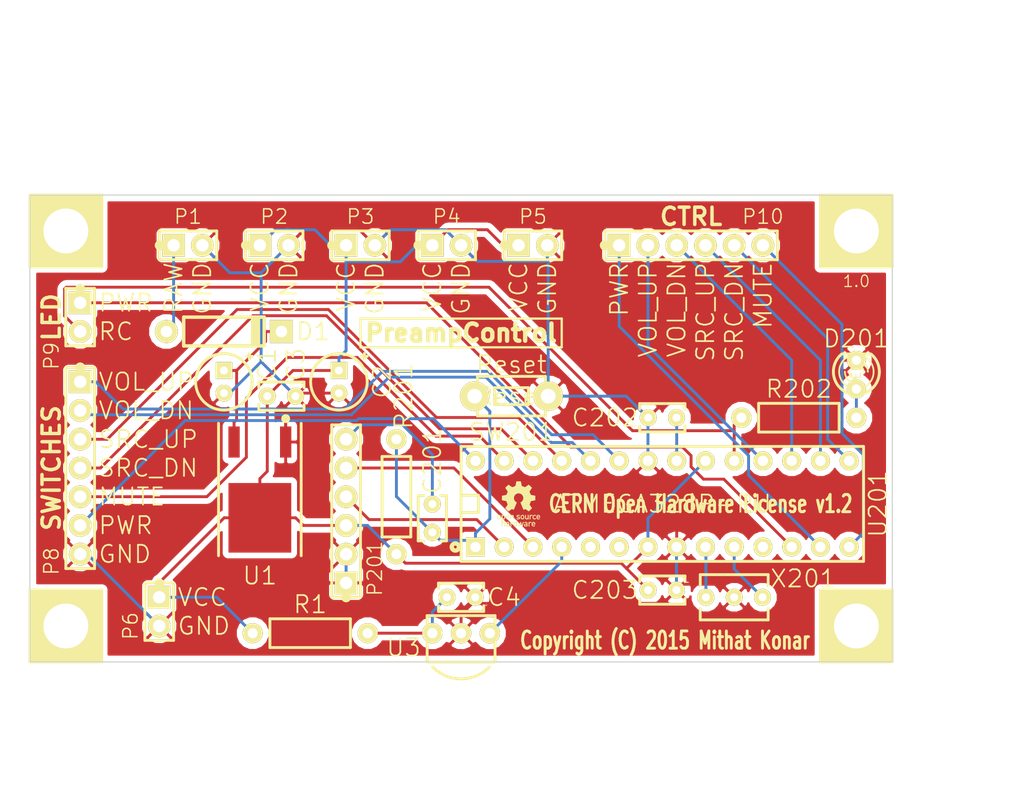
<source format=kicad_pcb>
(kicad_pcb (version 3) (host pcbnew "(25-Oct-2014 BZR 4029)-stable")

  (general
    (links 65)
    (no_connects 0)
    (area 97.837172 76.099999 192.455715 147.48)
    (thickness 1.6)
    (drawings 54)
    (tracks 205)
    (zones 0)
    (modules 32)
    (nets 29)
  )

  (page A)
  (layers
    (15 F.Cu signal)
    (0 B.Cu signal)
    (20 B.SilkS user)
    (21 F.SilkS user)
    (22 B.Mask user)
    (23 F.Mask user)
    (24 Dwgs.User user)
    (25 Cmts.User user)
    (26 Eco1.User user)
    (27 Eco2.User user)
    (28 Edge.Cuts user)
  )

  (setup
    (last_trace_width 0.254)
    (trace_clearance 0.254)
    (zone_clearance 0.508)
    (zone_45_only no)
    (trace_min 0.254)
    (segment_width 0.2)
    (edge_width 0.1)
    (via_size 0.889)
    (via_drill 0.635)
    (via_min_size 0.889)
    (via_min_drill 0.508)
    (uvia_size 0.508)
    (uvia_drill 0.127)
    (uvias_allowed no)
    (uvia_min_size 0.508)
    (uvia_min_drill 0.127)
    (pcb_text_width 0.3)
    (pcb_text_size 1.5 1.5)
    (mod_edge_width 0.254)
    (mod_text_size 1 1)
    (mod_text_width 0.15)
    (pad_size 6.35 6.35)
    (pad_drill 3.9624)
    (pad_to_mask_clearance 0)
    (aux_axis_origin 0 0)
    (visible_elements 7FFFFFFF)
    (pcbplotparams
      (layerselection 283148289)
      (usegerberextensions true)
      (excludeedgelayer true)
      (linewidth 0.152400)
      (plotframeref false)
      (viasonmask false)
      (mode 1)
      (useauxorigin false)
      (hpglpennumber 1)
      (hpglpenspeed 20)
      (hpglpendiameter 15)
      (hpglpenoverlay 2)
      (psnegative false)
      (psa4output false)
      (plotreference true)
      (plotvalue false)
      (plotothertext true)
      (plotinvisibletext false)
      (padsonsilk false)
      (subtractmaskfromsilk false)
      (outputformat 1)
      (mirror false)
      (drillshape 0)
      (scaleselection 1)
      (outputdirectory Gerbers))
  )

  (net 0 "")
  (net 1 /RAW_DC)
  (net 2 /arduino-pcb/A0)
  (net 3 /arduino-pcb/A1)
  (net 4 /arduino-pcb/A2)
  (net 5 /arduino-pcb/A3)
  (net 6 /arduino-pcb/A4)
  (net 7 /arduino-pcb/A5)
  (net 8 /arduino-pcb/AREF)
  (net 9 /arduino-pcb/D10)
  (net 10 /arduino-pcb/D2)
  (net 11 /arduino-pcb/D6)
  (net 12 /arduino-pcb/D7)
  (net 13 /arduino-pcb/D8)
  (net 14 /arduino-pcb/D9)
  (net 15 /arduino-pcb/DTR)
  (net 16 /arduino-pcb/MISO)
  (net 17 /arduino-pcb/MOSI)
  (net 18 /arduino-pcb/RESET)
  (net 19 /arduino-pcb/RXI)
  (net 20 /arduino-pcb/SCK)
  (net 21 /arduino-pcb/TX0)
  (net 22 /arduino-pcb/V_VCC)
  (net 23 DGND)
  (net 24 N-0000023)
  (net 25 N-0000026)
  (net 26 N-0000029)
  (net 27 N-0000030)
  (net 28 N-0000031)

  (net_class Default "This is the default net class."
    (clearance 0.254)
    (trace_width 0.254)
    (via_dia 0.889)
    (via_drill 0.635)
    (uvia_dia 0.508)
    (uvia_drill 0.127)
    (add_net "")
    (add_net /RAW_DC)
    (add_net /arduino-pcb/A0)
    (add_net /arduino-pcb/A1)
    (add_net /arduino-pcb/A2)
    (add_net /arduino-pcb/A3)
    (add_net /arduino-pcb/A4)
    (add_net /arduino-pcb/A5)
    (add_net /arduino-pcb/AREF)
    (add_net /arduino-pcb/D10)
    (add_net /arduino-pcb/D2)
    (add_net /arduino-pcb/D6)
    (add_net /arduino-pcb/D7)
    (add_net /arduino-pcb/D8)
    (add_net /arduino-pcb/D9)
    (add_net /arduino-pcb/DTR)
    (add_net /arduino-pcb/MISO)
    (add_net /arduino-pcb/MOSI)
    (add_net /arduino-pcb/RESET)
    (add_net /arduino-pcb/RXI)
    (add_net /arduino-pcb/SCK)
    (add_net /arduino-pcb/TX0)
    (add_net /arduino-pcb/V_VCC)
    (add_net DGND)
    (add_net N-0000023)
    (add_net N-0000026)
    (add_net N-0000029)
    (add_net N-0000030)
    (add_net N-0000031)
  )

  (module mfk-Vishay-TSOP341xx (layer F.Cu) (tedit 5534422B) (tstamp 5531C9E0)
    (at 139.7 132.08)
    (descr "Vishay TSOP341xx IR module")
    (tags "Vishay TSOP341xx")
    (path /55244EFC)
    (fp_text reference U3 (at -5.08 1.27) (layer F.SilkS)
      (effects (font (size 1.524 1.524) (thickness 0.1524)))
    )
    (fp_text value "TSOP34136 " (at 0 0) (layer F.SilkS) hide
      (effects (font (size 1.524 1.524) (thickness 0.1524)))
    )
    (fp_arc (start 0 0.505) (end 2.5 3.005) (angle 90) (layer F.SilkS) (width 0.254))
    (fp_line (start 3 2.55) (end 3 -1.55) (layer F.SilkS) (width 0.254))
    (fp_line (start -3 -1.55) (end -3 2.55) (layer F.SilkS) (width 0.254))
    (fp_line (start -3 2.55) (end 3 2.55) (layer F.SilkS) (width 0.254))
    (fp_line (start -3 -1.55) (end 3 -1.55) (layer F.SilkS) (width 0.254))
    (pad 1 thru_hole circle (at -2.54 0) (size 1.8 1.8) (drill 0.9)
      (layers *.Cu *.Mask F.SilkS)
      (net 24 N-0000023)
    )
    (pad 2 thru_hole circle (at 0 0) (size 1.8 1.8) (drill 0.9)
      (layers *.Cu *.Mask F.SilkS)
      (net 23 DGND)
    )
    (pad 3 thru_hole circle (at 2.54 0) (size 1.8 1.8) (drill 0.9)
      (layers *.Cu *.Mask F.SilkS)
      (net 10 /arduino-pcb/D2)
    )
  )

  (module mfk-SW_PUSH_6x3.5mm (layer F.Cu) (tedit 55345332) (tstamp 553446AD)
    (at 144.145 111.125)
    (path /55316B24/55317198)
    (fp_text reference SW201 (at 0 3.175) (layer F.SilkS)
      (effects (font (size 1.524 1.524) (thickness 0.1524)))
    )
    (fp_text value Reset (at 0 0) (layer F.SilkS)
      (effects (font (size 1.524 1.524) (thickness 0.1524)))
    )
    (fp_line (start -1.5 -0.75) (end 1.5 -0.75) (layer F.SilkS) (width 0.254))
    (fp_line (start 1.5 -0.75) (end 1.5 0.75) (layer F.SilkS) (width 0.254))
    (fp_line (start 1.5 0.75) (end -1.5 0.75) (layer F.SilkS) (width 0.254))
    (fp_line (start -1.5 0.75) (end -1.5 -0.75) (layer F.SilkS) (width 0.254))
    (fp_line (start -3 -1.75) (end 3 -1.75) (layer F.SilkS) (width 0.254))
    (fp_line (start 3 -1.75) (end 3 1.75) (layer F.SilkS) (width 0.254))
    (fp_line (start 3 1.75) (end -3 1.75) (layer F.SilkS) (width 0.254))
    (fp_line (start -3 1.75) (end -3 -1.75) (layer F.SilkS) (width 0.254))
    (pad 2 thru_hole circle (at 3.25 0) (size 2.6 2.6) (drill 1.3)
      (layers *.Cu *.Mask F.SilkS)
      (net 23 DGND)
    )
    (pad 1 thru_hole circle (at -3.25 0) (size 2.6 2.6) (drill 1.3)
      (layers *.Cu *.Mask F.SilkS)
      (net 18 /arduino-pcb/RESET)
    )
  )

  (module mfk-SIL-7 (layer F.Cu) (tedit 55342A0A) (tstamp 5531C9FE)
    (at 106.045 117.475 270)
    (descr "7-pin SIL")
    (tags "CONN DEV SIL header 7-pin")
    (path /55233C57)
    (fp_text reference P8 (at 8.255 2.54 270) (layer F.SilkS)
      (effects (font (size 1.27 1.27) (thickness 0.127)))
    )
    (fp_text value INPUTS (at 0 0 270) (layer F.SilkS) hide
      (effects (font (size 1.524 1.524) (thickness 0.1524)))
    )
    (fp_line (start -8.89 1.27) (end 8.89 1.27) (layer F.SilkS) (width 0.254))
    (fp_line (start -8.89 -1.27) (end 8.89 -1.27) (layer F.SilkS) (width 0.254))
    (fp_circle (center -8.89 0) (end -9.144 0) (layer F.SilkS) (width 0.381))
    (fp_line (start -8.89 1.27) (end -8.89 -1.27) (layer F.SilkS) (width 0.254))
    (fp_line (start 8.89 -1.27) (end 8.89 1.27) (layer F.SilkS) (width 0.254))
    (pad 1 thru_hole rect (at -7.62 0 270) (size 1.99898 1.99898) (drill 1.09982)
      (layers *.Cu *.Mask F.SilkS)
      (net 2 /arduino-pcb/A0)
    )
    (pad 3 thru_hole circle (at -2.54 0 270) (size 1.99898 1.99898) (drill 1.09982)
      (layers *.Cu *.Mask F.SilkS)
      (net 4 /arduino-pcb/A2)
    )
    (pad 4 thru_hole circle (at 0 0 270) (size 1.99898 1.99898) (drill 1.09982)
      (layers *.Cu *.Mask F.SilkS)
      (net 5 /arduino-pcb/A3)
    )
    (pad 2 thru_hole circle (at -5.08 0 270) (size 1.99898 1.99898) (drill 1.09982)
      (layers *.Cu *.Mask F.SilkS)
      (net 3 /arduino-pcb/A1)
    )
    (pad 5 thru_hole circle (at 2.54 0 270) (size 1.99898 1.99898) (drill 1.09982)
      (layers *.Cu *.Mask F.SilkS)
      (net 6 /arduino-pcb/A4)
    )
    (pad 6 thru_hole circle (at 5.08 0 270) (size 1.99898 1.99898) (drill 1.09982)
      (layers *.Cu *.Mask F.SilkS)
      (net 7 /arduino-pcb/A5)
    )
    (pad 7 thru_hole circle (at 7.62 0 270) (size 1.99898 1.99898) (drill 1.09982)
      (layers *.Cu *.Mask F.SilkS)
      (net 23 DGND)
    )
  )

  (module mfk-SIL-6 (layer F.Cu) (tedit 55344539) (tstamp 5531CA0D)
    (at 129.54 121.285 90)
    (descr "6-pin SIL")
    (tags "CONN DEV SIL header 6-pin")
    (path /55316B24/5531856C)
    (fp_text reference P201 (at -5.08 2.54 90) (layer F.SilkS)
      (effects (font (size 1.27 1.27) (thickness 0.127)))
    )
    (fp_text value "FTDI Basic" (at 0 0 90) (layer F.SilkS) hide
      (effects (font (size 1.524 1.524) (thickness 0.1524)))
    )
    (fp_line (start -7.62 1.27) (end 7.62 1.27) (layer F.SilkS) (width 0.254))
    (fp_line (start -7.62 -1.27) (end 7.62 -1.27) (layer F.SilkS) (width 0.254))
    (fp_circle (center -7.62 0) (end -7.874 0) (layer F.SilkS) (width 0.381))
    (fp_line (start -7.62 1.27) (end -7.62 -1.27) (layer F.SilkS) (width 0.254))
    (fp_line (start 7.62 -1.27) (end 7.62 1.27) (layer F.SilkS) (width 0.254))
    (pad 1 thru_hole rect (at -6.35 0 90) (size 1.99898 1.99898) (drill 1.09982)
      (layers *.Cu *.Mask F.SilkS)
      (net 23 DGND)
    )
    (pad 3 thru_hole circle (at -1.27 0 90) (size 1.99898 1.99898) (drill 1.09982)
      (layers *.Cu *.Mask F.SilkS)
      (net 22 /arduino-pcb/V_VCC)
    )
    (pad 4 thru_hole circle (at 1.27 0 90) (size 1.99898 1.99898) (drill 1.09982)
      (layers *.Cu *.Mask F.SilkS)
      (net 19 /arduino-pcb/RXI)
    )
    (pad 2 thru_hole circle (at -3.81 0 90) (size 1.99898 1.99898) (drill 1.09982)
      (layers *.Cu *.Mask F.SilkS)
      (net 23 DGND)
    )
    (pad 5 thru_hole circle (at 3.81 0 90) (size 1.99898 1.99898) (drill 1.09982)
      (layers *.Cu *.Mask F.SilkS)
      (net 21 /arduino-pcb/TX0)
    )
    (pad 6 thru_hole circle (at 6.35 0 90) (size 1.99898 1.99898) (drill 1.09982)
      (layers *.Cu *.Mask F.SilkS)
      (net 15 /arduino-pcb/DTR)
    )
  )

  (module mfk-SIL-6 (layer F.Cu) (tedit 55341CE3) (tstamp 5531CA1C)
    (at 160.02 97.79)
    (descr "6-pin SIL")
    (tags "CONN DEV SIL header 6-pin")
    (path /552340B2)
    (fp_text reference P10 (at 6.35 -2.54) (layer F.SilkS)
      (effects (font (size 1.27 1.27) (thickness 0.127)))
    )
    (fp_text value CTL_OUT (at 0 0) (layer F.SilkS) hide
      (effects (font (size 1.524 1.524) (thickness 0.1524)))
    )
    (fp_line (start -7.62 1.27) (end 7.62 1.27) (layer F.SilkS) (width 0.254))
    (fp_line (start -7.62 -1.27) (end 7.62 -1.27) (layer F.SilkS) (width 0.254))
    (fp_circle (center -7.62 0) (end -7.874 0) (layer F.SilkS) (width 0.381))
    (fp_line (start -7.62 1.27) (end -7.62 -1.27) (layer F.SilkS) (width 0.254))
    (fp_line (start 7.62 -1.27) (end 7.62 1.27) (layer F.SilkS) (width 0.254))
    (pad 1 thru_hole rect (at -6.35 0) (size 1.99898 1.99898) (drill 1.09982)
      (layers *.Cu *.Mask F.SilkS)
      (net 12 /arduino-pcb/D7)
    )
    (pad 3 thru_hole circle (at -1.27 0) (size 1.99898 1.99898) (drill 1.09982)
      (layers *.Cu *.Mask F.SilkS)
      (net 17 /arduino-pcb/MOSI)
    )
    (pad 4 thru_hole circle (at 1.27 0) (size 1.99898 1.99898) (drill 1.09982)
      (layers *.Cu *.Mask F.SilkS)
      (net 9 /arduino-pcb/D10)
    )
    (pad 2 thru_hole circle (at -3.81 0) (size 1.99898 1.99898) (drill 1.09982)
      (layers *.Cu *.Mask F.SilkS)
      (net 16 /arduino-pcb/MISO)
    )
    (pad 5 thru_hole circle (at 3.81 0) (size 1.99898 1.99898) (drill 1.09982)
      (layers *.Cu *.Mask F.SilkS)
      (net 14 /arduino-pcb/D9)
    )
    (pad 6 thru_hole circle (at 6.35 0) (size 1.99898 1.99898) (drill 1.09982)
      (layers *.Cu *.Mask F.SilkS)
      (net 13 /arduino-pcb/D8)
    )
  )

  (module mfk-SIL-2 (layer F.Cu) (tedit 55343B5C) (tstamp 5531CA32)
    (at 115.57 97.79)
    (descr "2-pin SIL")
    (tags "CONN DEV SIL Jumper")
    (path /55233966)
    (fp_text reference P1 (at 0 -2.54) (layer F.SilkS)
      (effects (font (size 1.27 1.27) (thickness 0.127)))
    )
    (fp_text value RAW_DC (at 0 0) (layer F.SilkS) hide
      (effects (font (size 1.524 1.524) (thickness 0.1524)))
    )
    (fp_circle (center -2.5 0) (end -2.75 0) (layer F.SilkS) (width 0.381))
    (fp_line (start -2.54 1.27) (end -2.54 -1.27) (layer F.SilkS) (width 0.254))
    (fp_line (start -2.54 -1.27) (end 2.54 -1.27) (layer F.SilkS) (width 0.254))
    (fp_line (start 2.54 -1.27) (end 2.54 1.27) (layer F.SilkS) (width 0.254))
    (fp_line (start 2.54 1.27) (end -2.54 1.27) (layer F.SilkS) (width 0.254))
    (pad 1 thru_hole rect (at -1.27 0) (size 1.99898 1.99898) (drill 1.09982)
      (layers *.Cu *.Mask F.SilkS)
      (net 1 /RAW_DC)
    )
    (pad 2 thru_hole circle (at 1.27 0) (size 1.99898 1.99898) (drill 1.09982)
      (layers *.Cu *.Mask F.SilkS)
      (net 23 DGND)
    )
  )

  (module mfk-SIL-2 (layer F.Cu) (tedit 5531DCB4) (tstamp 5531CA3D)
    (at 138.43 97.79)
    (descr "2-pin SIL")
    (tags "CONN DEV SIL Jumper")
    (path /5523397A)
    (fp_text reference P4 (at 0 -2.54) (layer F.SilkS)
      (effects (font (size 1.27 1.27) (thickness 0.127)))
    )
    (fp_text value VCC (at 0 0) (layer F.SilkS) hide
      (effects (font (size 1.524 1.524) (thickness 0.1524)))
    )
    (fp_circle (center -2.5 0) (end -2.75 0) (layer F.SilkS) (width 0.381))
    (fp_line (start -2.54 1.27) (end -2.54 -1.27) (layer F.SilkS) (width 0.254))
    (fp_line (start -2.54 -1.27) (end 2.54 -1.27) (layer F.SilkS) (width 0.254))
    (fp_line (start 2.54 -1.27) (end 2.54 1.27) (layer F.SilkS) (width 0.254))
    (fp_line (start 2.54 1.27) (end -2.54 1.27) (layer F.SilkS) (width 0.254))
    (pad 1 thru_hole rect (at -1.27 0) (size 1.99898 1.99898) (drill 1.09982)
      (layers *.Cu *.Mask F.SilkS)
      (net 22 /arduino-pcb/V_VCC)
    )
    (pad 2 thru_hole circle (at 1.27 0) (size 1.99898 1.99898) (drill 1.09982)
      (layers *.Cu *.Mask F.SilkS)
      (net 23 DGND)
    )
  )

  (module mfk-SIL-2 (layer F.Cu) (tedit 5531DCBD) (tstamp 5531CA48)
    (at 123.19 97.79)
    (descr "2-pin SIL")
    (tags "CONN DEV SIL Jumper")
    (path /55233A21)
    (fp_text reference P2 (at 0 -2.54) (layer F.SilkS)
      (effects (font (size 1.27 1.27) (thickness 0.127)))
    )
    (fp_text value VCC (at 0 0) (layer F.SilkS) hide
      (effects (font (size 1.524 1.524) (thickness 0.1524)))
    )
    (fp_circle (center -2.5 0) (end -2.75 0) (layer F.SilkS) (width 0.381))
    (fp_line (start -2.54 1.27) (end -2.54 -1.27) (layer F.SilkS) (width 0.254))
    (fp_line (start -2.54 -1.27) (end 2.54 -1.27) (layer F.SilkS) (width 0.254))
    (fp_line (start 2.54 -1.27) (end 2.54 1.27) (layer F.SilkS) (width 0.254))
    (fp_line (start 2.54 1.27) (end -2.54 1.27) (layer F.SilkS) (width 0.254))
    (pad 1 thru_hole rect (at -1.27 0) (size 1.99898 1.99898) (drill 1.09982)
      (layers *.Cu *.Mask F.SilkS)
      (net 22 /arduino-pcb/V_VCC)
    )
    (pad 2 thru_hole circle (at 1.27 0) (size 1.99898 1.99898) (drill 1.09982)
      (layers *.Cu *.Mask F.SilkS)
      (net 23 DGND)
    )
  )

  (module mfk-SIL-2 (layer F.Cu) (tedit 553452D0) (tstamp 5531CA53)
    (at 106.045 104.14 270)
    (descr "2-pin SIL")
    (tags "CONN DEV SIL Jumper")
    (path /552340CD)
    (fp_text reference P9 (at 3.429 2.54 270) (layer F.SilkS)
      (effects (font (size 1.27 1.27) (thickness 0.127)))
    )
    (fp_text value UI_OUT (at 0 0 270) (layer F.SilkS) hide
      (effects (font (size 1.524 1.524) (thickness 0.1524)))
    )
    (fp_circle (center -2.5 0) (end -2.75 0) (layer F.SilkS) (width 0.381))
    (fp_line (start -2.54 1.27) (end -2.54 -1.27) (layer F.SilkS) (width 0.254))
    (fp_line (start -2.54 -1.27) (end 2.54 -1.27) (layer F.SilkS) (width 0.254))
    (fp_line (start 2.54 -1.27) (end 2.54 1.27) (layer F.SilkS) (width 0.254))
    (fp_line (start 2.54 1.27) (end -2.54 1.27) (layer F.SilkS) (width 0.254))
    (pad 1 thru_hole rect (at -1.27 0 270) (size 1.99898 1.99898) (drill 1.09982)
      (layers *.Cu *.Mask F.SilkS)
      (net 11 /arduino-pcb/D6)
    )
    (pad 2 thru_hole circle (at 1.27 0 270) (size 1.99898 1.99898) (drill 1.09982)
      (layers *.Cu *.Mask F.SilkS)
      (net 20 /arduino-pcb/SCK)
    )
  )

  (module mfk-SIL-2 (layer F.Cu) (tedit 55344B2F) (tstamp 55342C1A)
    (at 113.03 130.175 270)
    (descr "2-pin SIL")
    (tags "CONN DEV SIL Jumper")
    (path /55233AA2)
    (fp_text reference P6 (at 1.27 2.54 270) (layer F.SilkS)
      (effects (font (size 1.27 1.27) (thickness 0.127)))
    )
    (fp_text value VCC (at 0 0 270) (layer F.SilkS) hide
      (effects (font (size 1.524 1.524) (thickness 0.1524)))
    )
    (fp_circle (center -2.5 0) (end -2.75 0) (layer F.SilkS) (width 0.381))
    (fp_line (start -2.54 1.27) (end -2.54 -1.27) (layer F.SilkS) (width 0.254))
    (fp_line (start -2.54 -1.27) (end 2.54 -1.27) (layer F.SilkS) (width 0.254))
    (fp_line (start 2.54 -1.27) (end 2.54 1.27) (layer F.SilkS) (width 0.254))
    (fp_line (start 2.54 1.27) (end -2.54 1.27) (layer F.SilkS) (width 0.254))
    (pad 1 thru_hole rect (at -1.27 0 270) (size 1.99898 1.99898) (drill 1.09982)
      (layers *.Cu *.Mask F.SilkS)
      (net 22 /arduino-pcb/V_VCC)
    )
    (pad 2 thru_hole circle (at 1.27 0 270) (size 1.99898 1.99898) (drill 1.09982)
      (layers *.Cu *.Mask F.SilkS)
      (net 23 DGND)
    )
  )

  (module mfk-SIL-2 (layer F.Cu) (tedit 5531DD2A) (tstamp 5531CA74)
    (at 146.05 97.79)
    (descr "2-pin SIL")
    (tags "CONN DEV SIL Jumper")
    (path /55233A9C)
    (fp_text reference P5 (at 0 -2.54) (layer F.SilkS)
      (effects (font (size 1.27 1.27) (thickness 0.127)))
    )
    (fp_text value VCC (at 0 0) (layer F.SilkS) hide
      (effects (font (size 1.524 1.524) (thickness 0.1524)))
    )
    (fp_circle (center -2.5 0) (end -2.75 0) (layer F.SilkS) (width 0.381))
    (fp_line (start -2.54 1.27) (end -2.54 -1.27) (layer F.SilkS) (width 0.254))
    (fp_line (start -2.54 -1.27) (end 2.54 -1.27) (layer F.SilkS) (width 0.254))
    (fp_line (start 2.54 -1.27) (end 2.54 1.27) (layer F.SilkS) (width 0.254))
    (fp_line (start 2.54 1.27) (end -2.54 1.27) (layer F.SilkS) (width 0.254))
    (pad 1 thru_hole rect (at -1.27 0) (size 1.99898 1.99898) (drill 1.09982)
      (layers *.Cu *.Mask F.SilkS)
      (net 22 /arduino-pcb/V_VCC)
    )
    (pad 2 thru_hole circle (at 1.27 0) (size 1.99898 1.99898) (drill 1.09982)
      (layers *.Cu *.Mask F.SilkS)
      (net 23 DGND)
    )
  )

  (module mfk-SIL-2 (layer F.Cu) (tedit 5531DCB9) (tstamp 5531CA7F)
    (at 130.81 97.79)
    (descr "2-pin SIL")
    (tags "CONN DEV SIL Jumper")
    (path /55233AB8)
    (fp_text reference P3 (at 0 -2.54) (layer F.SilkS)
      (effects (font (size 1.27 1.27) (thickness 0.127)))
    )
    (fp_text value VCC (at 0 0) (layer F.SilkS) hide
      (effects (font (size 1.524 1.524) (thickness 0.1524)))
    )
    (fp_circle (center -2.5 0) (end -2.75 0) (layer F.SilkS) (width 0.381))
    (fp_line (start -2.54 1.27) (end -2.54 -1.27) (layer F.SilkS) (width 0.254))
    (fp_line (start -2.54 -1.27) (end 2.54 -1.27) (layer F.SilkS) (width 0.254))
    (fp_line (start 2.54 -1.27) (end 2.54 1.27) (layer F.SilkS) (width 0.254))
    (fp_line (start 2.54 1.27) (end -2.54 1.27) (layer F.SilkS) (width 0.254))
    (pad 1 thru_hole rect (at -1.27 0) (size 1.99898 1.99898) (drill 1.09982)
      (layers *.Cu *.Mask F.SilkS)
      (net 22 /arduino-pcb/V_VCC)
    )
    (pad 2 thru_hole circle (at 1.27 0) (size 1.99898 1.99898) (drill 1.09982)
      (layers *.Cu *.Mask F.SilkS)
      (net 23 DGND)
    )
  )

  (module mfk-R_0.25W_RN55 (layer F.Cu) (tedit 553444FD) (tstamp 5531CA89)
    (at 126.365 132.08)
    (descr "0.25 W resistor (THB7251::RN55, +40mil padsize)")
    (tags "0.25W resistor RN55")
    (path /55244F7F)
    (fp_text reference R1 (at 0 -2.54) (layer F.SilkS)
      (effects (font (size 1.524 1.524) (thickness 0.1524)))
    )
    (fp_text value 330R (at 0 0) (layer F.SilkS) hide
      (effects (font (size 1.524 1.524) (thickness 0.1524)))
    )
    (fp_line (start -3.556 -1.27) (end 3.556 -1.27) (layer F.SilkS) (width 0.254))
    (fp_line (start 3.556 -1.27) (end 3.556 1.27) (layer F.SilkS) (width 0.254))
    (fp_line (start 3.556 1.27) (end -3.556 1.27) (layer F.SilkS) (width 0.254))
    (fp_line (start -3.556 1.27) (end -3.556 -1.27) (layer F.SilkS) (width 0.254))
    (pad 1 thru_hole circle (at -5.08 0) (size 1.778 1.778) (drill 0.889)
      (layers *.Cu *.Mask F.SilkS)
      (net 22 /arduino-pcb/V_VCC)
    )
    (pad 2 thru_hole circle (at 5.08 0) (size 1.778 1.778) (drill 0.889)
      (layers *.Cu *.Mask F.SilkS)
      (net 24 N-0000023)
    )
  )

  (module mfk-R_0.25W_RN55 (layer F.Cu) (tedit 5534454C) (tstamp 5531D36B)
    (at 133.985 120.015 90)
    (descr "0.25 W resistor (THB7251::RN55, +40mil padsize)")
    (tags "0.25W resistor RN55")
    (path /55316B24/5531718C)
    (fp_text reference R201 (at 8.89 0.635 90) (layer F.SilkS)
      (effects (font (size 1.524 1.524) (thickness 0.1524)))
    )
    (fp_text value 10K (at 0 0 90) (layer F.SilkS) hide
      (effects (font (size 1.524 1.524) (thickness 0.1524)))
    )
    (fp_line (start -3.556 -1.27) (end 3.556 -1.27) (layer F.SilkS) (width 0.254))
    (fp_line (start 3.556 -1.27) (end 3.556 1.27) (layer F.SilkS) (width 0.254))
    (fp_line (start 3.556 1.27) (end -3.556 1.27) (layer F.SilkS) (width 0.254))
    (fp_line (start -3.556 1.27) (end -3.556 -1.27) (layer F.SilkS) (width 0.254))
    (pad 1 thru_hole circle (at -5.08 0 90) (size 1.778 1.778) (drill 0.889)
      (layers *.Cu *.Mask F.SilkS)
      (net 22 /arduino-pcb/V_VCC)
    )
    (pad 2 thru_hole circle (at 5.08 0 90) (size 1.778 1.778) (drill 0.889)
      (layers *.Cu *.Mask F.SilkS)
      (net 18 /arduino-pcb/RESET)
    )
  )

  (module mfk-R_0.25W_RN55 (layer F.Cu) (tedit 55341E93) (tstamp 55341E67)
    (at 169.545 113.03)
    (descr "0.25 W resistor (THB7251::RN55, +40mil padsize)")
    (tags "0.25W resistor RN55")
    (path /55316B24/553171AC)
    (fp_text reference R202 (at 0 -2.54) (layer F.SilkS)
      (effects (font (size 1.524 1.524) (thickness 0.1524)))
    )
    (fp_text value 330 (at 0 0) (layer F.SilkS) hide
      (effects (font (size 1.524 1.524) (thickness 0.1524)))
    )
    (fp_line (start -3.556 -1.27) (end 3.556 -1.27) (layer F.SilkS) (width 0.254))
    (fp_line (start 3.556 -1.27) (end 3.556 1.27) (layer F.SilkS) (width 0.254))
    (fp_line (start 3.556 1.27) (end -3.556 1.27) (layer F.SilkS) (width 0.254))
    (fp_line (start -3.556 1.27) (end -3.556 -1.27) (layer F.SilkS) (width 0.254))
    (pad 1 thru_hole circle (at -5.08 0) (size 1.778 1.778) (drill 0.889)
      (layers *.Cu *.Mask F.SilkS)
      (net 20 /arduino-pcb/SCK)
    )
    (pad 2 thru_hole circle (at 5.08 0) (size 1.778 1.778) (drill 0.889)
      (layers *.Cu *.Mask F.SilkS)
      (net 28 N-0000031)
    )
  )

  (module mfk-Murata-CSTLS_X (layer F.Cu) (tedit 55344660) (tstamp 553442A4)
    (at 163.83 128.905 180)
    (descr "Murata-CSTLS_X resonator")
    (tags resonator)
    (path /55316B24/5531724C)
    (fp_text reference X201 (at -6.096 1.651 180) (layer F.SilkS)
      (effects (font (size 1.524 1.524) (thickness 0.1524)))
    )
    (fp_text value CSTLS16M0X53-B0 (at 0 0 180) (layer F.SilkS) hide
      (effects (font (size 1.524 1.524) (thickness 0.1524)))
    )
    (fp_line (start -3 1) (end -3 2) (layer F.SilkS) (width 0.254))
    (fp_line (start -3 2) (end 3 2) (layer F.SilkS) (width 0.254))
    (fp_line (start 3 2) (end 3 1) (layer F.SilkS) (width 0.254))
    (fp_line (start -3 -2) (end -3 -1) (layer F.SilkS) (width 0.254))
    (fp_line (start -3 -2) (end 3 -2) (layer F.SilkS) (width 0.254))
    (fp_line (start 3 -2) (end 3 -1) (layer F.SilkS) (width 0.254))
    (pad 1 thru_hole circle (at -2.5 0 180) (size 1.50114 1.50114) (drill 0.70104)
      (layers *.Cu *.Mask F.SilkS)
      (net 26 N-0000029)
    )
    (pad 3 thru_hole circle (at 0 0 180) (size 1.50114 1.50114) (drill 0.70104)
      (layers *.Cu *.Mask F.SilkS)
      (net 23 DGND)
    )
    (pad 2 thru_hole circle (at 2.5 0 180) (size 1.50114 1.50114) (drill 0.70104)
      (layers *.Cu *.Mask F.SilkS)
      (net 27 N-0000030)
    )
  )

  (module mfk-IPC7351-trans-TO228P1003X238-3N (layer F.Cu) (tedit 55345278) (tstamp 5531CAC8)
    (at 121.92 119.38 270)
    (descr "DPAK TO-252 (TO228P1003X238-3N)")
    (tags "DPAK TO-252 TO228P1003X238-3N IPC-7351")
    (path /5531B93B)
    (attr smd)
    (fp_text reference U1 (at 7.62 0 360) (layer F.SilkS)
      (effects (font (size 1.524 1.524) (thickness 0.1524)))
    )
    (fp_text value NCP1117DT50RKG (at 0 0 270) (layer F.SilkS) hide
      (effects (font (size 1.524 1.524) (thickness 0.1524)))
    )
    (fp_line (start -5.85 -3.65) (end 5.85 -3.65) (layer F.SilkS) (width 0.254))
    (fp_line (start -5.85 3.65) (end 5.85 3.65) (layer F.SilkS) (width 0.254))
    (fp_circle (center -6.26872 -2.28) (end -6.06806 -2.28) (layer F.SilkS) (width 0.381))
    (pad 1 smd rect (at -4.2 -2.28 270) (size 2.75 1)
      (layers F.Cu F.Mask)
      (net 23 DGND)
    )
    (pad 3 smd rect (at -4.2 2.28 270) (size 2.75 1)
      (layers F.Cu F.Mask)
      (net 25 N-0000026)
    )
    (pad 2 smd rect (at 2.5 0 270) (size 6.15 5.55)
      (layers F.Cu F.Mask)
      (net 22 /arduino-pcb/V_VCC)
    )
  )

  (module mfk-DO-41 (layer F.Cu) (tedit 55344365) (tstamp 5531CAD5)
    (at 118.745 105.41)
    (descr "DO-41 through-hole diode (IPC-7531 hole size, 2x pad size)")
    (tags "diode DO-41 DO41")
    (path /552354BA)
    (fp_text reference D1 (at 7.874 0) (layer F.SilkS)
      (effects (font (size 1.524 1.524) (thickness 0.1524)))
    )
    (fp_text value 1N4007 (at 0 0) (layer F.SilkS) hide
      (effects (font (size 1.524 1.524) (thickness 0.1524)))
    )
    (fp_line (start 3.556 1.27) (end -3.556 1.27) (layer F.SilkS) (width 0.3048))
    (fp_line (start -3.556 -1.27) (end 3.556 -1.27) (layer F.SilkS) (width 0.3048))
    (fp_line (start 2.54 -1.27) (end 2.54 1.27) (layer F.SilkS) (width 0.3048))
    (fp_line (start 2.794 -1.27) (end 2.794 1.27) (layer F.SilkS) (width 0.3048))
    (fp_line (start 3.048 -1.27) (end 3.048 1.27) (layer F.SilkS) (width 0.3048))
    (fp_line (start 3.556 -1.27) (end 3.556 1.27) (layer F.SilkS) (width 0.3048))
    (fp_line (start -3.556 1.27) (end -3.556 -1.27) (layer F.SilkS) (width 0.3048))
    (pad 1 thru_hole circle (at -5.08 0) (size 2.032 2.032) (drill 1.016)
      (layers *.Cu *.Mask F.SilkS)
      (net 1 /RAW_DC)
    )
    (pad 2 thru_hole rect (at 5.08 0) (size 2.032 2.032) (drill 1.016)
      (layers *.Cu *.Mask F.SilkS)
      (net 25 N-0000026)
    )
  )

  (module mfk-CRP_5.0_2.0_0.5 (layer F.Cu) (tedit 5534435B) (tstamp 5531CB06)
    (at 118.745 109.855 270)
    (descr "Radial polarized capacitor, 5.0mm dia., 2.50mm space, 0.5mm lead")
    (tags "capacitor radial polarized")
    (path /55234945)
    (fp_text reference C1 (at -1.524 -3.81 270) (layer F.SilkS)
      (effects (font (size 1.524 1.524) (thickness 0.1524)))
    )
    (fp_text value 47u (at 0 1.99898 270) (layer F.SilkS) hide
      (effects (font (size 1.524 1.524) (thickness 0.1524)))
    )
    (fp_circle (center 0 0) (end 2.5 0) (layer F.SilkS) (width 0.254))
    (fp_line (start -2.49936 -2.24936) (end -1.99898 -2.24936) (layer F.SilkS) (width 0.254))
    (fp_line (start -2.25044 -2.50082) (end -2.25044 -2.00044) (layer F.SilkS) (width 0.254))
    (pad 1 thru_hole rect (at -1 0 270) (size 1.48 1.48) (drill 0.70104)
      (layers *.Cu *.Mask F.SilkS)
      (net 25 N-0000026)
    )
    (pad 2 thru_hole circle (at 1 0 270) (size 1.48 1.48) (drill 0.70104)
      (layers *.Cu *.Mask F.SilkS)
      (net 23 DGND)
    )
  )

  (module mfk-CRP_5.0_2.0_0.5 (layer F.Cu) (tedit 553447E3) (tstamp 5531CB0F)
    (at 128.905 109.855 270)
    (descr "Radial polarized capacitor, 5.0mm dia., 2.50mm space, 0.5mm lead")
    (tags "capacitor radial polarized")
    (path /55234954)
    (fp_text reference C2 (at 0 -3.81 270) (layer F.SilkS)
      (effects (font (size 1.524 1.524) (thickness 0.1524)))
    )
    (fp_text value 47u (at 0 1.99898 270) (layer F.SilkS) hide
      (effects (font (size 1.524 1.524) (thickness 0.1524)))
    )
    (fp_circle (center 0 0) (end 2.5 0) (layer F.SilkS) (width 0.254))
    (fp_line (start -2.49936 -2.24936) (end -1.99898 -2.24936) (layer F.SilkS) (width 0.254))
    (fp_line (start -2.25044 -2.50082) (end -2.25044 -2.00044) (layer F.SilkS) (width 0.254))
    (pad 1 thru_hole rect (at -1 0 270) (size 1.48 1.48) (drill 0.70104)
      (layers *.Cu *.Mask F.SilkS)
      (net 22 /arduino-pcb/V_VCC)
    )
    (pad 2 thru_hole circle (at 1 0 270) (size 1.48 1.48) (drill 0.70104)
      (layers *.Cu *.Mask F.SilkS)
      (net 23 DGND)
    )
  )

  (module mfk-C_4.0_2.5_2.5_0.5 (layer F.Cu) (tedit 55342061) (tstamp 5531CB1B)
    (at 137.16 121.92 270)
    (descr "Non-polar capacitor, 4.0x2.5mm, 2.5mm space, 0.5mm lead")
    (tags "capacitor non-polar bipolar")
    (path /55316B24/553171A4)
    (fp_text reference C201 (at -5.08 0 270) (layer F.SilkS)
      (effects (font (size 1.524 1.524) (thickness 0.1524)))
    )
    (fp_text value 100n (at 0 0 270) (layer F.SilkS) hide
      (effects (font (size 1.524 1.524) (thickness 0.1524)))
    )
    (fp_line (start -1.99898 -1.24968) (end -1.99898 -0.7493) (layer F.SilkS) (width 0.254))
    (fp_line (start 1.99898 -1.24968) (end 1.99898 -0.7493) (layer F.SilkS) (width 0.254))
    (fp_line (start -1.99898 1.24968) (end -1.99898 0.7493) (layer F.SilkS) (width 0.254))
    (fp_line (start 1.99898 1.24968) (end 1.99898 0.7493) (layer F.SilkS) (width 0.254))
    (fp_line (start -1.99898 -1.24968) (end 1.99898 -1.24968) (layer F.SilkS) (width 0.254))
    (fp_line (start 1.99898 1.24968) (end -1.99898 1.24968) (layer F.SilkS) (width 0.254))
    (pad 1 thru_hole circle (at -1.24968 0 270) (size 1.50114 1.50114) (drill 0.70104)
      (layers *.Cu *.Mask F.SilkS)
      (net 15 /arduino-pcb/DTR)
    )
    (pad 2 thru_hole circle (at 1.24968 0 270) (size 1.50114 1.50114) (drill 0.70104)
      (layers *.Cu *.Mask F.SilkS)
      (net 18 /arduino-pcb/RESET)
    )
  )

  (module mfk-C_4.0_2.5_2.5_0.5 (layer F.Cu) (tedit 553442F0) (tstamp 5531CB27)
    (at 157.48 128.27)
    (descr "Non-polar capacitor, 4.0x2.5mm, 2.5mm space, 0.5mm lead")
    (tags "capacitor non-polar bipolar")
    (path /55316B24/5531717A)
    (fp_text reference C203 (at -5.08 0) (layer F.SilkS)
      (effects (font (size 1.524 1.524) (thickness 0.1524)))
    )
    (fp_text value 100n (at 0 0) (layer F.SilkS) hide
      (effects (font (size 1.524 1.524) (thickness 0.1524)))
    )
    (fp_line (start -1.99898 -1.24968) (end -1.99898 -0.7493) (layer F.SilkS) (width 0.254))
    (fp_line (start 1.99898 -1.24968) (end 1.99898 -0.7493) (layer F.SilkS) (width 0.254))
    (fp_line (start -1.99898 1.24968) (end -1.99898 0.7493) (layer F.SilkS) (width 0.254))
    (fp_line (start 1.99898 1.24968) (end 1.99898 0.7493) (layer F.SilkS) (width 0.254))
    (fp_line (start -1.99898 -1.24968) (end 1.99898 -1.24968) (layer F.SilkS) (width 0.254))
    (fp_line (start 1.99898 1.24968) (end -1.99898 1.24968) (layer F.SilkS) (width 0.254))
    (pad 1 thru_hole circle (at -1.24968 0) (size 1.50114 1.50114) (drill 0.70104)
      (layers *.Cu *.Mask F.SilkS)
      (net 22 /arduino-pcb/V_VCC)
    )
    (pad 2 thru_hole circle (at 1.24968 0) (size 1.50114 1.50114) (drill 0.70104)
      (layers *.Cu *.Mask F.SilkS)
      (net 23 DGND)
    )
  )

  (module mfk-C_4.0_2.5_2.5_0.5 (layer F.Cu) (tedit 553444A4) (tstamp 5531CB33)
    (at 157.48 113.03 180)
    (descr "Non-polar capacitor, 4.0x2.5mm, 2.5mm space, 0.5mm lead")
    (tags "capacitor non-polar bipolar")
    (path /55316B24/5531716E)
    (fp_text reference C202 (at 5.08 0 180) (layer F.SilkS)
      (effects (font (size 1.524 1.524) (thickness 0.1524)))
    )
    (fp_text value 100n (at 0 0 180) (layer F.SilkS) hide
      (effects (font (size 1.524 1.524) (thickness 0.1524)))
    )
    (fp_line (start -1.99898 -1.24968) (end -1.99898 -0.7493) (layer F.SilkS) (width 0.254))
    (fp_line (start 1.99898 -1.24968) (end 1.99898 -0.7493) (layer F.SilkS) (width 0.254))
    (fp_line (start -1.99898 1.24968) (end -1.99898 0.7493) (layer F.SilkS) (width 0.254))
    (fp_line (start 1.99898 1.24968) (end 1.99898 0.7493) (layer F.SilkS) (width 0.254))
    (fp_line (start -1.99898 -1.24968) (end 1.99898 -1.24968) (layer F.SilkS) (width 0.254))
    (fp_line (start 1.99898 1.24968) (end -1.99898 1.24968) (layer F.SilkS) (width 0.254))
    (pad 1 thru_hole circle (at -1.24968 0 180) (size 1.50114 1.50114) (drill 0.70104)
      (layers *.Cu *.Mask F.SilkS)
      (net 8 /arduino-pcb/AREF)
    )
    (pad 2 thru_hole circle (at 1.24968 0 180) (size 1.50114 1.50114) (drill 0.70104)
      (layers *.Cu *.Mask F.SilkS)
      (net 23 DGND)
    )
  )

  (module mfk-C_4.0_2.5_2.5_0.5 (layer F.Cu) (tedit 5531D4BA) (tstamp 5531CBEF)
    (at 139.7 128.905)
    (descr "Non-polar capacitor, 4.0x2.5mm, 2.5mm space, 0.5mm lead")
    (tags "capacitor non-polar bipolar")
    (path /552452F0)
    (fp_text reference C4 (at 3.81 0) (layer F.SilkS)
      (effects (font (size 1.524 1.524) (thickness 0.1524)))
    )
    (fp_text value 100n (at 0 0) (layer F.SilkS) hide
      (effects (font (size 1.524 1.524) (thickness 0.1524)))
    )
    (fp_line (start -1.99898 -1.24968) (end -1.99898 -0.7493) (layer F.SilkS) (width 0.254))
    (fp_line (start 1.99898 -1.24968) (end 1.99898 -0.7493) (layer F.SilkS) (width 0.254))
    (fp_line (start -1.99898 1.24968) (end -1.99898 0.7493) (layer F.SilkS) (width 0.254))
    (fp_line (start 1.99898 1.24968) (end 1.99898 0.7493) (layer F.SilkS) (width 0.254))
    (fp_line (start -1.99898 -1.24968) (end 1.99898 -1.24968) (layer F.SilkS) (width 0.254))
    (fp_line (start 1.99898 1.24968) (end -1.99898 1.24968) (layer F.SilkS) (width 0.254))
    (pad 1 thru_hole circle (at -1.24968 0) (size 1.50114 1.50114) (drill 0.70104)
      (layers *.Cu *.Mask F.SilkS)
      (net 24 N-0000023)
    )
    (pad 2 thru_hole circle (at 1.24968 0) (size 1.50114 1.50114) (drill 0.70104)
      (layers *.Cu *.Mask F.SilkS)
      (net 23 DGND)
    )
  )

  (module mfk-C_4.0_2.5_2.5_0.5 (layer F.Cu) (tedit 5534435E) (tstamp 5531E406)
    (at 123.825 111.125)
    (descr "Non-polar capacitor, 4.0x2.5mm, 2.5mm space, 0.5mm lead")
    (tags "capacitor non-polar bipolar")
    (path /55234963)
    (fp_text reference C3 (at 1.27 -2.794 90) (layer F.SilkS)
      (effects (font (size 1.524 1.524) (thickness 0.1524)))
    )
    (fp_text value 100n (at 0 0) (layer F.SilkS) hide
      (effects (font (size 1.524 1.524) (thickness 0.1524)))
    )
    (fp_line (start -1.99898 -1.24968) (end -1.99898 -0.7493) (layer F.SilkS) (width 0.254))
    (fp_line (start 1.99898 -1.24968) (end 1.99898 -0.7493) (layer F.SilkS) (width 0.254))
    (fp_line (start -1.99898 1.24968) (end -1.99898 0.7493) (layer F.SilkS) (width 0.254))
    (fp_line (start 1.99898 1.24968) (end 1.99898 0.7493) (layer F.SilkS) (width 0.254))
    (fp_line (start -1.99898 -1.24968) (end 1.99898 -1.24968) (layer F.SilkS) (width 0.254))
    (fp_line (start 1.99898 1.24968) (end -1.99898 1.24968) (layer F.SilkS) (width 0.254))
    (pad 1 thru_hole circle (at -1.24968 0) (size 1.50114 1.50114) (drill 0.70104)
      (layers *.Cu *.Mask F.SilkS)
      (net 22 /arduino-pcb/V_VCC)
    )
    (pad 2 thru_hole circle (at 1.24968 0) (size 1.50114 1.50114) (drill 0.70104)
      (layers *.Cu *.Mask F.SilkS)
      (net 23 DGND)
    )
  )

  (module LED-3MM (layer F.Cu) (tedit 55344610) (tstamp 5531CB64)
    (at 174.625 109.22 90)
    (descr "LED 3mm - Lead pitch 100mil (2,54mm)")
    (tags "LED led 3mm 3MM 100mil 2,54mm")
    (path /55316B24/553171B2)
    (fp_text reference D201 (at 3.175 0 180) (layer F.SilkS)
      (effects (font (size 1.524 1.524) (thickness 0.1524)))
    )
    (fp_text value LED (at 0 0 90) (layer F.SilkS)
      (effects (font (size 0.762 0.762) (thickness 0.0889)))
    )
    (fp_line (start 1.8288 1.27) (end 1.8288 -1.27) (layer F.SilkS) (width 0.254))
    (fp_arc (start 0.254 0) (end -1.27 0) (angle 39.8) (layer F.SilkS) (width 0.1524))
    (fp_arc (start 0.254 0) (end -0.88392 1.01092) (angle 41.6) (layer F.SilkS) (width 0.1524))
    (fp_arc (start 0.254 0) (end 1.4097 -0.9906) (angle 40.6) (layer F.SilkS) (width 0.1524))
    (fp_arc (start 0.254 0) (end 1.778 0) (angle 39.8) (layer F.SilkS) (width 0.1524))
    (fp_arc (start 0.254 0) (end 0.254 -1.524) (angle 54.4) (layer F.SilkS) (width 0.1524))
    (fp_arc (start 0.254 0) (end -0.9652 -0.9144) (angle 53.1) (layer F.SilkS) (width 0.1524))
    (fp_arc (start 0.254 0) (end 1.45542 0.93472) (angle 52.1) (layer F.SilkS) (width 0.1524))
    (fp_arc (start 0.254 0) (end 0.254 1.524) (angle 52.1) (layer F.SilkS) (width 0.1524))
    (fp_arc (start 0.254 0) (end -0.381 0) (angle 90) (layer F.SilkS) (width 0.1524))
    (fp_arc (start 0.254 0) (end -0.762 0) (angle 90) (layer F.SilkS) (width 0.1524))
    (fp_arc (start 0.254 0) (end 0.889 0) (angle 90) (layer F.SilkS) (width 0.1524))
    (fp_arc (start 0.254 0) (end 1.27 0) (angle 90) (layer F.SilkS) (width 0.1524))
    (fp_arc (start 0.254 0) (end 0.254 -2.032) (angle 50.1) (layer F.SilkS) (width 0.254))
    (fp_arc (start 0.254 0) (end -1.5367 -0.95504) (angle 61.9) (layer F.SilkS) (width 0.254))
    (fp_arc (start 0.254 0) (end 1.8034 1.31064) (angle 49.7) (layer F.SilkS) (width 0.254))
    (fp_arc (start 0.254 0) (end 0.254 2.032) (angle 60.2) (layer F.SilkS) (width 0.254))
    (fp_arc (start 0.254 0) (end -1.778 0) (angle 28.3) (layer F.SilkS) (width 0.254))
    (fp_arc (start 0.254 0) (end -1.47574 1.06426) (angle 31.6) (layer F.SilkS) (width 0.254))
    (pad 1 thru_hole circle (at -1.27 0 90) (size 1.6764 1.6764) (drill 0.8128)
      (layers *.Cu *.Mask F.SilkS)
      (net 28 N-0000031)
    )
    (pad 2 thru_hole circle (at 1.27 0 90) (size 1.6764 1.6764) (drill 0.8128)
      (layers *.Cu *.Mask F.SilkS)
      (net 23 DGND)
    )
    (model discret/leds/led3_vertical_verde.wrl
      (at (xyz 0 0 0))
      (scale (xyz 1 1 1))
      (rotate (xyz 0 0 0))
    )
  )

  (module mfk-DIP-28_300_rnd (layer F.Cu) (tedit 55342EA0) (tstamp 5531CAFD)
    (at 157.48 120.65 90)
    (descr "28-pin DIP socket, 0.1\" pitch, 0.3\" spacing (TE 1-2199298-9), round pads")
    (tags "DIP DIL")
    (path /55316B24/55318327)
    (fp_text reference U201 (at 0 19.05 90) (layer F.SilkS)
      (effects (font (size 1.524 1.524) (thickness 0.1524)))
    )
    (fp_text value ATMEGA328P-PU (at 0 0 180) (layer F.SilkS)
      (effects (font (size 1.524 1.524) (thickness 0.1524)))
    )
    (fp_line (start -5.08 -17.78) (end -5.08 17.78) (layer F.SilkS) (width 0.254))
    (fp_line (start 5.08 17.78) (end 5.08 -17.78) (layer F.SilkS) (width 0.254))
    (fp_line (start -0.762 -17.78) (end -0.762 -16.256) (layer F.SilkS) (width 0.254))
    (fp_line (start -0.762 -16.256) (end 0.762 -16.256) (layer F.SilkS) (width 0.254))
    (fp_line (start 0.762 -16.256) (end 0.762 -17.78) (layer F.SilkS) (width 0.254))
    (fp_circle (center -3.81 -18.288) (end -3.81 -18.415) (layer F.SilkS) (width 0.381))
    (fp_line (start -5.08 -17.78) (end 5.08 -17.78) (layer F.SilkS) (width 0.254))
    (fp_line (start 5.08 17.78) (end -5.08 17.78) (layer F.SilkS) (width 0.254))
    (pad 1 thru_hole rect (at -3.81 -16.51 90) (size 1.6764 1.6764) (drill 0.9144)
      (layers *.Cu *.Mask F.SilkS)
      (net 18 /arduino-pcb/RESET)
    )
    (pad 2 thru_hole circle (at -3.81 -13.97 90) (size 1.6764 1.6764) (drill 0.9144)
      (layers *.Cu *.Mask F.SilkS)
      (net 19 /arduino-pcb/RXI)
    )
    (pad 3 thru_hole circle (at -3.81 -11.43 90) (size 1.6764 1.6764) (drill 0.9144)
      (layers *.Cu *.Mask F.SilkS)
      (net 21 /arduino-pcb/TX0)
    )
    (pad 4 thru_hole circle (at -3.81 -8.89 90) (size 1.6764 1.6764) (drill 0.9144)
      (layers *.Cu *.Mask F.SilkS)
      (net 10 /arduino-pcb/D2)
    )
    (pad 5 thru_hole circle (at -3.81 -6.35 90) (size 1.6764 1.6764) (drill 0.9144)
      (layers *.Cu *.Mask F.SilkS)
    )
    (pad 6 thru_hole circle (at -3.81 -3.81 90) (size 1.6764 1.6764) (drill 0.9144)
      (layers *.Cu *.Mask F.SilkS)
    )
    (pad 7 thru_hole circle (at -3.81 -1.27 90) (size 1.6764 1.6764) (drill 0.9144)
      (layers *.Cu *.Mask F.SilkS)
      (net 22 /arduino-pcb/V_VCC)
    )
    (pad 8 thru_hole circle (at -3.81 1.27 90) (size 1.6764 1.6764) (drill 0.9144)
      (layers *.Cu *.Mask F.SilkS)
      (net 23 DGND)
    )
    (pad 9 thru_hole circle (at -3.81 3.81 90) (size 1.6764 1.6764) (drill 0.9144)
      (layers *.Cu *.Mask F.SilkS)
      (net 27 N-0000030)
    )
    (pad 10 thru_hole circle (at -3.81 6.35 90) (size 1.6764 1.6764) (drill 0.9144)
      (layers *.Cu *.Mask F.SilkS)
      (net 26 N-0000029)
    )
    (pad 11 thru_hole circle (at -3.81 8.89 90) (size 1.6764 1.6764) (drill 0.9144)
      (layers *.Cu *.Mask F.SilkS)
    )
    (pad 12 thru_hole circle (at -3.81 11.43 90) (size 1.6764 1.6764) (drill 0.9144)
      (layers *.Cu *.Mask F.SilkS)
      (net 11 /arduino-pcb/D6)
    )
    (pad 13 thru_hole circle (at -3.81 13.97 90) (size 1.6764 1.6764) (drill 0.9144)
      (layers *.Cu *.Mask F.SilkS)
      (net 12 /arduino-pcb/D7)
    )
    (pad 14 thru_hole circle (at -3.81 16.51 90) (size 1.6764 1.6764) (drill 0.9144)
      (layers *.Cu *.Mask F.SilkS)
      (net 13 /arduino-pcb/D8)
    )
    (pad 15 thru_hole circle (at 3.81 16.51 90) (size 1.6764 1.6764) (drill 0.9144)
      (layers *.Cu *.Mask F.SilkS)
      (net 14 /arduino-pcb/D9)
    )
    (pad 16 thru_hole circle (at 3.81 13.97 90) (size 1.6764 1.6764) (drill 0.9144)
      (layers *.Cu *.Mask F.SilkS)
      (net 9 /arduino-pcb/D10)
    )
    (pad 17 thru_hole circle (at 3.81 11.43 90) (size 1.6764 1.6764) (drill 0.9144)
      (layers *.Cu *.Mask F.SilkS)
      (net 17 /arduino-pcb/MOSI)
    )
    (pad 18 thru_hole circle (at 3.81 8.89 90) (size 1.6764 1.6764) (drill 0.9144)
      (layers *.Cu *.Mask F.SilkS)
      (net 16 /arduino-pcb/MISO)
    )
    (pad 19 thru_hole circle (at 3.81 6.35 90) (size 1.6764 1.6764) (drill 0.9144)
      (layers *.Cu *.Mask F.SilkS)
      (net 20 /arduino-pcb/SCK)
    )
    (pad 20 thru_hole circle (at 3.81 3.81 90) (size 1.6764 1.6764) (drill 0.9144)
      (layers *.Cu *.Mask F.SilkS)
      (net 22 /arduino-pcb/V_VCC)
    )
    (pad 21 thru_hole circle (at 3.81 1.27 90) (size 1.6764 1.6764) (drill 0.9144)
      (layers *.Cu *.Mask F.SilkS)
      (net 8 /arduino-pcb/AREF)
    )
    (pad 22 thru_hole circle (at 3.81 -1.27 90) (size 1.6764 1.6764) (drill 0.9144)
      (layers *.Cu *.Mask F.SilkS)
      (net 23 DGND)
    )
    (pad 23 thru_hole circle (at 3.81 -3.81 90) (size 1.6764 1.6764) (drill 0.9144)
      (layers *.Cu *.Mask F.SilkS)
      (net 2 /arduino-pcb/A0)
    )
    (pad 24 thru_hole circle (at 3.81 -6.35 90) (size 1.6764 1.6764) (drill 0.9144)
      (layers *.Cu *.Mask F.SilkS)
      (net 3 /arduino-pcb/A1)
    )
    (pad 25 thru_hole circle (at 3.81 -8.89 90) (size 1.6764 1.6764) (drill 0.9144)
      (layers *.Cu *.Mask F.SilkS)
      (net 4 /arduino-pcb/A2)
    )
    (pad 26 thru_hole circle (at 3.81 -11.43 90) (size 1.6764 1.6764) (drill 0.9144)
      (layers *.Cu *.Mask F.SilkS)
      (net 5 /arduino-pcb/A3)
    )
    (pad 27 thru_hole circle (at 3.81 -13.97 90) (size 1.6764 1.6764) (drill 0.9144)
      (layers *.Cu *.Mask F.SilkS)
      (net 6 /arduino-pcb/A4)
    )
    (pad 28 thru_hole circle (at 3.81 -16.51 90) (size 1.6764 1.6764) (drill 0.9144)
      (layers *.Cu *.Mask F.SilkS)
      (net 7 /arduino-pcb/A5)
    )
  )

  (module mfk-KEYSTONE-621 (layer F.Cu) (tedit 55344B49) (tstamp 55344B12)
    (at 104.775 96.52)
    (descr "Keystone 621 L-bracket (long side)")
    (tags "keystone l-bracket 621")
    (path mtg_4-40_0.156x0.300in)
    (fp_text reference mtg1 (at 0 0) (layer F.SilkS) hide
      (effects (font (size 1.524 1.524) (thickness 0.1524)))
    )
    (fp_text value 621 (at 0 0) (layer F.SilkS) hide
      (effects (font (size 1.524 1.524) (thickness 0.1524)))
    )
    (fp_line (start -3.175 3.175) (end 3.175 3.175) (layer F.SilkS) (width 0.254))
    (fp_line (start 3.175 3.175) (end 3.175 -3.175) (layer F.SilkS) (width 0.254))
    (fp_line (start 3.175 -3.175) (end -3.175 -3.175) (layer F.SilkS) (width 0.254))
    (fp_line (start -3.175 -3.175) (end -3.175 3.175) (layer F.SilkS) (width 0.254))
    (pad 1 thru_hole rect (at 0 0) (size 6.35 6.35) (drill 3.9624)
      (layers *.Cu *.Mask F.SilkS)
    )
  )

  (module mfk-KEYSTONE-621 (layer F.Cu) (tedit 55344B6E) (tstamp 55344B23)
    (at 174.625 96.52)
    (descr "Keystone 621 L-bracket (long side)")
    (tags "keystone l-bracket 621")
    (path mtg_4-40_0.156x0.300in)
    (fp_text reference mtg2 (at 0 0) (layer F.SilkS) hide
      (effects (font (size 1.524 1.524) (thickness 0.1524)))
    )
    (fp_text value 621 (at 0 0) (layer F.SilkS) hide
      (effects (font (size 1.524 1.524) (thickness 0.1524)))
    )
    (fp_line (start -3.175 3.175) (end 3.175 3.175) (layer F.SilkS) (width 0.254))
    (fp_line (start 3.175 3.175) (end 3.175 -3.175) (layer F.SilkS) (width 0.254))
    (fp_line (start 3.175 -3.175) (end -3.175 -3.175) (layer F.SilkS) (width 0.254))
    (fp_line (start -3.175 -3.175) (end -3.175 3.175) (layer F.SilkS) (width 0.254))
    (pad 1 thru_hole rect (at 0 0) (size 6.35 6.35) (drill 3.9624)
      (layers *.Cu *.Mask F.SilkS)
    )
  )

  (module mfk-KEYSTONE-621 (layer F.Cu) (tedit 55344B63) (tstamp 55344B34)
    (at 104.775 131.445)
    (descr "Keystone 621 L-bracket (long side)")
    (tags "keystone l-bracket 621")
    (path mtg_4-40_0.156x0.300in)
    (fp_text reference mtg3 (at 0 0) (layer F.SilkS) hide
      (effects (font (size 1.524 1.524) (thickness 0.1524)))
    )
    (fp_text value 621 (at 0 0) (layer F.SilkS) hide
      (effects (font (size 1.524 1.524) (thickness 0.1524)))
    )
    (fp_line (start -3.175 3.175) (end 3.175 3.175) (layer F.SilkS) (width 0.254))
    (fp_line (start 3.175 3.175) (end 3.175 -3.175) (layer F.SilkS) (width 0.254))
    (fp_line (start 3.175 -3.175) (end -3.175 -3.175) (layer F.SilkS) (width 0.254))
    (fp_line (start -3.175 -3.175) (end -3.175 3.175) (layer F.SilkS) (width 0.254))
    (pad 1 thru_hole rect (at 0 0) (size 6.35 6.35) (drill 3.9624)
      (layers *.Cu *.Mask F.SilkS)
    )
  )

  (module mfk-KEYSTONE-621 (layer F.Cu) (tedit 55344BD1) (tstamp 55344B45)
    (at 174.625 131.445)
    (descr "Keystone 621 L-bracket (long side)")
    (tags "keystone l-bracket 621")
    (path mtg_4-40_0.156x0.300in)
    (fp_text reference mtg4 (at 0 0) (layer F.SilkS) hide
      (effects (font (size 1.524 1.524) (thickness 0.1524)))
    )
    (fp_text value 621 (at 0 0) (layer F.SilkS) hide
      (effects (font (size 1.524 1.524) (thickness 0.1524)))
    )
    (fp_line (start -3.175 3.175) (end 3.175 3.175) (layer F.SilkS) (width 0.254))
    (fp_line (start 3.175 3.175) (end 3.175 -3.175) (layer F.SilkS) (width 0.254))
    (fp_line (start 3.175 -3.175) (end -3.175 -3.175) (layer F.SilkS) (width 0.254))
    (fp_line (start -3.175 -3.175) (end -3.175 3.175) (layer F.SilkS) (width 0.254))
    (pad 1 thru_hole rect (at 0 0) (size 6.35 6.35) (drill 3.9624)
      (layers *.Cu *.Mask F.SilkS)
    )
  )

  (module oshw-logo-150mil-FSilk (layer F.Cu) (tedit 0) (tstamp 55344E26)
    (at 144.78 120.65)
    (fp_text reference VAL (at 0 0) (layer F.SilkS) hide
      (effects (font (size 0.381 0.381) (thickness 0.127)))
    )
    (fp_text value REF (at 0 0) (layer F.SilkS) hide
      (effects (font (size 0.381 0.381) (thickness 0.127)))
    )
    (fp_poly (pts (xy -0.8128 1.99136) (xy -0.8509 1.99136) (xy -0.889 1.99136) (xy -0.889 1.97612)
      (xy -0.889 1.84912) (xy -0.889 1.82372) (xy -0.94488 1.82372) (xy -0.98298 1.82372)
      (xy -1.01092 1.82626) (xy -1.03124 1.83134) (xy -1.04394 1.8415) (xy -1.05156 1.85166)
      (xy -1.0541 1.86944) (xy -1.0541 1.87198) (xy -1.05156 1.8923) (xy -1.0414 1.905)
      (xy -1.02616 1.91516) (xy -1.01346 1.92024) (xy -0.99314 1.92024) (xy -0.97028 1.92278)
      (xy -0.94742 1.92024) (xy -0.92964 1.92024) (xy -0.91948 1.91516) (xy -0.90424 1.905)
      (xy -0.89408 1.88468) (xy -0.889 1.85928) (xy -0.889 1.84912) (xy -0.889 1.97612)
      (xy -0.89154 1.96088) (xy -0.89408 1.95834) (xy -0.9017 1.96342) (xy -0.90424 1.96596)
      (xy -0.9144 1.97612) (xy -0.93218 1.98628) (xy -0.95504 1.99136) (xy -0.98298 1.9939)
      (xy -1.00838 1.9939) (xy -1.02362 1.99136) (xy -1.04902 1.98374) (xy -1.07442 1.97358)
      (xy -1.09474 1.95834) (xy -1.09982 1.95326) (xy -1.11506 1.9304) (xy -1.12522 1.90246)
      (xy -1.12776 1.87198) (xy -1.12776 1.8669) (xy -1.12268 1.83896) (xy -1.10998 1.8161)
      (xy -1.09474 1.79578) (xy -1.08458 1.78562) (xy -1.07188 1.778) (xy -1.06172 1.77292)
      (xy -1.04394 1.76784) (xy -1.02362 1.7653) (xy -0.99568 1.76276) (xy -0.97028 1.76276)
      (xy -0.89154 1.76022) (xy -0.889 1.73482) (xy -0.89154 1.71196) (xy -0.89662 1.69164)
      (xy -0.90932 1.67894) (xy -0.90932 1.6764) (xy -0.92964 1.67132) (xy -0.9525 1.66624)
      (xy -0.9779 1.66624) (xy -1.0033 1.66878) (xy -1.02362 1.6764) (xy -1.03632 1.68402)
      (xy -1.04902 1.69418) (xy -1.0795 1.67132) (xy -1.10744 1.64846) (xy -1.0922 1.63322)
      (xy -1.0668 1.6129) (xy -1.03124 1.6002) (xy -0.99314 1.59512) (xy -0.94996 1.59512)
      (xy -0.90932 1.60274) (xy -0.87376 1.61544) (xy -0.84836 1.63322) (xy -0.82804 1.65608)
      (xy -0.82042 1.68148) (xy -0.81788 1.69164) (xy -0.81534 1.7145) (xy -0.81534 1.74244)
      (xy -0.81534 1.78054) (xy -0.8128 1.82372) (xy -0.8128 1.84658) (xy -0.8128 1.99136)
      (xy -0.8128 1.99136)) (layer F.SilkS) (width 0.00254))
    (fp_poly (pts (xy -0.1397 1.99136) (xy -0.1778 1.99136) (xy -0.2159 1.99136) (xy -0.2159 1.97358)
      (xy -0.2159 1.96088) (xy -0.2159 1.95326) (xy -0.21844 1.95326) (xy -0.21844 1.95326)
      (xy -0.21844 1.79832) (xy -0.21844 1.78308) (xy -0.22098 1.74498) (xy -0.2286 1.71704)
      (xy -0.23876 1.69418) (xy -0.254 1.68148) (xy -0.27686 1.67386) (xy -0.29718 1.67132)
      (xy -0.32258 1.67386) (xy -0.3429 1.68148) (xy -0.35814 1.69418) (xy -0.3683 1.71704)
      (xy -0.37338 1.74498) (xy -0.37592 1.78054) (xy -0.37592 1.79324) (xy -0.37592 1.82626)
      (xy -0.37338 1.85166) (xy -0.3683 1.87198) (xy -0.36068 1.88468) (xy -0.35306 1.89738)
      (xy -0.35052 1.89738) (xy -0.34036 1.90754) (xy -0.3302 1.91262) (xy -0.3175 1.91516)
      (xy -0.29972 1.91516) (xy -0.28956 1.91516) (xy -0.27178 1.91516) (xy -0.26162 1.91262)
      (xy -0.25146 1.905) (xy -0.2413 1.89738) (xy -0.2413 1.89484) (xy -0.23368 1.88214)
      (xy -0.22606 1.86944) (xy -0.22098 1.85166) (xy -0.21844 1.8288) (xy -0.21844 1.79832)
      (xy -0.21844 1.95326) (xy -0.22352 1.9558) (xy -0.23368 1.96088) (xy -0.2413 1.96596)
      (xy -0.27178 1.98628) (xy -0.30734 1.9939) (xy -0.34544 1.99136) (xy -0.37084 1.98628)
      (xy -0.3937 1.97358) (xy -0.41402 1.95326) (xy -0.4191 1.95072) (xy -0.42926 1.93548)
      (xy -0.43688 1.92024) (xy -0.4445 1.905) (xy -0.44704 1.88468) (xy -0.45212 1.85674)
      (xy -0.45212 1.82626) (xy -0.45466 1.77292) (xy -0.45212 1.72974) (xy -0.44704 1.69672)
      (xy -0.43688 1.66624) (xy -0.42418 1.64338) (xy -0.4064 1.6256) (xy -0.39116 1.61544)
      (xy -0.3556 1.6002) (xy -0.32258 1.59512) (xy -0.28702 1.6002) (xy -0.254 1.6129)
      (xy -0.2413 1.62306) (xy -0.2286 1.63068) (xy -0.22098 1.63576) (xy -0.21844 1.6383)
      (xy -0.2159 1.63322) (xy -0.2159 1.62052) (xy -0.2159 1.6002) (xy -0.2159 1.5748)
      (xy -0.2159 1.54432) (xy -0.2159 1.53924) (xy -0.2159 1.43764) (xy -0.1778 1.43764)
      (xy -0.1397 1.43764) (xy -0.1397 1.7145) (xy -0.1397 1.99136) (xy -0.1397 1.99136)) (layer F.SilkS) (width 0.00254))
    (fp_poly (pts (xy 0.78994 1.99136) (xy 0.75184 1.99136) (xy 0.71374 1.99136) (xy 0.71374 1.97612)
      (xy 0.71374 1.96088) (xy 0.7112 1.96088) (xy 0.7112 1.82626) (xy 0.65532 1.82372)
      (xy 0.6223 1.82372) (xy 0.59436 1.82626) (xy 0.57658 1.83134) (xy 0.56134 1.83896)
      (xy 0.55372 1.84912) (xy 0.5461 1.8669) (xy 0.5461 1.88468) (xy 0.55626 1.89992)
      (xy 0.56896 1.91008) (xy 0.58674 1.9177) (xy 0.6096 1.92278) (xy 0.635 1.92278)
      (xy 0.6604 1.92024) (xy 0.68072 1.91516) (xy 0.68834 1.91262) (xy 0.6985 1.905)
      (xy 0.70358 1.89484) (xy 0.70866 1.88214) (xy 0.70866 1.86182) (xy 0.7112 1.85166)
      (xy 0.7112 1.82626) (xy 0.7112 1.96088) (xy 0.70866 1.95834) (xy 0.70104 1.96342)
      (xy 0.69342 1.9685) (xy 0.67564 1.9812) (xy 0.65024 1.99136) (xy 0.6223 1.9939)
      (xy 0.58674 1.9939) (xy 0.58166 1.99136) (xy 0.54864 1.98374) (xy 0.5207 1.9685)
      (xy 0.49784 1.94564) (xy 0.48006 1.92024) (xy 0.48006 1.91516) (xy 0.47498 1.89738)
      (xy 0.47498 1.87452) (xy 0.47498 1.86436) (xy 0.4826 1.83134) (xy 0.4953 1.80594)
      (xy 0.51816 1.78562) (xy 0.52832 1.778) (xy 0.53848 1.77292) (xy 0.5461 1.77038)
      (xy 0.55626 1.76784) (xy 0.56896 1.7653) (xy 0.58674 1.7653) (xy 0.61468 1.76276)
      (xy 0.63246 1.76276) (xy 0.7112 1.76022) (xy 0.71374 1.74244) (xy 0.7112 1.7145)
      (xy 0.70358 1.69164) (xy 0.69088 1.67894) (xy 0.6858 1.6764) (xy 0.66802 1.66878)
      (xy 0.64516 1.66624) (xy 0.6223 1.66624) (xy 0.5969 1.66878) (xy 0.57912 1.67386)
      (xy 0.56388 1.68148) (xy 0.5588 1.6891) (xy 0.55372 1.69164) (xy 0.54356 1.68656)
      (xy 0.52832 1.6764) (xy 0.50546 1.65862) (xy 0.50546 1.65862) (xy 0.49784 1.651)
      (xy 0.49784 1.64592) (xy 0.50292 1.6383) (xy 0.51816 1.62306) (xy 0.54356 1.61036)
      (xy 0.57404 1.6002) (xy 0.60706 1.59512) (xy 0.64262 1.59512) (xy 0.66802 1.59766)
      (xy 0.70866 1.60528) (xy 0.73914 1.62052) (xy 0.762 1.64338) (xy 0.77724 1.67132)
      (xy 0.78486 1.69164) (xy 0.78486 1.70434) (xy 0.7874 1.72466) (xy 0.7874 1.7526)
      (xy 0.7874 1.78562) (xy 0.78994 1.82118) (xy 0.78994 1.85674) (xy 0.78994 1.99136)
      (xy 0.78994 1.99136)) (layer F.SilkS) (width 0.00254))
    (fp_poly (pts (xy 1.4732 1.82372) (xy 1.39192 1.82372) (xy 1.39192 1.76276) (xy 1.39192 1.75006)
      (xy 1.38938 1.73228) (xy 1.38176 1.71196) (xy 1.36906 1.69418) (xy 1.3589 1.68148)
      (xy 1.3335 1.67132) (xy 1.3081 1.66624) (xy 1.28016 1.67132) (xy 1.25984 1.68148)
      (xy 1.23952 1.7018) (xy 1.22936 1.7272) (xy 1.22428 1.74244) (xy 1.22174 1.76276)
      (xy 1.3081 1.76276) (xy 1.39192 1.76276) (xy 1.39192 1.82372) (xy 1.34874 1.82372)
      (xy 1.3081 1.82372) (xy 1.27762 1.82372) (xy 1.25476 1.82372) (xy 1.23952 1.82372)
      (xy 1.22936 1.82626) (xy 1.22428 1.83134) (xy 1.22174 1.83642) (xy 1.22428 1.84404)
      (xy 1.22682 1.8542) (xy 1.22936 1.85928) (xy 1.23952 1.8796) (xy 1.25476 1.89992)
      (xy 1.27254 1.91516) (xy 1.2827 1.9177) (xy 1.31064 1.92278) (xy 1.34112 1.92024)
      (xy 1.36906 1.91008) (xy 1.3843 1.90246) (xy 1.4097 1.88722) (xy 1.43256 1.90754)
      (xy 1.44526 1.92024) (xy 1.45542 1.92786) (xy 1.45796 1.93294) (xy 1.45542 1.93802)
      (xy 1.44526 1.94818) (xy 1.43764 1.95326) (xy 1.40462 1.97612) (xy 1.36906 1.98882)
      (xy 1.32588 1.9939) (xy 1.28778 1.99136) (xy 1.24968 1.9812) (xy 1.21666 1.96342)
      (xy 1.19126 1.93802) (xy 1.17094 1.905) (xy 1.1557 1.8669) (xy 1.14808 1.82118)
      (xy 1.14808 1.79578) (xy 1.15316 1.74752) (xy 1.16332 1.70434) (xy 1.17856 1.66878)
      (xy 1.20142 1.6383) (xy 1.22936 1.61544) (xy 1.25984 1.6002) (xy 1.2954 1.59512)
      (xy 1.33604 1.59766) (xy 1.34112 1.59766) (xy 1.36906 1.60528) (xy 1.38938 1.6129)
      (xy 1.40716 1.62814) (xy 1.41986 1.63576) (xy 1.44018 1.65862) (xy 1.45542 1.6891)
      (xy 1.46558 1.72212) (xy 1.47066 1.7653) (xy 1.4732 1.80086) (xy 1.4732 1.82372)
      (xy 1.4732 1.82372)) (layer F.SilkS) (width 0.00254))
    (fp_poly (pts (xy -1.18872 1.99136) (xy -1.22428 1.99136) (xy -1.26238 1.99136) (xy -1.26492 1.85928)
      (xy -1.26492 1.81864) (xy -1.26492 1.78816) (xy -1.26492 1.76276) (xy -1.26746 1.74498)
      (xy -1.26746 1.73228) (xy -1.27 1.72212) (xy -1.27254 1.71704) (xy -1.27508 1.70942)
      (xy -1.27762 1.70688) (xy -1.2954 1.68656) (xy -1.31826 1.67386) (xy -1.3462 1.67132)
      (xy -1.34874 1.67132) (xy -1.3716 1.67386) (xy -1.38938 1.68402) (xy -1.40716 1.7018)
      (xy -1.4097 1.70434) (xy -1.41478 1.70942) (xy -1.41478 1.7145) (xy -1.41732 1.72212)
      (xy -1.41986 1.73228) (xy -1.41986 1.74752) (xy -1.41986 1.77038) (xy -1.4224 1.79578)
      (xy -1.4224 1.83388) (xy -1.4224 1.8542) (xy -1.42494 1.99136) (xy -1.46304 1.99136)
      (xy -1.50368 1.99136) (xy -1.50368 1.48336) (xy -1.50368 0.97282) (xy -1.46304 0.97282)
      (xy -1.4224 0.97282) (xy -1.4224 0.99568) (xy -1.4224 1.016) (xy -1.4097 1.0033)
      (xy -1.3843 0.98298) (xy -1.35128 0.97282) (xy -1.31826 0.97028) (xy -1.28524 0.97282)
      (xy -1.26492 0.98044) (xy -1.24206 0.99568) (xy -1.2192 1.016) (xy -1.20396 1.0414)
      (xy -1.19634 1.05664) (xy -1.1938 1.06934) (xy -1.1938 1.0922) (xy -1.19126 1.1176)
      (xy -1.19126 1.15062) (xy -1.19126 1.1811) (xy -1.19126 1.21412) (xy -1.1938 1.24206)
      (xy -1.1938 1.26492) (xy -1.19634 1.28016) (xy -1.19888 1.2827) (xy -1.2065 1.30302)
      (xy -1.22428 1.32334) (xy -1.24206 1.34112) (xy -1.26238 1.35636) (xy -1.26492 1.35636)
      (xy -1.26492 1.1684) (xy -1.26746 1.13284) (xy -1.27 1.10744) (xy -1.27508 1.08712)
      (xy -1.2827 1.07188) (xy -1.2954 1.05918) (xy -1.30048 1.05664) (xy -1.31826 1.04648)
      (xy -1.34366 1.04394) (xy -1.36906 1.04648) (xy -1.38176 1.05156) (xy -1.39446 1.06172)
      (xy -1.40462 1.07188) (xy -1.41224 1.08458) (xy -1.41732 1.1049) (xy -1.41986 1.12776)
      (xy -1.41986 1.16078) (xy -1.41986 1.17094) (xy -1.41986 1.19888) (xy -1.41986 1.2192)
      (xy -1.41986 1.23444) (xy -1.41732 1.2446) (xy -1.41224 1.25222) (xy -1.4097 1.25984)
      (xy -1.397 1.27508) (xy -1.3843 1.28524) (xy -1.38176 1.28778) (xy -1.36144 1.29032)
      (xy -1.33858 1.29286) (xy -1.31826 1.28778) (xy -1.30048 1.28016) (xy -1.30048 1.28016)
      (xy -1.28524 1.26746) (xy -1.27762 1.25476) (xy -1.27 1.23698) (xy -1.26746 1.21158)
      (xy -1.26492 1.17856) (xy -1.26492 1.1684) (xy -1.26492 1.35636) (xy -1.27762 1.36144)
      (xy -1.31064 1.36652) (xy -1.3462 1.36398) (xy -1.37922 1.35382) (xy -1.4097 1.33604)
      (xy -1.41224 1.33096) (xy -1.4224 1.3208) (xy -1.4224 1.48082) (xy -1.4224 1.64084)
      (xy -1.41224 1.62814) (xy -1.38684 1.61036) (xy -1.35636 1.6002) (xy -1.32334 1.59512)
      (xy -1.29286 1.59766) (xy -1.26492 1.60528) (xy -1.23698 1.62306) (xy -1.21666 1.64338)
      (xy -1.20396 1.66624) (xy -1.19888 1.67386) (xy -1.19634 1.67894) (xy -1.1938 1.68656)
      (xy -1.1938 1.69672) (xy -1.19126 1.71196) (xy -1.19126 1.72974) (xy -1.19126 1.7526)
      (xy -1.19126 1.78308) (xy -1.18872 1.82118) (xy -1.18872 1.8415) (xy -1.18872 1.99136)
      (xy -1.18872 1.99136)) (layer F.SilkS) (width 0.00254))
    (fp_poly (pts (xy -0.46482 1.62306) (xy -0.46736 1.63068) (xy -0.47498 1.64084) (xy -0.48768 1.65608)
      (xy -0.49022 1.65862) (xy -0.51562 1.68656) (xy -0.53086 1.67894) (xy -0.55118 1.67386)
      (xy -0.57404 1.67132) (xy -0.5969 1.6764) (xy -0.6096 1.68148) (xy -0.61976 1.69164)
      (xy -0.63246 1.70434) (xy -0.635 1.70688) (xy -0.63754 1.7145) (xy -0.64008 1.71958)
      (xy -0.64008 1.72974) (xy -0.64262 1.7399) (xy -0.64262 1.75514) (xy -0.64262 1.778)
      (xy -0.64516 1.80594) (xy -0.64516 1.8415) (xy -0.64516 1.85928) (xy -0.64516 1.99136)
      (xy -0.68326 1.99136) (xy -0.7239 1.99136) (xy -0.7239 1.79578) (xy -0.7239 1.59766)
      (xy -0.68326 1.59766) (xy -0.64516 1.59766) (xy -0.64516 1.61798) (xy -0.64516 1.64084)
      (xy -0.63246 1.62814) (xy -0.60706 1.61036) (xy -0.57658 1.6002) (xy -0.54356 1.59512)
      (xy -0.51308 1.59766) (xy -0.48514 1.60782) (xy -0.47244 1.61544) (xy -0.46482 1.62052)
      (xy -0.46482 1.62306) (xy -0.46482 1.62306)) (layer F.SilkS) (width 0.00254))
    (fp_poly (pts (xy 0.45974 1.60274) (xy 0.4572 1.60782) (xy 0.45466 1.62052) (xy 0.44704 1.64338)
      (xy 0.43942 1.67132) (xy 0.42926 1.70434) (xy 0.41656 1.7399) (xy 0.40386 1.78308)
      (xy 0.39878 1.79832) (xy 0.33782 1.99136) (xy 0.30226 1.99136) (xy 0.26924 1.99136)
      (xy 0.254 1.9431) (xy 0.24892 1.92278) (xy 0.23876 1.89484) (xy 0.23114 1.86182)
      (xy 0.22098 1.8288) (xy 0.21336 1.80848) (xy 0.20574 1.78054) (xy 0.19812 1.75514)
      (xy 0.1905 1.73482) (xy 0.18796 1.72212) (xy 0.18542 1.71704) (xy 0.18288 1.71958)
      (xy 0.18034 1.7272) (xy 0.17526 1.7399) (xy 0.16764 1.76276) (xy 0.16002 1.7907)
      (xy 0.14732 1.8288) (xy 0.13462 1.87452) (xy 0.11684 1.92786) (xy 0.10668 1.9685)
      (xy 0.09906 1.99136) (xy 0.06604 1.99136) (xy 0.03302 1.99136) (xy -0.00762 1.87198)
      (xy -0.01778 1.83388) (xy -0.03302 1.79324) (xy -0.04572 1.7526) (xy -0.05588 1.7145)
      (xy -0.06604 1.68402) (xy -0.06858 1.67386) (xy -0.09398 1.59766) (xy -0.05334 1.6002)
      (xy -0.0127 1.6002) (xy 0.0254 1.73736) (xy 0.03302 1.77038) (xy 0.04318 1.8034)
      (xy 0.0508 1.83134) (xy 0.05842 1.85166) (xy 0.06096 1.8669) (xy 0.0635 1.87198)
      (xy 0.0635 1.87198) (xy 0.06604 1.8669) (xy 0.07112 1.8542) (xy 0.07874 1.83388)
      (xy 0.0889 1.80848) (xy 0.09906 1.778) (xy 0.10922 1.74498) (xy 0.11176 1.73482)
      (xy 0.15748 1.59766) (xy 0.18542 1.59766) (xy 0.21336 1.59766) (xy 0.21844 1.61798)
      (xy 0.22606 1.64084) (xy 0.23368 1.66624) (xy 0.24384 1.69418) (xy 0.254 1.7272)
      (xy 0.26416 1.75768) (xy 0.27432 1.78816) (xy 0.28194 1.8161) (xy 0.2921 1.83896)
      (xy 0.29718 1.85674) (xy 0.30226 1.86944) (xy 0.3048 1.87198) (xy 0.3048 1.8669)
      (xy 0.30988 1.8542) (xy 0.3175 1.83388) (xy 0.32512 1.80848) (xy 0.33274 1.778)
      (xy 0.3429 1.74244) (xy 0.3429 1.73482) (xy 0.381 1.59766) (xy 0.4191 1.59766)
      (xy 0.43942 1.59766) (xy 0.45212 1.6002) (xy 0.45974 1.6002) (xy 0.45974 1.60274)
      (xy 0.45974 1.60274)) (layer F.SilkS) (width 0.00254))
    (fp_poly (pts (xy 1.13538 1.61798) (xy 1.13538 1.62306) (xy 1.1303 1.63322) (xy 1.12014 1.64846)
      (xy 1.10236 1.66878) (xy 1.09982 1.67132) (xy 1.08458 1.6891) (xy 1.07188 1.67894)
      (xy 1.04902 1.67132) (xy 1.02616 1.67132) (xy 1.0033 1.6764) (xy 0.98044 1.69164)
      (xy 0.9652 1.70688) (xy 0.96266 1.7145) (xy 0.96012 1.71958) (xy 0.96012 1.72974)
      (xy 0.95758 1.74244) (xy 0.95758 1.75768) (xy 0.95504 1.78054) (xy 0.95504 1.81102)
      (xy 0.95504 1.84912) (xy 0.95504 1.85928) (xy 0.9525 1.99136) (xy 0.91694 1.99136)
      (xy 0.87884 1.99136) (xy 0.87884 1.79578) (xy 0.87884 1.59766) (xy 0.91694 1.59766)
      (xy 0.9525 1.59766) (xy 0.9525 1.61798) (xy 0.95504 1.63068) (xy 0.95504 1.6383)
      (xy 0.95504 1.6383) (xy 0.96012 1.63576) (xy 0.97028 1.62814) (xy 0.98044 1.62052)
      (xy 1.00584 1.60782) (xy 1.03632 1.59766) (xy 1.06426 1.59258) (xy 1.0668 1.59258)
      (xy 1.07696 1.59512) (xy 1.0922 1.6002) (xy 1.10998 1.60528) (xy 1.12522 1.61036)
      (xy 1.13538 1.61544) (xy 1.13538 1.61798) (xy 1.13538 1.61798)) (layer F.SilkS) (width 0.00254))
    (fp_poly (pts (xy -1.5748 1.1684) (xy -1.57734 1.2065) (xy -1.57734 1.23698) (xy -1.58242 1.25984)
      (xy -1.59004 1.28016) (xy -1.6002 1.29794) (xy -1.6129 1.31572) (xy -1.62052 1.3208)
      (xy -1.64846 1.34366) (xy -1.64846 1.17856) (xy -1.64846 1.15062) (xy -1.651 1.12268)
      (xy -1.65608 1.10236) (xy -1.66116 1.08966) (xy -1.6764 1.0668) (xy -1.69672 1.0541)
      (xy -1.71958 1.04648) (xy -1.74498 1.04394) (xy -1.76784 1.05156) (xy -1.7907 1.06426)
      (xy -1.80594 1.08458) (xy -1.80848 1.08966) (xy -1.81356 1.10744) (xy -1.8161 1.13284)
      (xy -1.81864 1.16332) (xy -1.81864 1.19126) (xy -1.8161 1.2192) (xy -1.81102 1.23952)
      (xy -1.80848 1.24714) (xy -1.79324 1.26746) (xy -1.77292 1.28524) (xy -1.76276 1.29032)
      (xy -1.74752 1.29286) (xy -1.72974 1.29286) (xy -1.70942 1.28778) (xy -1.69418 1.2827)
      (xy -1.6891 1.28016) (xy -1.66878 1.25984) (xy -1.65608 1.23698) (xy -1.651 1.2065)
      (xy -1.651 1.20396) (xy -1.64846 1.17856) (xy -1.64846 1.34366) (xy -1.651 1.34366)
      (xy -1.68402 1.36144) (xy -1.72212 1.36906) (xy -1.76276 1.36652) (xy -1.78562 1.36144)
      (xy -1.82118 1.3462) (xy -1.84912 1.3208) (xy -1.87198 1.29286) (xy -1.8796 1.27508)
      (xy -1.88722 1.25222) (xy -1.8923 1.22174) (xy -1.89484 1.18618) (xy -1.89484 1.15062)
      (xy -1.8923 1.11506) (xy -1.88722 1.08204) (xy -1.8796 1.05918) (xy -1.87706 1.05664)
      (xy -1.85928 1.02616) (xy -1.83388 1.00076) (xy -1.8034 0.98298) (xy -1.77038 0.97282)
      (xy -1.73736 0.96774) (xy -1.7018 0.97282) (xy -1.66624 0.98298) (xy -1.63576 1.00076)
      (xy -1.62052 1.016) (xy -1.60528 1.03378) (xy -1.59258 1.05156) (xy -1.58496 1.06934)
      (xy -1.57988 1.0922) (xy -1.57734 1.12014) (xy -1.5748 1.1557) (xy -1.5748 1.1684)
      (xy -1.5748 1.1684)) (layer F.SilkS) (width 0.00254))
    (fp_poly (pts (xy -0.80772 1.19888) (xy -0.88392 1.19888) (xy -0.88392 1.12776) (xy -0.88392 1.12776)
      (xy -0.88646 1.10998) (xy -0.89408 1.08966) (xy -0.90424 1.07188) (xy -0.90678 1.06934)
      (xy -0.92964 1.04902) (xy -0.9525 1.0414) (xy -0.98044 1.0414) (xy -1.00838 1.04902)
      (xy -1.00838 1.04902) (xy -1.0287 1.06426) (xy -1.0414 1.08458) (xy -1.05156 1.1049)
      (xy -1.0541 1.12014) (xy -1.0541 1.13284) (xy -0.96774 1.13284) (xy -0.93726 1.13284)
      (xy -0.91186 1.13284) (xy -0.89662 1.13284) (xy -0.88646 1.1303) (xy -0.88392 1.12776)
      (xy -0.88392 1.19888) (xy -0.92964 1.19888) (xy -1.0541 1.19888) (xy -1.0541 1.21158)
      (xy -1.05156 1.22428) (xy -1.04648 1.24206) (xy -1.04394 1.24714) (xy -1.0287 1.27)
      (xy -1.00838 1.28778) (xy -0.98044 1.2954) (xy -0.9525 1.29794) (xy -0.92202 1.29032)
      (xy -0.89154 1.27508) (xy -0.87884 1.26746) (xy -0.87122 1.26492) (xy -0.86614 1.26746)
      (xy -0.85344 1.27508) (xy -0.84582 1.2827) (xy -0.83058 1.2954) (xy -0.82296 1.30302)
      (xy -0.81788 1.3081) (xy -0.82296 1.31572) (xy -0.83312 1.32334) (xy -0.84836 1.3335)
      (xy -0.86614 1.34366) (xy -0.88392 1.35382) (xy -0.89916 1.3589) (xy -0.9017 1.36144)
      (xy -0.92964 1.36652) (xy -0.9652 1.36652) (xy -0.99822 1.36398) (xy -1.02362 1.3589)
      (xy -1.05664 1.34112) (xy -1.08458 1.31826) (xy -1.1049 1.29032) (xy -1.12014 1.25222)
      (xy -1.12776 1.20904) (xy -1.12776 1.17094) (xy -1.12522 1.12014) (xy -1.11506 1.07696)
      (xy -1.09982 1.03886) (xy -1.07696 1.01092) (xy -1.04902 0.98806) (xy -1.01346 0.97536)
      (xy -0.9779 0.97028) (xy -0.9398 0.97282) (xy -0.90424 0.98298) (xy -0.87122 1.00076)
      (xy -0.86106 1.01092) (xy -0.84074 1.03124) (xy -0.82804 1.05156) (xy -0.81788 1.07696)
      (xy -0.8128 1.1049) (xy -0.81026 1.143) (xy -0.80772 1.19888) (xy -0.80772 1.19888)) (layer F.SilkS) (width 0.00254))
    (fp_poly (pts (xy 0.12954 1.24206) (xy 0.127 1.27254) (xy 0.1143 1.30048) (xy 0.09398 1.32588)
      (xy 0.06604 1.3462) (xy 0.05588 1.35128) (xy 0.02794 1.36144) (xy -0.00508 1.36652)
      (xy -0.0381 1.36652) (xy -0.07112 1.36652) (xy -0.09906 1.3589) (xy -0.14478 1.34112)
      (xy -0.18034 1.31826) (xy -0.18542 1.31572) (xy -0.2032 1.30048) (xy -0.1778 1.27254)
      (xy -0.1524 1.24714) (xy -0.127 1.26492) (xy -0.1016 1.28016) (xy -0.0762 1.29032)
      (xy -0.04318 1.2954) (xy -0.02794 1.2954) (xy 0 1.29286) (xy 0.02286 1.28778)
      (xy 0.0381 1.27508) (xy 0.04572 1.26746) (xy 0.05334 1.25222) (xy 0.0508 1.23444)
      (xy 0.04318 1.2192) (xy 0.0381 1.21666) (xy 0.02794 1.21158) (xy 0.01016 1.20904)
      (xy -0.0127 1.20396) (xy -0.03556 1.20142) (xy -0.07366 1.19634) (xy -0.1016 1.19126)
      (xy -0.11938 1.18364) (xy -0.14478 1.16586) (xy -0.16256 1.143) (xy -0.17526 1.11506)
      (xy -0.1778 1.08712) (xy -0.17526 1.05918) (xy -0.16256 1.03124) (xy -0.14478 1.00838)
      (xy -0.12192 0.98806) (xy -0.11176 0.98298) (xy -0.09144 0.9779) (xy -0.06858 0.97282)
      (xy -0.04064 0.97028) (xy 0.00762 0.97028) (xy 0.0508 0.98044) (xy 0.09144 1.00076)
      (xy 0.09652 1.0033) (xy 0.11938 1.01854) (xy 0.09906 1.04394) (xy 0.0889 1.05664)
      (xy 0.07874 1.0668) (xy 0.07366 1.07188) (xy 0.06858 1.06934) (xy 0.05588 1.06426)
      (xy 0.04826 1.06172) (xy 0.02032 1.04902) (xy -0.00762 1.0414) (xy -0.03302 1.03886)
      (xy -0.05842 1.0414) (xy -0.07874 1.04902) (xy -0.09144 1.06172) (xy -0.09906 1.0795)
      (xy -0.09906 1.08458) (xy -0.09906 1.09728) (xy -0.09398 1.10744) (xy -0.08382 1.11506)
      (xy -0.07112 1.12268) (xy -0.04826 1.12522) (xy -0.01778 1.1303) (xy -0.00762 1.1303)
      (xy 0.03302 1.13792) (xy 0.0635 1.14554) (xy 0.08636 1.1557) (xy 0.10414 1.17094)
      (xy 0.11684 1.18872) (xy 0.12446 1.20904) (xy 0.12954 1.24206) (xy 0.12954 1.24206)) (layer F.SilkS) (width 0.00254))
    (fp_poly (pts (xy 0.50038 1.17856) (xy 0.49784 1.21412) (xy 0.4953 1.2446) (xy 0.49022 1.27)
      (xy 0.48768 1.27762) (xy 0.4699 1.30556) (xy 0.4445 1.3335) (xy 0.42418 1.3462)
      (xy 0.42418 1.1684) (xy 0.42418 1.13284) (xy 0.4191 1.10744) (xy 0.41402 1.08712)
      (xy 0.40132 1.07188) (xy 0.38862 1.05918) (xy 0.37846 1.0541) (xy 0.35306 1.04648)
      (xy 0.32512 1.04648) (xy 0.30226 1.0541) (xy 0.28194 1.06934) (xy 0.2667 1.0922)
      (xy 0.25654 1.12268) (xy 0.25654 1.12776) (xy 0.254 1.15062) (xy 0.254 1.17856)
      (xy 0.25654 1.20396) (xy 0.26162 1.22682) (xy 0.26416 1.2446) (xy 0.2667 1.24714)
      (xy 0.28194 1.27) (xy 0.3048 1.28524) (xy 0.3302 1.29286) (xy 0.35814 1.29032)
      (xy 0.381 1.2827) (xy 0.39878 1.27) (xy 0.41148 1.25476) (xy 0.4191 1.23698)
      (xy 0.42164 1.21158) (xy 0.42418 1.17856) (xy 0.42418 1.1684) (xy 0.42418 1.3462)
      (xy 0.41656 1.35128) (xy 0.38608 1.36144) (xy 0.35052 1.36652) (xy 0.31496 1.36652)
      (xy 0.28448 1.36144) (xy 0.28194 1.3589) (xy 0.25908 1.34874) (xy 0.23368 1.32842)
      (xy 0.2286 1.32334) (xy 0.21336 1.30556) (xy 0.20066 1.28778) (xy 0.19304 1.27)
      (xy 0.18542 1.24968) (xy 0.18288 1.22174) (xy 0.18288 1.18872) (xy 0.18288 1.1684)
      (xy 0.18288 1.1303) (xy 0.18542 1.09982) (xy 0.1905 1.07696) (xy 0.19558 1.05664)
      (xy 0.20574 1.03886) (xy 0.22098 1.02108) (xy 0.22606 1.016) (xy 0.25654 0.99314)
      (xy 0.28956 0.9779) (xy 0.32258 0.97028) (xy 0.35814 0.97028) (xy 0.3937 0.97536)
      (xy 0.42418 0.9906) (xy 0.45212 1.01092) (xy 0.47498 1.03886) (xy 0.48514 1.05664)
      (xy 0.49276 1.0795) (xy 0.49784 1.10744) (xy 0.50038 1.143) (xy 0.50038 1.17856)
      (xy 0.50038 1.17856)) (layer F.SilkS) (width 0.00254))
    (fp_poly (pts (xy 0.889 1.36398) (xy 0.84836 1.36398) (xy 0.80772 1.36398) (xy 0.80772 1.34112)
      (xy 0.80772 1.3208) (xy 0.79502 1.3335) (xy 0.76962 1.35382) (xy 0.7366 1.36398)
      (xy 0.70358 1.36906) (xy 0.67056 1.36398) (xy 0.65278 1.35636) (xy 0.63246 1.3462)
      (xy 0.61468 1.33096) (xy 0.60706 1.32334) (xy 0.59944 1.31318) (xy 0.59182 1.30302)
      (xy 0.58674 1.29032) (xy 0.58166 1.27508) (xy 0.57912 1.2573) (xy 0.57658 1.2319)
      (xy 0.57404 1.20396) (xy 0.57404 1.16586) (xy 0.57404 1.12014) (xy 0.57404 1.11252)
      (xy 0.57404 0.97282) (xy 0.61214 0.97282) (xy 0.6477 0.97282) (xy 0.65024 1.1049)
      (xy 0.65024 1.14554) (xy 0.65024 1.17602) (xy 0.65278 1.19888) (xy 0.65278 1.21666)
      (xy 0.65532 1.22936) (xy 0.65532 1.23952) (xy 0.65786 1.24714) (xy 0.6604 1.25222)
      (xy 0.6604 1.25222) (xy 0.68072 1.27508) (xy 0.70104 1.28778) (xy 0.72898 1.29286)
      (xy 0.75692 1.28778) (xy 0.762 1.28524) (xy 0.77978 1.27508) (xy 0.79248 1.26238)
      (xy 0.79756 1.2573) (xy 0.8001 1.24968) (xy 0.80264 1.2446) (xy 0.80518 1.23698)
      (xy 0.80772 1.22682) (xy 0.80772 1.21158) (xy 0.80772 1.1938) (xy 0.80772 1.17094)
      (xy 0.80772 1.13792) (xy 0.80772 1.1049) (xy 0.80772 0.97282) (xy 0.84836 0.97282)
      (xy 0.889 0.97282) (xy 0.889 1.1684) (xy 0.889 1.36398) (xy 0.889 1.36398)) (layer F.SilkS) (width 0.00254))
    (fp_poly (pts (xy 1.55194 1.30302) (xy 1.53416 1.3208) (xy 1.50368 1.34366) (xy 1.47066 1.3589)
      (xy 1.43002 1.36652) (xy 1.41732 1.36652) (xy 1.39192 1.36652) (xy 1.37414 1.36398)
      (xy 1.35636 1.36144) (xy 1.35128 1.3589) (xy 1.31572 1.34112) (xy 1.28524 1.31572)
      (xy 1.26238 1.28778) (xy 1.24968 1.25476) (xy 1.23952 1.21158) (xy 1.23698 1.16586)
      (xy 1.24206 1.1176) (xy 1.25222 1.07442) (xy 1.27 1.03886) (xy 1.2954 1.01092)
      (xy 1.32588 0.98806) (xy 1.36398 0.97536) (xy 1.39954 0.97028) (xy 1.44018 0.97028)
      (xy 1.47828 0.98044) (xy 1.5113 0.99822) (xy 1.5367 1.02108) (xy 1.55194 1.03378)
      (xy 1.524 1.05918) (xy 1.4986 1.08458) (xy 1.48336 1.07188) (xy 1.4605 1.0541)
      (xy 1.43256 1.04648) (xy 1.40462 1.04394) (xy 1.37922 1.04902) (xy 1.35382 1.06172)
      (xy 1.3335 1.08204) (xy 1.3208 1.10744) (xy 1.3208 1.10998) (xy 1.31572 1.14046)
      (xy 1.31318 1.17348) (xy 1.31572 1.20396) (xy 1.32334 1.2319) (xy 1.3335 1.25476)
      (xy 1.34112 1.26492) (xy 1.36652 1.2827) (xy 1.39446 1.29032) (xy 1.42494 1.29286)
      (xy 1.45288 1.28524) (xy 1.48082 1.27) (xy 1.48336 1.26492) (xy 1.4986 1.25222)
      (xy 1.524 1.27762) (xy 1.55194 1.30302) (xy 1.55194 1.30302)) (layer F.SilkS) (width 0.00254))
    (fp_poly (pts (xy 1.905 1.19888) (xy 1.82372 1.19888) (xy 1.82372 1.13284) (xy 1.82118 1.11252)
      (xy 1.81356 1.08712) (xy 1.79832 1.06426) (xy 1.778 1.04902) (xy 1.77546 1.04902)
      (xy 1.74752 1.03886) (xy 1.71958 1.0414) (xy 1.69672 1.04902) (xy 1.6764 1.0668)
      (xy 1.66116 1.0922) (xy 1.65608 1.11506) (xy 1.65354 1.13284) (xy 1.73736 1.13284)
      (xy 1.82372 1.13284) (xy 1.82372 1.19888) (xy 1.778 1.19888) (xy 1.651 1.19888)
      (xy 1.65608 1.21666) (xy 1.66624 1.24714) (xy 1.68148 1.27) (xy 1.70434 1.28778)
      (xy 1.72974 1.2954) (xy 1.75768 1.29794) (xy 1.78816 1.29032) (xy 1.81864 1.27508)
      (xy 1.83642 1.26238) (xy 1.86436 1.2827) (xy 1.8923 1.30556) (xy 1.87706 1.3208)
      (xy 1.85166 1.34112) (xy 1.81864 1.35636) (xy 1.78054 1.36398) (xy 1.75768 1.36652)
      (xy 1.73482 1.36652) (xy 1.71704 1.36652) (xy 1.7018 1.36398) (xy 1.69926 1.36398)
      (xy 1.6637 1.34874) (xy 1.63322 1.32588) (xy 1.61036 1.29794) (xy 1.6002 1.28016)
      (xy 1.5875 1.2446) (xy 1.57988 1.2065) (xy 1.57988 1.16332) (xy 1.58242 1.12268)
      (xy 1.59258 1.08204) (xy 1.60528 1.04648) (xy 1.61544 1.0287) (xy 1.64084 1.0033)
      (xy 1.67132 0.98298) (xy 1.70434 0.97282) (xy 1.7399 0.96774) (xy 1.77546 0.97282)
      (xy 1.80848 0.98552) (xy 1.8415 1.00584) (xy 1.85674 1.01854) (xy 1.87452 1.0414)
      (xy 1.88722 1.0668) (xy 1.89484 1.09728) (xy 1.89992 1.13538) (xy 1.89992 1.14554)
      (xy 1.905 1.19888) (xy 1.905 1.19888)) (layer F.SilkS) (width 0.00254))
    (fp_poly (pts (xy -0.42418 1.36398) (xy -0.46228 1.36398) (xy -0.50038 1.36398) (xy -0.50038 1.23698)
      (xy -0.50038 1.19888) (xy -0.50038 1.1684) (xy -0.50038 1.14554) (xy -0.50038 1.12776)
      (xy -0.50292 1.11506) (xy -0.50292 1.1049) (xy -0.50546 1.09728) (xy -0.51054 1.0922)
      (xy -0.51054 1.08966) (xy -0.52578 1.0668) (xy -0.54102 1.0541) (xy -0.56388 1.04648)
      (xy -0.57912 1.04648) (xy -0.60452 1.04902) (xy -0.6223 1.05664) (xy -0.64008 1.07442)
      (xy -0.64516 1.0795) (xy -0.65024 1.08458) (xy -0.65278 1.08966) (xy -0.65278 1.09728)
      (xy -0.65532 1.10998) (xy -0.65532 1.12522) (xy -0.65786 1.14554) (xy -0.65786 1.17348)
      (xy -0.65786 1.20904) (xy -0.65786 1.22936) (xy -0.6604 1.36398) (xy -0.69596 1.36398)
      (xy -0.73406 1.36398) (xy -0.73406 1.1684) (xy -0.73406 0.97282) (xy -0.69596 0.97282)
      (xy -0.6604 0.97282) (xy -0.6604 0.99314) (xy -0.6604 1.01346) (xy -0.63754 0.99568)
      (xy -0.60452 0.9779) (xy -0.5715 0.97028) (xy -0.53594 0.97028) (xy -0.50292 0.98044)
      (xy -0.50038 0.98044) (xy -0.47498 0.99568) (xy -0.45212 1.01854) (xy -0.43688 1.04648)
      (xy -0.43434 1.0541) (xy -0.42926 1.06172) (xy -0.42926 1.06934) (xy -0.42672 1.0795)
      (xy -0.42672 1.0922) (xy -0.42418 1.11252) (xy -0.42418 1.13538) (xy -0.42418 1.1684)
      (xy -0.42418 1.20904) (xy -0.42418 1.21666) (xy -0.42418 1.36398) (xy -0.42418 1.36398)) (layer F.SilkS) (width 0.00254))
    (fp_poly (pts (xy 1.23952 0.99568) (xy 1.23444 1.00076) (xy 1.22682 1.01092) (xy 1.21666 1.02616)
      (xy 1.21158 1.03124) (xy 1.18618 1.06172) (xy 1.16586 1.05156) (xy 1.14046 1.04394)
      (xy 1.11506 1.04648) (xy 1.0922 1.05664) (xy 1.06934 1.07696) (xy 1.0668 1.0795)
      (xy 1.06426 1.08458) (xy 1.06172 1.08966) (xy 1.05918 1.09728) (xy 1.05664 1.10998)
      (xy 1.05664 1.12522) (xy 1.05664 1.14554) (xy 1.0541 1.17348) (xy 1.0541 1.20904)
      (xy 1.0541 1.22936) (xy 1.0541 1.36398) (xy 1.016 1.36398) (xy 0.9779 1.36398)
      (xy 0.9779 1.1684) (xy 0.9779 0.97282) (xy 1.016 0.97282) (xy 1.0541 0.97282)
      (xy 1.0541 0.99314) (xy 1.0541 1.00584) (xy 1.05664 1.01346) (xy 1.05664 1.01346)
      (xy 1.06172 1.01092) (xy 1.07188 1.0033) (xy 1.0795 0.99822) (xy 1.10744 0.98044)
      (xy 1.13792 0.97028) (xy 1.17348 0.97028) (xy 1.2065 0.9779) (xy 1.21158 0.98044)
      (xy 1.22682 0.98806) (xy 1.23698 0.99314) (xy 1.23952 0.99568) (xy 1.23952 0.99568)) (layer F.SilkS) (width 0.00254))
    (fp_poly (pts (xy 1.47828 -0.47244) (xy 1.47828 -0.4318) (xy 1.47828 -0.39878) (xy 1.47828 -0.37338)
      (xy 1.47574 -0.3556) (xy 1.47574 -0.3429) (xy 1.4732 -0.33274) (xy 1.4732 -0.32766)
      (xy 1.47066 -0.32258) (xy 1.47066 -0.32258) (xy 1.46304 -0.3175) (xy 1.4605 -0.31496)
      (xy 1.45288 -0.31242) (xy 1.44018 -0.30988) (xy 1.41732 -0.30734) (xy 1.38938 -0.30226)
      (xy 1.3589 -0.29718) (xy 1.32334 -0.28956) (xy 1.28778 -0.28448) (xy 1.25222 -0.27686)
      (xy 1.2192 -0.26924) (xy 1.18618 -0.26416) (xy 1.15824 -0.25908) (xy 1.13538 -0.254)
      (xy 1.12014 -0.25146) (xy 1.11252 -0.24892) (xy 1.09728 -0.2413) (xy 1.08712 -0.2286)
      (xy 1.08204 -0.2159) (xy 1.07188 -0.19558) (xy 1.06172 -0.17018) (xy 1.05156 -0.14224)
      (xy 1.03886 -0.11176) (xy 1.02616 -0.07874) (xy 1.01346 -0.04572) (xy 1.00076 -0.01778)
      (xy 0.9906 0.01016) (xy 0.98298 0.03302) (xy 0.9779 0.0508) (xy 0.97282 0.05842)
      (xy 0.97282 0.06096) (xy 0.97536 0.06604) (xy 0.98298 0.07874) (xy 0.99568 0.09906)
      (xy 1.01346 0.12192) (xy 1.03124 0.1524) (xy 1.0541 0.18288) (xy 1.07188 0.21336)
      (xy 1.09982 0.254) (xy 1.12268 0.28702) (xy 1.143 0.31496) (xy 1.1557 0.33528)
      (xy 1.16586 0.35052) (xy 1.17348 0.36322) (xy 1.17856 0.37084) (xy 1.1811 0.37846)
      (xy 1.1811 0.381) (xy 1.1811 0.38608) (xy 1.17856 0.38862) (xy 1.17856 0.38862)
      (xy 1.17348 0.39624) (xy 1.16078 0.40894) (xy 1.14554 0.42418) (xy 1.12522 0.44704)
      (xy 1.09982 0.4699) (xy 1.07442 0.4953) (xy 1.04902 0.52324) (xy 1.02108 0.54864)
      (xy 0.99314 0.57404) (xy 0.96774 0.59944) (xy 0.94742 0.61976) (xy 0.9271 0.63754)
      (xy 0.91186 0.65024) (xy 0.90424 0.65786) (xy 0.9017 0.6604) (xy 0.89662 0.65532)
      (xy 0.88138 0.6477) (xy 0.8636 0.63754) (xy 0.8382 0.61976) (xy 0.81026 0.60198)
      (xy 0.77724 0.57912) (xy 0.75184 0.56388) (xy 0.71882 0.53848) (xy 0.6858 0.51816)
      (xy 0.65786 0.49784) (xy 0.635 0.4826) (xy 0.61722 0.4699) (xy 0.60452 0.46228)
      (xy 0.59944 0.45974) (xy 0.59436 0.4572) (xy 0.58928 0.4572) (xy 0.57912 0.45974)
      (xy 0.56896 0.46482) (xy 0.55118 0.47244) (xy 0.52578 0.48514) (xy 0.51308 0.49276)
      (xy 0.4826 0.508) (xy 0.45974 0.51816) (xy 0.44196 0.52324) (xy 0.43434 0.52578)
      (xy 0.43434 0.52578) (xy 0.4318 0.5207) (xy 0.42418 0.50546) (xy 0.41402 0.48514)
      (xy 0.40386 0.4572) (xy 0.38862 0.42418) (xy 0.37338 0.38608) (xy 0.3556 0.34544)
      (xy 0.33782 0.29972) (xy 0.3175 0.254) (xy 0.29972 0.20574) (xy 0.2794 0.16002)
      (xy 0.25908 0.11176) (xy 0.2413 0.06858) (xy 0.22352 0.0254) (xy 0.20828 -0.0127)
      (xy 0.19558 -0.04826) (xy 0.18288 -0.0762) (xy 0.17526 -0.09906) (xy 0.17018 -0.1143)
      (xy 0.16764 -0.12192) (xy 0.16764 -0.12192) (xy 0.17018 -0.127) (xy 0.18288 -0.13716)
      (xy 0.19812 -0.14986) (xy 0.2159 -0.16256) (xy 0.2667 -0.20066) (xy 0.30734 -0.23876)
      (xy 0.34036 -0.2794) (xy 0.3683 -0.32258) (xy 0.38862 -0.37084) (xy 0.40386 -0.42418)
      (xy 0.41148 -0.45466) (xy 0.41402 -0.49022) (xy 0.41402 -0.52832) (xy 0.41402 -0.56388)
      (xy 0.40894 -0.59436) (xy 0.3937 -0.65532) (xy 0.3683 -0.7112) (xy 0.33782 -0.75946)
      (xy 0.29972 -0.80518) (xy 0.25654 -0.84328) (xy 0.20828 -0.8763) (xy 0.15494 -0.9017)
      (xy 0.09906 -0.91948) (xy 0.04318 -0.92964) (xy -0.01524 -0.93218) (xy -0.0762 -0.92456)
      (xy -0.13462 -0.90678) (xy -0.17018 -0.89408) (xy -0.22606 -0.86106) (xy -0.27686 -0.82296)
      (xy -0.3175 -0.77978) (xy -0.35306 -0.73152) (xy -0.381 -0.67818) (xy -0.39878 -0.61976)
      (xy -0.40894 -0.56134) (xy -0.40894 -0.49784) (xy -0.40132 -0.43434) (xy -0.38354 -0.37084)
      (xy -0.381 -0.35814) (xy -0.3556 -0.30988) (xy -0.32512 -0.26416) (xy -0.28194 -0.22098)
      (xy -0.23114 -0.1778) (xy -0.21082 -0.16256) (xy -0.19304 -0.14732) (xy -0.1778 -0.13716)
      (xy -0.1651 -0.127) (xy -0.16256 -0.12192) (xy -0.16256 -0.11684) (xy -0.16764 -0.10414)
      (xy -0.17526 -0.08382) (xy -0.18796 -0.05588) (xy -0.20066 -0.02286) (xy -0.2159 0.01524)
      (xy -0.23368 0.05588) (xy -0.25146 0.1016) (xy -0.26924 0.14732) (xy -0.28956 0.19558)
      (xy -0.30988 0.2413) (xy -0.32766 0.28956) (xy -0.34544 0.33528) (xy -0.36322 0.37592)
      (xy -0.381 0.41402) (xy -0.39624 0.44958) (xy -0.4064 0.47752) (xy -0.41656 0.50292)
      (xy -0.42418 0.51816) (xy -0.42926 0.52578) (xy -0.42926 0.52578) (xy -0.43434 0.52578)
      (xy -0.44958 0.5207) (xy -0.4699 0.51054) (xy -0.50038 0.4953) (xy -0.508 0.49276)
      (xy -0.53594 0.47752) (xy -0.55626 0.46736) (xy -0.5715 0.46228) (xy -0.57912 0.4572)
      (xy -0.58674 0.4572) (xy -0.59182 0.45974) (xy -0.59436 0.45974) (xy -0.60198 0.46482)
      (xy -0.61468 0.47244) (xy -0.635 0.48768) (xy -0.6604 0.50292) (xy -0.69088 0.52324)
      (xy -0.72136 0.5461) (xy -0.74676 0.56388) (xy -0.77978 0.5842) (xy -0.8128 0.60706)
      (xy -0.84074 0.62484) (xy -0.8636 0.64008) (xy -0.88138 0.65024) (xy -0.89408 0.65786)
      (xy -0.89662 0.6604) (xy -0.9017 0.65532) (xy -0.9144 0.64516) (xy -0.93218 0.62992)
      (xy -0.95504 0.6096) (xy -0.98044 0.5842) (xy -1.01092 0.55372) (xy -1.03632 0.52832)
      (xy -1.0668 0.49784) (xy -1.09474 0.4699) (xy -1.12014 0.4445) (xy -1.14046 0.42418)
      (xy -1.15824 0.4064) (xy -1.1684 0.3937) (xy -1.17348 0.38862) (xy -1.17348 0.38862)
      (xy -1.17602 0.38608) (xy -1.17602 0.38354) (xy -1.17602 0.37846) (xy -1.17348 0.37338)
      (xy -1.17094 0.36576) (xy -1.16332 0.35306) (xy -1.15316 0.33782) (xy -1.14046 0.3175)
      (xy -1.12268 0.2921) (xy -1.09982 0.25908) (xy -1.07188 0.22098) (xy -1.0668 0.21336)
      (xy -1.04394 0.1778) (xy -1.02362 0.14732) (xy -1.00584 0.11938) (xy -0.9906 0.09652)
      (xy -0.9779 0.0762) (xy -0.97028 0.06604) (xy -0.96774 0.06096) (xy -0.97028 0.05334)
      (xy -0.97536 0.04064) (xy -0.98298 0.02032) (xy -0.99314 -0.00508) (xy -1.0033 -0.03556)
      (xy -1.016 -0.06604) (xy -1.0287 -0.09906) (xy -1.0414 -0.12954) (xy -1.0541 -0.16002)
      (xy -1.06426 -0.18796) (xy -1.07442 -0.20828) (xy -1.0795 -0.22352) (xy -1.08204 -0.2286)
      (xy -1.0922 -0.2413) (xy -1.10744 -0.24892) (xy -1.10744 -0.24892) (xy -1.11506 -0.25146)
      (xy -1.13284 -0.254) (xy -1.1557 -0.25908) (xy -1.18364 -0.26416) (xy -1.21666 -0.26924)
      (xy -1.24968 -0.27686) (xy -1.28524 -0.28448) (xy -1.3208 -0.28956) (xy -1.35636 -0.29718)
      (xy -1.38684 -0.30226) (xy -1.41478 -0.30734) (xy -1.4351 -0.31242) (xy -1.45034 -0.31496)
      (xy -1.45542 -0.31496) (xy -1.4605 -0.3175) (xy -1.46558 -0.32258) (xy -1.46812 -0.32512)
      (xy -1.46812 -0.3302) (xy -1.47066 -0.33782) (xy -1.47066 -0.35052) (xy -1.4732 -0.3683)
      (xy -1.4732 -0.3937) (xy -1.4732 -0.42418) (xy -1.4732 -0.46228) (xy -1.4732 -0.508)
      (xy -1.4732 -0.5207) (xy -1.4732 -0.5715) (xy -1.4732 -0.61468) (xy -1.4732 -0.6477)
      (xy -1.47066 -0.6731) (xy -1.47066 -0.69342) (xy -1.47066 -0.70612) (xy -1.46812 -0.71374)
      (xy -1.46812 -0.71882) (xy -1.46558 -0.71882) (xy -1.4605 -0.72136) (xy -1.44526 -0.7239)
      (xy -1.4224 -0.72898) (xy -1.39446 -0.73406) (xy -1.3589 -0.74168) (xy -1.3208 -0.7493)
      (xy -1.2827 -0.75692) (xy -1.24206 -0.76454) (xy -1.20396 -0.77216) (xy -1.1684 -0.77978)
      (xy -1.13792 -0.78486) (xy -1.11506 -0.78994) (xy -1.09728 -0.79502) (xy -1.08966 -0.79502)
      (xy -1.08712 -0.79756) (xy -1.08204 -0.80264) (xy -1.07696 -0.81026) (xy -1.06934 -0.82042)
      (xy -1.06426 -0.83566) (xy -1.0541 -0.85598) (xy -1.0414 -0.88392) (xy -1.02616 -0.91948)
      (xy -1.016 -0.94234) (xy -1.00076 -0.98298) (xy -0.98552 -1.016) (xy -0.97536 -1.03886)
      (xy -0.96774 -1.05918) (xy -0.9652 -1.07442) (xy -0.96266 -1.08204) (xy -0.96266 -1.08966)
      (xy -0.96266 -1.09474) (xy -0.9652 -1.09982) (xy -0.97536 -1.11506) (xy -0.98806 -1.13538)
      (xy -1.00584 -1.16078) (xy -1.02616 -1.19126) (xy -1.04648 -1.22174) (xy -1.07188 -1.2573)
      (xy -1.07188 -1.25984) (xy -1.09728 -1.2954) (xy -1.1176 -1.32842) (xy -1.13792 -1.35636)
      (xy -1.1557 -1.38176) (xy -1.16586 -1.39954) (xy -1.17602 -1.41478) (xy -1.17856 -1.41986)
      (xy -1.17856 -1.41986) (xy -1.17602 -1.42494) (xy -1.16586 -1.43764) (xy -1.15062 -1.45288)
      (xy -1.1303 -1.4732) (xy -1.10744 -1.49606) (xy -1.08204 -1.52146) (xy -1.0541 -1.5494)
      (xy -1.02616 -1.57734) (xy -1.00076 -1.60274) (xy -0.97282 -1.62814) (xy -0.94996 -1.651)
      (xy -0.92964 -1.66878) (xy -0.9144 -1.68402) (xy -0.9017 -1.69418) (xy -0.89662 -1.69672)
      (xy -0.889 -1.69418) (xy -0.8763 -1.68656) (xy -0.85598 -1.67386) (xy -0.83058 -1.65862)
      (xy -0.80264 -1.6383) (xy -0.76962 -1.61798) (xy -0.73406 -1.59258) (xy -0.72898 -1.59004)
      (xy -0.69342 -1.56464) (xy -0.6604 -1.54178) (xy -0.62992 -1.524) (xy -0.60452 -1.50622)
      (xy -0.5842 -1.49352) (xy -0.56896 -1.48336) (xy -0.56134 -1.47828) (xy -0.56134 -1.47828)
      (xy -0.55372 -1.48082) (xy -0.53594 -1.4859) (xy -0.51308 -1.49352) (xy -0.4826 -1.50368)
      (xy -0.44704 -1.51892) (xy -0.4318 -1.52654) (xy -0.38862 -1.54178) (xy -0.3556 -1.55702)
      (xy -0.32766 -1.56718) (xy -0.30988 -1.57734) (xy -0.29464 -1.58496) (xy -0.28448 -1.59004)
      (xy -0.2794 -1.59512) (xy -0.27432 -1.59766) (xy -0.27178 -1.60274) (xy -0.27178 -1.60528)
      (xy -0.27178 -1.61036) (xy -0.2667 -1.62814) (xy -0.26416 -1.651) (xy -0.25654 -1.68148)
      (xy -0.25146 -1.71704) (xy -0.24384 -1.75514) (xy -0.23622 -1.79578) (xy -0.23622 -1.80086)
      (xy -0.22606 -1.84912) (xy -0.21844 -1.88976) (xy -0.21082 -1.92278) (xy -0.20574 -1.94818)
      (xy -0.2032 -1.96596) (xy -0.19812 -1.97866) (xy -0.19558 -1.98628) (xy -0.19304 -1.99136)
      (xy -0.19304 -1.99136) (xy -0.18542 -1.99136) (xy -0.16764 -1.9939) (xy -0.14478 -1.99644)
      (xy -0.11684 -1.99644) (xy -0.08128 -1.99644) (xy -0.04572 -1.99898) (xy -0.00762 -1.99898)
      (xy 0.03302 -1.99898) (xy 0.06858 -1.99644) (xy 0.10414 -1.99644) (xy 0.13716 -1.99644)
      (xy 0.16256 -1.9939) (xy 0.18288 -1.9939) (xy 0.19558 -1.99136) (xy 0.19558 -1.99136)
      (xy 0.20066 -1.98628) (xy 0.2032 -1.97866) (xy 0.20574 -1.96596) (xy 0.21082 -1.94818)
      (xy 0.2159 -1.92532) (xy 0.22352 -1.89484) (xy 0.23114 -1.8542) (xy 0.23876 -1.80594)
      (xy 0.2413 -1.80086) (xy 0.24892 -1.75768) (xy 0.25654 -1.71958) (xy 0.26162 -1.68402)
      (xy 0.2667 -1.65354) (xy 0.27178 -1.62814) (xy 0.27432 -1.6129) (xy 0.27686 -1.60528)
      (xy 0.27686 -1.60528) (xy 0.28448 -1.59512) (xy 0.29464 -1.58496) (xy 0.29718 -1.58496)
      (xy 0.31242 -1.57734) (xy 0.33274 -1.56972) (xy 0.35814 -1.55702) (xy 0.38608 -1.54686)
      (xy 0.41656 -1.53416) (xy 0.44704 -1.52146) (xy 0.47752 -1.50876) (xy 0.50546 -1.4986)
      (xy 0.52832 -1.48844) (xy 0.5461 -1.48336) (xy 0.5588 -1.47828) (xy 0.56134 -1.47828)
      (xy 0.56896 -1.48082) (xy 0.58166 -1.48844) (xy 0.60198 -1.50114) (xy 0.62738 -1.51638)
      (xy 0.65532 -1.5367) (xy 0.68834 -1.55956) (xy 0.7239 -1.58242) (xy 0.73152 -1.5875)
      (xy 0.76708 -1.6129) (xy 0.8001 -1.63576) (xy 0.83058 -1.65608) (xy 0.85598 -1.67132)
      (xy 0.87884 -1.68402) (xy 0.89408 -1.69418) (xy 0.9017 -1.69672) (xy 0.9017 -1.69672)
      (xy 0.90678 -1.69418) (xy 0.91694 -1.68402) (xy 0.93472 -1.66878) (xy 0.95504 -1.651)
      (xy 0.98044 -1.62814) (xy 1.00584 -1.60274) (xy 1.03378 -1.57734) (xy 1.05918 -1.5494)
      (xy 1.08712 -1.52146) (xy 1.11252 -1.49606) (xy 1.13538 -1.4732) (xy 1.1557 -1.45288)
      (xy 1.17094 -1.4351) (xy 1.1811 -1.42494) (xy 1.18364 -1.41986) (xy 1.1811 -1.41478)
      (xy 1.17348 -1.40208) (xy 1.16078 -1.3843) (xy 1.14554 -1.3589) (xy 1.12522 -1.33096)
      (xy 1.10236 -1.29794) (xy 1.0795 -1.26238) (xy 1.07696 -1.25984) (xy 1.0541 -1.22428)
      (xy 1.03124 -1.19126) (xy 1.01092 -1.16078) (xy 0.99314 -1.13538) (xy 0.98044 -1.11506)
      (xy 0.97028 -1.09982) (xy 0.96774 -1.09474) (xy 0.96774 -1.09474) (xy 0.9652 -1.08966)
      (xy 0.96774 -1.08204) (xy 0.97028 -1.07188) (xy 0.97536 -1.05664) (xy 0.98298 -1.03632)
      (xy 0.99314 -1.00838) (xy 1.00838 -0.97536) (xy 1.02108 -0.94234) (xy 1.03886 -0.9017)
      (xy 1.05156 -0.87122) (xy 1.06426 -0.84582) (xy 1.07188 -0.82804) (xy 1.0795 -0.81534)
      (xy 1.08458 -0.80518) (xy 1.08966 -0.8001) (xy 1.0922 -0.79756) (xy 1.09474 -0.79502)
      (xy 1.1049 -0.79248) (xy 1.12014 -0.78994) (xy 1.14554 -0.78486) (xy 1.17602 -0.77724)
      (xy 1.21158 -0.76962) (xy 1.24968 -0.76454) (xy 1.28778 -0.75692) (xy 1.32842 -0.7493)
      (xy 1.36652 -0.74168) (xy 1.39954 -0.73406) (xy 1.43002 -0.72898) (xy 1.45034 -0.7239)
      (xy 1.46558 -0.72136) (xy 1.47066 -0.71882) (xy 1.4732 -0.71374) (xy 1.47574 -0.70612)
      (xy 1.47574 -0.69596) (xy 1.47574 -0.67564) (xy 1.47828 -0.65024) (xy 1.47828 -0.61976)
      (xy 1.47828 -0.57912) (xy 1.47828 -0.52832) (xy 1.47828 -0.5207) (xy 1.47828 -0.47244)
      (xy 1.47828 -0.47244)) (layer F.SilkS) (width 0.00254))
  )

  (gr_text Reset (at 144.145 108.331) (layer F.SilkS)
    (effects (font (size 1.524 1.524) (thickness 0.1524)))
  )
  (gr_text "CERN Open Hardware License v1.2" (at 147.32 120.65) (layer F.SilkS)
    (effects (font (size 1.524 1.016) (thickness 0.254)) (justify left))
  )
  (gr_text 1.0 (at 174.625 100.965) (layer F.SilkS)
    (effects (font (size 1.016 1.016) (thickness 0.1016)))
  )
  (gr_line (start 130.81 106.807) (end 130.81 104.267) (angle 90) (layer F.SilkS) (width 0.2))
  (gr_line (start 148.59 106.807) (end 130.81 106.807) (angle 90) (layer F.SilkS) (width 0.2))
  (gr_line (start 148.59 104.267) (end 148.59 106.807) (angle 90) (layer F.SilkS) (width 0.2))
  (gr_line (start 130.81 104.267) (end 148.59 104.267) (angle 90) (layer F.SilkS) (width 0.2))
  (gr_text PreampControl (at 139.7 105.537) (layer F.SilkS)
    (effects (font (size 1.524 1.524) (thickness 0.381)))
  )
  (gr_text "Copyright (C) 2015 Mithat Konar" (at 144.78 132.715) (layer F.SilkS)
    (effects (font (size 1.524 1.016) (thickness 0.254)) (justify left))
  )
  (gr_line (start 101.6 93.345) (end 101.6 134.62) (angle 90) (layer Edge.Cuts) (width 0.1))
  (gr_line (start 177.8 134.62) (end 177.8 93.345) (angle 90) (layer Edge.Cuts) (width 0.1))
  (dimension 41.275 (width 0.3) (layer Dwgs.User)
    (gr_text "1.6250 in" (at 186.77 113.9825 90) (layer Dwgs.User)
      (effects (font (size 1.5 1.5) (thickness 0.3)))
    )
    (feature1 (pts (xy 177.8 93.345) (xy 188.12 93.345)))
    (feature2 (pts (xy 177.8 134.62) (xy 188.12 134.62)))
    (crossbar (pts (xy 185.42 134.62) (xy 185.42 93.345)))
    (arrow1a (pts (xy 185.42 93.345) (xy 186.00642 94.471503)))
    (arrow1b (pts (xy 185.42 93.345) (xy 184.83358 94.471503)))
    (arrow2a (pts (xy 185.42 134.62) (xy 186.00642 133.493497)))
    (arrow2b (pts (xy 185.42 134.62) (xy 184.83358 133.493497)))
  )
  (gr_text VCC (at 144.78 99.187 90) (layer F.SilkS)
    (effects (font (size 1.524 1.524) (thickness 0.1524)) (justify right))
  )
  (gr_text VCC (at 137.16 99.187 90) (layer F.SilkS)
    (effects (font (size 1.524 1.524) (thickness 0.1524)) (justify right))
  )
  (gr_text VCC (at 129.54 99.187 90) (layer F.SilkS)
    (effects (font (size 1.524 1.524) (thickness 0.1524)) (justify right))
  )
  (gr_text GND (at 147.32 99.187 90) (layer F.SilkS)
    (effects (font (size 1.524 1.524) (thickness 0.1524)) (justify right))
  )
  (gr_text RC (at 107.569 105.41) (layer F.SilkS)
    (effects (font (size 1.524 1.524) (thickness 0.1524)) (justify left))
  )
  (gr_text GND (at 139.7 99.187 90) (layer F.SilkS)
    (effects (font (size 1.524 1.524) (thickness 0.1524)) (justify right))
  )
  (gr_text GND (at 132.08 99.187 90) (layer F.SilkS)
    (effects (font (size 1.524 1.524) (thickness 0.1524)) (justify right))
  )
  (gr_text GND (at 124.46 99.187 90) (layer F.SilkS)
    (effects (font (size 1.524 1.524) (thickness 0.1524)) (justify right))
  )
  (gr_line (start 107.95 99.695) (end 99.06 99.695) (angle 90) (layer Dwgs.User) (width 0.2))
  (gr_line (start 107.95 90.805) (end 107.95 99.695) (angle 90) (layer Dwgs.User) (width 0.2))
  (gr_line (start 171.45 99.695) (end 171.45 90.805) (angle 90) (layer Dwgs.User) (width 0.2))
  (gr_line (start 180.34 99.695) (end 171.45 99.695) (angle 90) (layer Dwgs.User) (width 0.2))
  (gr_line (start 107.95 128.27) (end 107.95 137.16) (angle 90) (layer Dwgs.User) (width 0.2))
  (gr_line (start 99.06 128.27) (end 107.95 128.27) (angle 90) (layer Dwgs.User) (width 0.2))
  (gr_line (start 171.45 128.27) (end 171.45 137.16) (angle 90) (layer Dwgs.User) (width 0.2))
  (gr_line (start 180.34 128.27) (end 171.45 128.27) (angle 90) (layer Dwgs.User) (width 0.2))
  (gr_line (start 139.7 139.7) (end 139.7 76.2) (angle 90) (layer Dwgs.User) (width 0.2))
  (gr_line (start 177.8 93.345) (end 101.6 93.345) (angle 90) (layer Edge.Cuts) (width 0.1))
  (gr_line (start 101.6 134.62) (end 177.8 134.62) (angle 90) (layer Edge.Cuts) (width 0.1))
  (dimension 76.2 (width 0.3) (layer Dwgs.User)
    (gr_text "3.0000 in" (at 139.7 146.129999) (layer Dwgs.User)
      (effects (font (size 1.5 1.5) (thickness 0.3)))
    )
    (feature1 (pts (xy 177.8 134.62) (xy 177.8 147.479999)))
    (feature2 (pts (xy 101.6 134.62) (xy 101.6 147.479999)))
    (crossbar (pts (xy 101.6 144.779999) (xy 177.8 144.779999)))
    (arrow1a (pts (xy 177.8 144.779999) (xy 176.673497 145.366419)))
    (arrow1b (pts (xy 177.8 144.779999) (xy 176.673497 144.193579)))
    (arrow2a (pts (xy 101.6 144.779999) (xy 102.726503 145.366419)))
    (arrow2b (pts (xy 101.6 144.779999) (xy 102.726503 144.193579)))
  )
  (gr_text MUTE (at 166.37 99.187 90) (layer F.SilkS)
    (effects (font (size 1.524 1.524) (thickness 0.1524)) (justify right))
  )
  (gr_text SRC_DN (at 163.83 99.187 90) (layer F.SilkS)
    (effects (font (size 1.524 1.524) (thickness 0.1524)) (justify right))
  )
  (gr_text SRC_UP (at 161.29 99.187 90) (layer F.SilkS)
    (effects (font (size 1.524 1.524) (thickness 0.1524)) (justify right))
  )
  (gr_text VOL_DN (at 158.75 99.187 90) (layer F.SilkS)
    (effects (font (size 1.524 1.524) (thickness 0.1524)) (justify right))
  )
  (gr_text VOL_UP (at 156.21 99.187 90) (layer F.SilkS)
    (effects (font (size 1.524 1.524) (thickness 0.1524)) (justify right))
  )
  (gr_text PWR (at 153.67 99.187 90) (layer F.SilkS)
    (effects (font (size 1.524 1.524) (thickness 0.1524)) (justify right))
  )
  (gr_text LED (at 103.505 104.14 90) (layer F.SilkS)
    (effects (font (size 1.524 1.524) (thickness 0.3048)))
  )
  (gr_text PWR (at 107.569 102.87) (layer F.SilkS)
    (effects (font (size 1.524 1.524) (thickness 0.1524)) (justify left))
  )
  (gr_text VCC (at 121.92 99.187 90) (layer F.SilkS)
    (effects (font (size 1.524 1.524) (thickness 0.1524)) (justify right))
  )
  (gr_text GND (at 116.84 99.187 90) (layer F.SilkS)
    (effects (font (size 1.524 1.524) (thickness 0.1524)) (justify right))
  )
  (gr_text CTRL (at 160.02 95.25) (layer F.SilkS)
    (effects (font (size 1.524 1.524) (thickness 0.3048)))
  )
  (gr_text GND (at 114.554 131.445) (layer F.SilkS)
    (effects (font (size 1.524 1.524) (thickness 0.1524)) (justify left))
  )
  (gr_text SWITCHES (at 103.505 117.475 90) (layer F.SilkS)
    (effects (font (size 1.524 1.524) (thickness 0.3048)))
  )
  (gr_text VOL_UP (at 107.569 109.855) (layer F.SilkS)
    (effects (font (size 1.524 1.524) (thickness 0.1524)) (justify left))
  )
  (gr_text VOL_DN (at 107.569 112.395) (layer F.SilkS)
    (effects (font (size 1.524 1.524) (thickness 0.1524)) (justify left))
  )
  (gr_text SRC_UP (at 107.569 114.935) (layer F.SilkS)
    (effects (font (size 1.524 1.524) (thickness 0.1524)) (justify left))
  )
  (gr_text SRC_DN (at 107.569 117.475) (layer F.SilkS)
    (effects (font (size 1.524 1.524) (thickness 0.1524)) (justify left))
  )
  (gr_text MUTE (at 107.569 120.015) (layer F.SilkS)
    (effects (font (size 1.524 1.524) (thickness 0.1524)) (justify left))
  )
  (gr_text PWR (at 107.569 122.555) (layer F.SilkS)
    (effects (font (size 1.524 1.524) (thickness 0.1524)) (justify left))
  )
  (gr_text GND (at 107.569 125.095) (layer F.SilkS)
    (effects (font (size 1.524 1.524) (thickness 0.1524)) (justify left))
  )
  (gr_text VCC (at 114.554 128.905) (layer F.SilkS)
    (effects (font (size 1.524 1.524) (thickness 0.1524)) (justify left))
  )
  (gr_text RAW (at 114.3 99.187 90) (layer F.SilkS)
    (effects (font (size 1.524 1.524) (thickness 0.1524)) (justify right))
  )

  (segment (start 114.3 104.775) (end 114.3 97.79) (width 0.254) (layer B.Cu) (net 1))
  (segment (start 113.665 105.41) (end 114.3 104.775) (width 0.254) (layer B.Cu) (net 1))
  (segment (start 109.8331 112.2623) (end 107.4258 109.855) (width 0.254) (layer B.Cu) (net 2))
  (segment (start 129.4321 112.2623) (end 109.8331 112.2623) (width 0.254) (layer B.Cu) (net 2))
  (segment (start 132.7618 108.9326) (end 129.4321 112.2623) (width 0.254) (layer B.Cu) (net 2))
  (segment (start 142.0998 108.9326) (end 132.7618 108.9326) (width 0.254) (layer B.Cu) (net 2))
  (segment (start 147.704 114.5368) (end 142.0998 108.9326) (width 0.254) (layer B.Cu) (net 2))
  (segment (start 151.3668 114.5368) (end 147.704 114.5368) (width 0.254) (layer B.Cu) (net 2))
  (segment (start 153.67 116.84) (end 151.3668 114.5368) (width 0.254) (layer B.Cu) (net 2))
  (segment (start 106.045 109.855) (end 107.4258 109.855) (width 0.254) (layer B.Cu) (net 2))
  (segment (start 149.5147 115.2247) (end 151.13 116.84) (width 0.254) (layer B.Cu) (net 3))
  (segment (start 147.6729 115.2247) (end 149.5147 115.2247) (width 0.254) (layer B.Cu) (net 3))
  (segment (start 141.8892 109.441) (end 147.6729 115.2247) (width 0.254) (layer B.Cu) (net 3))
  (segment (start 133.3423 109.441) (end 141.8892 109.441) (width 0.254) (layer B.Cu) (net 3))
  (segment (start 130.0126 112.7707) (end 133.3423 109.441) (width 0.254) (layer B.Cu) (net 3))
  (segment (start 106.4207 112.7707) (end 130.0126 112.7707) (width 0.254) (layer B.Cu) (net 3))
  (segment (start 106.045 112.395) (end 106.4207 112.7707) (width 0.254) (layer B.Cu) (net 3))
  (segment (start 108.4323 114.935) (end 106.045 114.935) (width 0.254) (layer F.Cu) (net 4))
  (segment (start 119.9019 103.4654) (end 108.4323 114.935) (width 0.254) (layer F.Cu) (net 4))
  (segment (start 127.9765 103.4654) (end 119.9019 103.4654) (width 0.254) (layer F.Cu) (net 4))
  (segment (start 137.5217 113.0106) (end 127.9765 103.4654) (width 0.254) (layer F.Cu) (net 4))
  (segment (start 144.7606 113.0106) (end 137.5217 113.0106) (width 0.254) (layer F.Cu) (net 4))
  (segment (start 148.59 116.84) (end 144.7606 113.0106) (width 0.254) (layer F.Cu) (net 4))
  (segment (start 107.8429 117.475) (end 106.045 117.475) (width 0.254) (layer F.Cu) (net 5))
  (segment (start 121.3053 104.0126) (end 107.8429 117.475) (width 0.254) (layer F.Cu) (net 5))
  (segment (start 127.8047 104.0126) (end 121.3053 104.0126) (width 0.254) (layer F.Cu) (net 5))
  (segment (start 137.8052 114.0131) (end 127.8047 104.0126) (width 0.254) (layer F.Cu) (net 5))
  (segment (start 143.2231 114.0131) (end 137.8052 114.0131) (width 0.254) (layer F.Cu) (net 5))
  (segment (start 146.05 116.84) (end 143.2231 114.0131) (width 0.254) (layer F.Cu) (net 5))
  (segment (start 141.3261 114.6561) (end 143.51 116.84) (width 0.254) (layer F.Cu) (net 6))
  (segment (start 137.4754 114.6561) (end 141.3261 114.6561) (width 0.254) (layer F.Cu) (net 6))
  (segment (start 130.5226 107.7033) (end 137.4754 114.6561) (width 0.254) (layer F.Cu) (net 6))
  (segment (start 124.336 107.7033) (end 130.5226 107.7033) (width 0.254) (layer F.Cu) (net 6))
  (segment (start 120.7292 111.3101) (end 124.336 107.7033) (width 0.254) (layer F.Cu) (net 6))
  (segment (start 120.7292 116.5236) (end 120.7292 111.3101) (width 0.254) (layer F.Cu) (net 6))
  (segment (start 117.2378 120.015) (end 120.7292 116.5236) (width 0.254) (layer F.Cu) (net 6))
  (segment (start 106.045 120.015) (end 117.2378 120.015) (width 0.254) (layer F.Cu) (net 6))
  (segment (start 115.3209 113.2791) (end 106.045 122.555) (width 0.254) (layer B.Cu) (net 7))
  (segment (start 130.4769 113.2791) (end 115.3209 113.2791) (width 0.254) (layer B.Cu) (net 7))
  (segment (start 130.6367 113.1193) (end 130.4769 113.2791) (width 0.254) (layer B.Cu) (net 7))
  (segment (start 137.2493 113.1193) (end 130.6367 113.1193) (width 0.254) (layer B.Cu) (net 7))
  (segment (start 140.97 116.84) (end 137.2493 113.1193) (width 0.254) (layer B.Cu) (net 7))
  (segment (start 158.75 113.0503) (end 158.7297 113.03) (width 0.254) (layer B.Cu) (net 8))
  (segment (start 158.75 116.84) (end 158.75 113.0503) (width 0.254) (layer B.Cu) (net 8))
  (segment (start 171.45 107.95) (end 171.45 116.84) (width 0.254) (layer B.Cu) (net 9))
  (segment (start 161.29 97.79) (end 171.45 107.95) (width 0.254) (layer B.Cu) (net 9))
  (segment (start 148.59 125.73) (end 142.24 132.08) (width 0.254) (layer B.Cu) (net 10))
  (segment (start 148.59 124.46) (end 148.59 125.73) (width 0.254) (layer B.Cu) (net 10))
  (segment (start 136.6428 102.87) (end 107.4258 102.87) (width 0.254) (layer F.Cu) (net 11))
  (segment (start 149.3932 115.6204) (end 136.6428 102.87) (width 0.254) (layer F.Cu) (net 11))
  (segment (start 159.256 115.6204) (end 149.3932 115.6204) (width 0.254) (layer F.Cu) (net 11))
  (segment (start 160.02 116.3844) (end 159.256 115.6204) (width 0.254) (layer F.Cu) (net 11))
  (segment (start 160.02 117.3666) (end 160.02 116.3844) (width 0.254) (layer F.Cu) (net 11))
  (segment (start 161.1127 118.4593) (end 160.02 117.3666) (width 0.254) (layer F.Cu) (net 11))
  (segment (start 162.9093 118.4593) (end 161.1127 118.4593) (width 0.254) (layer F.Cu) (net 11))
  (segment (start 168.91 124.46) (end 162.9093 118.4593) (width 0.254) (layer F.Cu) (net 11))
  (segment (start 106.045 102.87) (end 107.4258 102.87) (width 0.254) (layer F.Cu) (net 11))
  (segment (start 153.67 104.9537) (end 153.67 97.79) (width 0.254) (layer B.Cu) (net 12))
  (segment (start 165.1 116.3837) (end 153.67 104.9537) (width 0.254) (layer B.Cu) (net 12))
  (segment (start 165.1 118.11) (end 165.1 116.3837) (width 0.254) (layer B.Cu) (net 12))
  (segment (start 171.45 124.46) (end 165.1 118.11) (width 0.254) (layer B.Cu) (net 12))
  (segment (start 173.3546 104.7746) (end 166.37 97.79) (width 0.254) (layer B.Cu) (net 13))
  (segment (start 173.3546 114.4179) (end 173.3546 104.7746) (width 0.254) (layer B.Cu) (net 13))
  (segment (start 175.2393 116.3026) (end 173.3546 114.4179) (width 0.254) (layer B.Cu) (net 13))
  (segment (start 175.2393 123.2107) (end 175.2393 116.3026) (width 0.254) (layer B.Cu) (net 13))
  (segment (start 173.99 124.46) (end 175.2393 123.2107) (width 0.254) (layer B.Cu) (net 13))
  (segment (start 172.0904 114.9404) (end 173.99 116.84) (width 0.254) (layer B.Cu) (net 14))
  (segment (start 172.0904 106.0504) (end 172.0904 114.9404) (width 0.254) (layer B.Cu) (net 14))
  (segment (start 163.83 97.79) (end 172.0904 106.0504) (width 0.254) (layer B.Cu) (net 14))
  (segment (start 130.8183 113.6567) (end 129.54 114.935) (width 0.254) (layer B.Cu) (net 15))
  (segment (start 134.5271 113.6567) (end 130.8183 113.6567) (width 0.254) (layer B.Cu) (net 15))
  (segment (start 137.16 116.2896) (end 134.5271 113.6567) (width 0.254) (layer B.Cu) (net 15))
  (segment (start 137.16 120.6703) (end 137.16 116.2896) (width 0.254) (layer B.Cu) (net 15))
  (segment (start 156.21 106.68) (end 156.21 97.79) (width 0.254) (layer B.Cu) (net 16))
  (segment (start 166.37 116.84) (end 156.21 106.68) (width 0.254) (layer B.Cu) (net 16))
  (segment (start 168.91 107.95) (end 168.91 116.84) (width 0.254) (layer B.Cu) (net 17))
  (segment (start 158.75 97.79) (end 168.91 107.95) (width 0.254) (layer B.Cu) (net 17))
  (segment (start 142.24 112.47) (end 140.895 111.125) (width 0.254) (layer B.Cu) (net 18))
  (segment (start 142.24 121.9705) (end 142.24 112.47) (width 0.254) (layer B.Cu) (net 18))
  (segment (start 140.97 123.2405) (end 142.24 121.9705) (width 0.254) (layer B.Cu) (net 18))
  (segment (start 140.97 124.46) (end 140.97 123.8725) (width 0.254) (layer B.Cu) (net 18))
  (segment (start 140.97 123.8725) (end 140.97 123.2405) (width 0.254) (layer B.Cu) (net 18))
  (segment (start 137.8628 123.8725) (end 137.16 123.1697) (width 0.254) (layer B.Cu) (net 18))
  (segment (start 140.97 123.8725) (end 137.8628 123.8725) (width 0.254) (layer B.Cu) (net 18))
  (segment (start 133.985 119.9947) (end 133.985 114.935) (width 0.254) (layer B.Cu) (net 18))
  (segment (start 137.16 123.1697) (end 133.985 119.9947) (width 0.254) (layer B.Cu) (net 18))
  (segment (start 131.5627 122.0377) (end 129.54 120.015) (width 0.254) (layer F.Cu) (net 19))
  (segment (start 141.0877 122.0377) (end 131.5627 122.0377) (width 0.254) (layer F.Cu) (net 19))
  (segment (start 143.51 124.46) (end 141.0877 122.0377) (width 0.254) (layer F.Cu) (net 19))
  (segment (start 163.83 116.84) (end 163.83 114.1794) (width 0.254) (layer F.Cu) (net 20))
  (segment (start 163.83 113.665) (end 164.465 113.03) (width 0.254) (layer F.Cu) (net 20))
  (segment (start 163.83 114.1794) (end 163.83 113.665) (width 0.254) (layer F.Cu) (net 20))
  (segment (start 104.6641 104.0291) (end 106.045 105.41) (width 0.254) (layer F.Cu) (net 20))
  (segment (start 104.6641 101.6458) (end 104.6641 104.0291) (width 0.254) (layer F.Cu) (net 20))
  (segment (start 104.8208 101.4891) (end 104.6641 101.6458) (width 0.254) (layer F.Cu) (net 20))
  (segment (start 142.1563 101.4891) (end 104.8208 101.4891) (width 0.254) (layer F.Cu) (net 20))
  (segment (start 154.8466 114.1794) (end 142.1563 101.4891) (width 0.254) (layer F.Cu) (net 20))
  (segment (start 163.83 114.1794) (end 154.8466 114.1794) (width 0.254) (layer F.Cu) (net 20))
  (segment (start 139.065 117.475) (end 129.54 117.475) (width 0.254) (layer F.Cu) (net 21))
  (segment (start 146.05 124.46) (end 139.065 117.475) (width 0.254) (layer F.Cu) (net 21))
  (segment (start 128.905 108.855) (end 128.905 107.7337) (width 0.254) (layer B.Cu) (net 22))
  (segment (start 131.445 122.555) (end 129.54 122.555) (width 0.254) (layer B.Cu) (net 22))
  (segment (start 133.985 125.095) (end 131.445 122.555) (width 0.254) (layer B.Cu) (net 22))
  (segment (start 134.3265 99.2427) (end 135.7792 97.79) (width 0.254) (layer B.Cu) (net 22))
  (segment (start 129.54 99.2427) (end 134.3265 99.2427) (width 0.254) (layer B.Cu) (net 22))
  (segment (start 129.54 107.0987) (end 129.54 99.2427) (width 0.254) (layer B.Cu) (net 22))
  (segment (start 128.905 107.7337) (end 129.54 107.0987) (width 0.254) (layer B.Cu) (net 22))
  (segment (start 129.54 99.2427) (end 129.54 97.79) (width 0.254) (layer B.Cu) (net 22))
  (segment (start 126.7784 96.4092) (end 128.1592 97.79) (width 0.254) (layer B.Cu) (net 22))
  (segment (start 123.3008 96.4092) (end 126.7784 96.4092) (width 0.254) (layer B.Cu) (net 22))
  (segment (start 121.92 97.79) (end 123.3008 96.4092) (width 0.254) (layer B.Cu) (net 22))
  (segment (start 129.54 97.79) (end 128.1592 97.79) (width 0.254) (layer B.Cu) (net 22))
  (segment (start 137.16 97.79) (end 135.7792 97.79) (width 0.254) (layer B.Cu) (net 22))
  (segment (start 156.21 124.46) (end 154.3152 126.3548) (width 0.254) (layer F.Cu) (net 22))
  (segment (start 156.2303 128.27) (end 154.3152 126.3548) (width 0.254) (layer F.Cu) (net 22))
  (segment (start 134.784 125.894) (end 133.985 125.095) (width 0.254) (layer F.Cu) (net 22))
  (segment (start 153.8543 125.894) (end 134.784 125.894) (width 0.254) (layer F.Cu) (net 22))
  (segment (start 154.3152 126.3548) (end 153.8543 125.894) (width 0.254) (layer F.Cu) (net 22))
  (segment (start 118.11 128.905) (end 121.285 132.08) (width 0.254) (layer B.Cu) (net 22))
  (segment (start 113.03 128.905) (end 118.11 128.905) (width 0.254) (layer B.Cu) (net 22))
  (segment (start 142.0184 96.4092) (end 143.3992 97.79) (width 0.254) (layer F.Cu) (net 22))
  (segment (start 138.5408 96.4092) (end 142.0184 96.4092) (width 0.254) (layer F.Cu) (net 22))
  (segment (start 137.16 97.79) (end 138.5408 96.4092) (width 0.254) (layer F.Cu) (net 22))
  (segment (start 144.78 97.79) (end 143.3992 97.79) (width 0.254) (layer F.Cu) (net 22))
  (segment (start 156.21 121.92) (end 156.21 124.46) (width 0.254) (layer B.Cu) (net 22))
  (segment (start 161.29 116.84) (end 156.21 121.92) (width 0.254) (layer B.Cu) (net 22))
  (segment (start 113.1195 127.5242) (end 113.03 127.5242) (width 0.254) (layer F.Cu) (net 22))
  (segment (start 118.7637 121.88) (end 113.1195 127.5242) (width 0.254) (layer F.Cu) (net 22))
  (segment (start 121.92 121.88) (end 118.7637 121.88) (width 0.254) (layer F.Cu) (net 22))
  (segment (start 113.03 128.905) (end 113.03 127.5242) (width 0.254) (layer F.Cu) (net 22))
  (segment (start 125.7513 122.555) (end 125.0763 121.88) (width 0.254) (layer F.Cu) (net 22))
  (segment (start 129.54 122.555) (end 125.7513 122.555) (width 0.254) (layer F.Cu) (net 22))
  (segment (start 121.92 121.88) (end 125.0763 121.88) (width 0.254) (layer F.Cu) (net 22))
  (segment (start 121.92 121.88) (end 121.92 118.4237) (width 0.254) (layer F.Cu) (net 22))
  (segment (start 124.8453 108.855) (end 122.5753 111.125) (width 0.254) (layer F.Cu) (net 22))
  (segment (start 128.905 108.855) (end 124.8453 108.855) (width 0.254) (layer F.Cu) (net 22))
  (segment (start 122.5753 117.7684) (end 121.92 118.4237) (width 0.254) (layer F.Cu) (net 22))
  (segment (start 122.5753 111.125) (end 122.5753 117.7684) (width 0.254) (layer F.Cu) (net 22))
  (segment (start 158.7297 124.4803) (end 158.7297 128.27) (width 0.254) (layer B.Cu) (net 23))
  (segment (start 158.75 124.46) (end 158.7297 124.4803) (width 0.254) (layer B.Cu) (net 23))
  (segment (start 124.2 111.9997) (end 125.0747 111.125) (width 0.254) (layer F.Cu) (net 23))
  (segment (start 124.2 115.18) (end 124.2 111.9997) (width 0.254) (layer F.Cu) (net 23))
  (segment (start 138.3191 96.4091) (end 139.7 97.79) (width 0.254) (layer B.Cu) (net 23))
  (segment (start 133.4609 96.4091) (end 138.3191 96.4091) (width 0.254) (layer B.Cu) (net 23))
  (segment (start 132.08 97.79) (end 133.4609 96.4091) (width 0.254) (layer B.Cu) (net 23))
  (segment (start 130.6991 96.4091) (end 132.08 97.79) (width 0.254) (layer F.Cu) (net 23))
  (segment (start 125.8409 96.4091) (end 130.6991 96.4091) (width 0.254) (layer F.Cu) (net 23))
  (segment (start 124.46 97.79) (end 125.8409 96.4091) (width 0.254) (layer F.Cu) (net 23))
  (segment (start 129.54 125.095) (end 129.54 127.635) (width 0.254) (layer B.Cu) (net 23))
  (segment (start 114.1891 130.2859) (end 113.03 131.445) (width 0.254) (layer F.Cu) (net 23))
  (segment (start 124.3491 130.2859) (end 114.1891 130.2859) (width 0.254) (layer F.Cu) (net 23))
  (segment (start 129.54 125.095) (end 124.3491 130.2859) (width 0.254) (layer F.Cu) (net 23))
  (segment (start 106.68 125.095) (end 106.045 125.095) (width 0.254) (layer B.Cu) (net 23))
  (segment (start 113.03 131.445) (end 106.68 125.095) (width 0.254) (layer B.Cu) (net 23))
  (segment (start 158.75 119.38) (end 158.75 124.46) (width 0.254) (layer F.Cu) (net 23))
  (segment (start 156.21 116.84) (end 158.75 119.38) (width 0.254) (layer F.Cu) (net 23))
  (segment (start 156.21 116.84) (end 156.21 113.0503) (width 0.254) (layer B.Cu) (net 23))
  (segment (start 156.21 113.0503) (end 156.2303 113.03) (width 0.254) (layer B.Cu) (net 23))
  (segment (start 125.3447 110.855) (end 125.0747 111.125) (width 0.254) (layer F.Cu) (net 23))
  (segment (start 128.905 110.855) (end 125.3447 110.855) (width 0.254) (layer F.Cu) (net 23))
  (segment (start 129.54 127.635) (end 130.9208 127.635) (width 0.254) (layer F.Cu) (net 23))
  (segment (start 159.2493 127.7504) (end 158.7297 128.27) (width 0.254) (layer F.Cu) (net 23))
  (segment (start 162.6754 127.7504) (end 159.2493 127.7504) (width 0.254) (layer F.Cu) (net 23))
  (segment (start 163.83 128.905) (end 162.6754 127.7504) (width 0.254) (layer F.Cu) (net 23))
  (segment (start 133.7226 130.4368) (end 130.9208 127.635) (width 0.254) (layer F.Cu) (net 23))
  (segment (start 139.7 130.4368) (end 133.7226 130.4368) (width 0.254) (layer F.Cu) (net 23))
  (segment (start 139.7 130.4368) (end 139.7 132.08) (width 0.254) (layer F.Cu) (net 23))
  (segment (start 140.9497 128.905) (end 140.9497 129.2307) (width 0.254) (layer F.Cu) (net 23))
  (segment (start 141.166 129.447) (end 140.9497 129.2307) (width 0.254) (layer F.Cu) (net 23))
  (segment (start 157.5527 129.447) (end 141.166 129.447) (width 0.254) (layer F.Cu) (net 23))
  (segment (start 158.7297 128.27) (end 157.5527 129.447) (width 0.254) (layer F.Cu) (net 23))
  (segment (start 140.9061 129.2307) (end 139.7 130.4368) (width 0.254) (layer F.Cu) (net 23))
  (segment (start 140.9497 129.2307) (end 140.9061 129.2307) (width 0.254) (layer F.Cu) (net 23))
  (segment (start 124.46 97.79) (end 122.033 100.217) (width 0.254) (layer B.Cu) (net 23))
  (segment (start 119.267 100.217) (end 116.84 97.79) (width 0.254) (layer B.Cu) (net 23))
  (segment (start 122.033 100.217) (end 119.267 100.217) (width 0.254) (layer B.Cu) (net 23))
  (segment (start 119.2613 110.855) (end 118.745 110.855) (width 0.254) (layer B.Cu) (net 23))
  (segment (start 122.033 108.0833) (end 119.2613 110.855) (width 0.254) (layer B.Cu) (net 23))
  (segment (start 122.033 100.217) (end 122.033 108.0833) (width 0.254) (layer B.Cu) (net 23))
  (segment (start 122.033 108.0833) (end 125.0747 111.125) (width 0.254) (layer B.Cu) (net 23))
  (segment (start 154.2847 111.125) (end 147.395 111.125) (width 0.254) (layer B.Cu) (net 23))
  (segment (start 156.21 113.0503) (end 154.2847 111.125) (width 0.254) (layer B.Cu) (net 23))
  (segment (start 161.3103 107.95) (end 156.2303 113.03) (width 0.254) (layer F.Cu) (net 23))
  (segment (start 174.625 107.95) (end 161.3103 107.95) (width 0.254) (layer F.Cu) (net 23))
  (segment (start 147.32 99.2067) (end 147.32 97.79) (width 0.254) (layer B.Cu) (net 23))
  (segment (start 147.395 99.2817) (end 147.32 99.2067) (width 0.254) (layer B.Cu) (net 23))
  (segment (start 147.395 111.125) (end 147.395 99.2817) (width 0.254) (layer B.Cu) (net 23))
  (segment (start 141.1167 99.2067) (end 139.7 97.79) (width 0.254) (layer B.Cu) (net 23))
  (segment (start 147.32 99.2067) (end 141.1167 99.2067) (width 0.254) (layer B.Cu) (net 23))
  (segment (start 131.445 132.08) (end 137.16 132.08) (width 0.254) (layer F.Cu) (net 24))
  (segment (start 137.16 130.1953) (end 137.16 132.08) (width 0.254) (layer B.Cu) (net 24))
  (segment (start 138.4503 128.905) (end 137.16 130.1953) (width 0.254) (layer B.Cu) (net 24))
  (segment (start 122.4277 106.2936) (end 122.4277 105.41) (width 0.254) (layer F.Cu) (net 25))
  (segment (start 119.8663 108.855) (end 122.4277 106.2936) (width 0.254) (layer F.Cu) (net 25))
  (segment (start 123.825 105.41) (end 122.4277 105.41) (width 0.254) (layer F.Cu) (net 25))
  (segment (start 118.745 108.855) (end 119.7392 108.855) (width 0.254) (layer F.Cu) (net 25))
  (segment (start 119.7392 108.855) (end 119.8663 108.855) (width 0.254) (layer F.Cu) (net 25))
  (segment (start 119.8663 113.1974) (end 119.64 113.4237) (width 0.254) (layer F.Cu) (net 25))
  (segment (start 119.8663 108.855) (end 119.8663 113.1974) (width 0.254) (layer F.Cu) (net 25))
  (segment (start 119.64 115.18) (end 119.64 113.4237) (width 0.254) (layer F.Cu) (net 25))
  (segment (start 163.83 126.405) (end 166.33 128.905) (width 0.254) (layer B.Cu) (net 26))
  (segment (start 163.83 124.46) (end 163.83 126.405) (width 0.254) (layer B.Cu) (net 26))
  (segment (start 161.33 124.5) (end 161.33 128.905) (width 0.254) (layer B.Cu) (net 27))
  (segment (start 161.29 124.46) (end 161.33 124.5) (width 0.254) (layer B.Cu) (net 27))
  (segment (start 174.625 110.49) (end 174.625 113.03) (width 0.254) (layer B.Cu) (net 28))

  (zone (net 23) (net_name DGND) (layer F.Cu) (tstamp 55344E5A) (hatch edge 0.508)
    (connect_pads (clearance 0.508))
    (min_thickness 0.2032)
    (fill (arc_segments 16) (thermal_gap 0.508) (thermal_bridge_width 0.254))
    (polygon
      (pts
        (xy 177.8 134.62) (xy 101.6 134.62) (xy 101.6 93.345) (xy 177.8 93.345)
      )
    )
    (filled_polygon
      (pts
        (xy 119.1297 112.89229) (xy 119.119145 112.902845) (xy 118.95947 113.141815) (xy 118.942524 113.227007) (xy 118.795141 113.287905)
        (xy 118.623508 113.459239) (xy 118.530507 113.683211) (xy 118.530295 113.925725) (xy 118.530295 116.675725) (xy 118.622905 116.899859)
        (xy 118.794239 117.071492) (xy 119.018211 117.164493) (xy 119.046572 117.164517) (xy 116.93269 119.2784) (xy 107.48168 119.2784)
        (xy 107.409915 119.104715) (xy 107.050596 118.744769) (xy 107.408324 118.387666) (xy 107.481432 118.2116) (xy 107.8429 118.2116)
        (xy 108.124785 118.15553) (xy 108.363755 117.995855) (xy 117.395295 108.964314) (xy 117.395295 109.715725) (xy 117.487905 109.939859)
        (xy 117.61631 110.068488) (xy 117.401279 110.558524) (xy 117.390107 111.095312) (xy 117.585206 111.595514) (xy 117.61702 111.643128)
        (xy 117.861982 111.702097) (xy 118.709079 110.855) (xy 118.694936 110.840857) (xy 118.730857 110.804936) (xy 118.745 110.819079)
        (xy 118.759142 110.804936) (xy 118.795063 110.840857) (xy 118.780921 110.855) (xy 118.795063 110.869142) (xy 118.759142 110.905063)
        (xy 118.745 110.890921) (xy 117.897903 111.738018) (xy 117.956872 111.98298) (xy 118.448524 112.198721) (xy 118.985312 112.209893)
        (xy 119.1297 112.153575) (xy 119.1297 112.89229)
      )
    )
    (filled_polygon
      (pts
        (xy 140.68146 115.3927) (xy 140.150959 115.611899) (xy 139.743331 116.018816) (xy 139.522452 116.550751) (xy 139.522136 116.911569)
        (xy 139.346885 116.79447) (xy 139.065 116.7384) (xy 135.483859 116.7384) (xy 135.483859 114.638218) (xy 135.256192 114.08722)
        (xy 134.834997 113.66529) (xy 134.284398 113.436661) (xy 133.688218 113.436141) (xy 133.13722 113.663808) (xy 132.71529 114.085003)
        (xy 132.486661 114.635602) (xy 132.486141 115.231782) (xy 132.713808 115.78278) (xy 133.135003 116.20471) (xy 133.685602 116.433339)
        (xy 134.281782 116.433859) (xy 134.83278 116.206192) (xy 135.25471 115.784997) (xy 135.483339 115.234398) (xy 135.483859 114.638218)
        (xy 135.483859 116.7384) (xy 130.97668 116.7384) (xy 130.904915 116.564715) (xy 130.545596 116.204769) (xy 130.903324 115.847666)
        (xy 131.148809 115.256472) (xy 131.149368 114.616337) (xy 130.904915 114.024715) (xy 130.452666 113.571676) (xy 129.861472 113.326191)
        (xy 129.752097 113.326095) (xy 129.752097 111.738018) (xy 128.905 110.890921) (xy 128.057903 111.738018) (xy 128.116872 111.98298)
        (xy 128.608524 112.198721) (xy 129.145312 112.209893) (xy 129.645514 112.014794) (xy 129.693128 111.98298) (xy 129.752097 111.738018)
        (xy 129.752097 113.326095) (xy 129.221337 113.325632) (xy 128.629715 113.570085) (xy 128.176676 114.022334) (xy 127.931191 114.613528)
        (xy 127.930632 115.253663) (xy 128.175085 115.845285) (xy 128.534403 116.20523) (xy 128.176676 116.562334) (xy 127.931191 117.153528)
        (xy 127.930632 117.793663) (xy 128.175085 118.385285) (xy 128.534403 118.74523) (xy 128.176676 119.102334) (xy 127.931191 119.693528)
        (xy 127.930632 120.333663) (xy 128.175085 120.925285) (xy 128.534403 121.28523) (xy 128.176676 121.642334) (xy 128.103567 121.8184)
        (xy 126.440218 121.8184) (xy 126.440218 110.883003) (xy 126.243665 110.378855) (xy 126.21138 110.330536) (xy 125.96532 110.270281)
        (xy 125.110601 111.125) (xy 125.96532 111.979719) (xy 126.21138 111.919464) (xy 126.428881 111.423993) (xy 126.440218 110.883003)
        (xy 126.440218 121.8184) (xy 126.05641 121.8184) (xy 125.929399 121.691389) (xy 125.929399 112.01564) (xy 125.07468 111.160921)
        (xy 124.219961 112.01564) (xy 124.280216 112.2617) (xy 124.775687 112.479201) (xy 125.316677 112.490538) (xy 125.820825 112.293985)
        (xy 125.869144 112.2617) (xy 125.929399 112.01564) (xy 125.929399 121.691389) (xy 125.597155 121.359145) (xy 125.358185 121.19947)
        (xy 125.309705 121.189826) (xy 125.309705 116.675725) (xy 125.309705 113.684275) (xy 125.217095 113.460141) (xy 125.045761 113.288508)
        (xy 124.821789 113.195507) (xy 124.579275 113.195295) (xy 124.3778 113.1954) (xy 124.2254 113.3478) (xy 124.2254 115.1546)
        (xy 125.1572 115.1546) (xy 125.3096 115.0022) (xy 125.309705 113.684275) (xy 125.309705 116.675725) (xy 125.3096 115.3578)
        (xy 125.1572 115.2054) (xy 124.2254 115.2054) (xy 124.2254 117.0122) (xy 124.3778 117.1646) (xy 124.579275 117.164705)
        (xy 124.821789 117.164493) (xy 125.045761 117.071492) (xy 125.217095 116.899859) (xy 125.309705 116.675725) (xy 125.309705 121.189826)
        (xy 125.304705 121.188832) (xy 125.304705 118.684275) (xy 125.212095 118.460141) (xy 125.040761 118.288508) (xy 124.816789 118.195507)
        (xy 124.574275 118.195295) (xy 123.158937 118.195295) (xy 123.25583 118.050285) (xy 123.3119 117.7684) (xy 123.3119 117.029079)
        (xy 123.354239 117.071492) (xy 123.578211 117.164493) (xy 123.820725 117.164705) (xy 124.0222 117.1646) (xy 124.1746 117.0122)
        (xy 124.1746 115.2054) (xy 124.1546 115.2054) (xy 124.1546 115.1546) (xy 124.1746 115.1546) (xy 124.1746 113.3478)
        (xy 124.0222 113.1954) (xy 123.820725 113.195295) (xy 123.578211 113.195507) (xy 123.354239 113.288508) (xy 123.3119 113.33092)
        (xy 123.3119 112.292357) (xy 123.344788 112.278768) (xy 123.727743 111.89648) (xy 123.824616 111.663182) (xy 123.905695 111.871145)
        (xy 123.93798 111.919464) (xy 124.18404 111.979719) (xy 125.038759 111.125) (xy 125.024616 111.110857) (xy 125.060537 111.074936)
        (xy 125.07468 111.089079) (xy 125.929399 110.23436) (xy 125.869144 109.9883) (xy 125.373673 109.770799) (xy 124.979471 109.762538)
        (xy 125.150409 109.5916) (xy 127.555295 109.5916) (xy 127.555295 109.715725) (xy 127.647905 109.939859) (xy 127.77631 110.068488)
        (xy 127.561279 110.558524) (xy 127.550107 111.095312) (xy 127.745206 111.595514) (xy 127.77702 111.643128) (xy 128.021982 111.702097)
        (xy 128.869079 110.855) (xy 128.854936 110.840857) (xy 128.890857 110.804936) (xy 128.905 110.819079) (xy 128.919142 110.804936)
        (xy 128.955063 110.840857) (xy 128.940921 110.855) (xy 129.788018 111.702097) (xy 130.03298 111.643128) (xy 130.248721 111.151476)
        (xy 130.259893 110.614688) (xy 130.064794 110.114486) (xy 130.033852 110.068178) (xy 130.161492 109.940761) (xy 130.254493 109.716789)
        (xy 130.254705 109.474275) (xy 130.254705 108.477115) (xy 136.954545 115.176955) (xy 137.193515 115.33663) (xy 137.4754 115.3927)
        (xy 140.68146 115.3927)
      )
    )
    (filled_polygon
      (pts
        (xy 154.684718 114.8838) (xy 149.698309 114.8838) (xy 149.313903 114.499394) (xy 149.313903 110.795359) (xy 149.041688 110.086119)
        (xy 148.984961 110.001222) (xy 148.681815 109.874106) (xy 148.645894 109.910027) (xy 148.645894 109.838185) (xy 148.518778 109.535039)
        (xy 147.824784 109.226017) (xy 147.065359 109.206097) (xy 146.356119 109.478312) (xy 146.271222 109.535039) (xy 146.144106 109.838185)
        (xy 147.395 111.089079) (xy 148.645894 109.838185) (xy 148.645894 109.910027) (xy 147.430921 111.125) (xy 148.681815 112.375894)
        (xy 148.984961 112.248778) (xy 149.293983 111.554784) (xy 149.313903 110.795359) (xy 149.313903 114.499394) (xy 147.821309 113.0068)
        (xy 148.433881 112.771688) (xy 148.518778 112.714961) (xy 148.645894 112.411815) (xy 147.395 111.160921) (xy 147.380857 111.175063)
        (xy 147.344936 111.139142) (xy 147.359079 111.125) (xy 146.108185 109.874106) (xy 145.805039 110.001222) (xy 145.50024 110.685731)
        (xy 137.163655 102.349145) (xy 136.978906 102.2257) (xy 141.85119 102.2257) (xy 154.325745 114.700255) (xy 154.564715 114.85993)
        (xy 154.684718 114.8838)
      )
    )
    (filled_polygon
      (pts
        (xy 177.1404 127.660295) (xy 176.123859 127.660295) (xy 176.123859 112.733218) (xy 176.0788 112.624166) (xy 176.0788 107.694024)
        (xy 175.870178 107.157164) (xy 175.833994 107.103011) (xy 175.57883 107.032091) (xy 175.542909 107.068012) (xy 175.542909 106.99617)
        (xy 175.471989 106.741006) (xy 174.944854 106.508906) (xy 174.369024 106.4962) (xy 173.832164 106.704822) (xy 173.778011 106.741006)
        (xy 173.707091 106.99617) (xy 174.625 107.914079) (xy 175.542909 106.99617) (xy 175.542909 107.068012) (xy 174.660921 107.95)
        (xy 175.57883 108.867909) (xy 175.833994 108.796989) (xy 176.066094 108.269854) (xy 176.0788 107.694024) (xy 176.0788 112.624166)
        (xy 175.896192 112.18222) (xy 175.474997 111.76029) (xy 175.40863 111.732732) (xy 175.444041 111.718101) (xy 175.851669 111.311184)
        (xy 176.072548 110.779249) (xy 176.073051 110.203278) (xy 175.853101 109.670959) (xy 175.446184 109.263331) (xy 175.347694 109.222434)
        (xy 175.417836 109.195178) (xy 175.471989 109.158994) (xy 175.542909 108.90383) (xy 174.625 107.985921) (xy 174.589079 108.021842)
        (xy 174.589079 107.95) (xy 173.67117 107.032091) (xy 173.416006 107.103011) (xy 173.183906 107.630146) (xy 173.1712 108.205976)
        (xy 173.379822 108.742836) (xy 173.416006 108.796989) (xy 173.67117 108.867909) (xy 174.589079 107.95) (xy 174.589079 108.021842)
        (xy 173.707091 108.90383) (xy 173.778011 109.158994) (xy 173.912109 109.218038) (xy 173.805959 109.261899) (xy 173.398331 109.668816)
        (xy 173.177452 110.200751) (xy 173.176949 110.776722) (xy 173.396899 111.309041) (xy 173.803816 111.716669) (xy 173.841417 111.732282)
        (xy 173.77722 111.758808) (xy 173.35529 112.180003) (xy 173.126661 112.730602) (xy 173.126141 113.326782) (xy 173.353808 113.87778)
        (xy 173.775003 114.29971) (xy 174.325602 114.528339) (xy 174.921782 114.528859) (xy 175.47278 114.301192) (xy 175.89471 113.879997)
        (xy 176.123339 113.329398) (xy 176.123859 112.733218) (xy 176.123859 127.660295) (xy 175.438051 127.660295) (xy 175.438051 124.173278)
        (xy 175.218101 123.640959) (xy 174.811184 123.233331) (xy 174.279249 123.012452) (xy 173.703278 123.011949) (xy 173.170959 123.231899)
        (xy 172.763331 123.638816) (xy 172.720166 123.742766) (xy 172.678101 123.640959) (xy 172.271184 123.233331) (xy 171.739249 123.012452)
        (xy 171.163278 123.011949) (xy 170.630959 123.231899) (xy 170.223331 123.638816) (xy 170.180166 123.742766) (xy 170.138101 123.640959)
        (xy 169.731184 123.233331) (xy 169.199249 123.012452) (xy 168.623278 123.011949) (xy 168.538633 123.046923) (xy 163.779466 118.287756)
        (xy 164.116722 118.288051) (xy 164.649041 118.068101) (xy 165.056669 117.661184) (xy 165.099833 117.557233) (xy 165.141899 117.659041)
        (xy 165.548816 118.066669) (xy 166.080751 118.287548) (xy 166.656722 118.288051) (xy 167.189041 118.068101) (xy 167.596669 117.661184)
        (xy 167.639833 117.557233) (xy 167.681899 117.659041) (xy 168.088816 118.066669) (xy 168.620751 118.287548) (xy 169.196722 118.288051)
        (xy 169.729041 118.068101) (xy 170.136669 117.661184) (xy 170.179833 117.557233) (xy 170.221899 117.659041) (xy 170.628816 118.066669)
        (xy 171.160751 118.287548) (xy 171.736722 118.288051) (xy 172.269041 118.068101) (xy 172.676669 117.661184) (xy 172.719833 117.557233)
        (xy 172.761899 117.659041) (xy 173.168816 118.066669) (xy 173.700751 118.287548) (xy 174.276722 118.288051) (xy 174.809041 118.068101)
        (xy 175.216669 117.661184) (xy 175.437548 117.129249) (xy 175.438051 116.553278) (xy 175.218101 116.020959) (xy 174.811184 115.613331)
        (xy 174.279249 115.392452) (xy 173.703278 115.391949) (xy 173.170959 115.611899) (xy 172.763331 116.018816) (xy 172.720166 116.122766)
        (xy 172.678101 116.020959) (xy 172.271184 115.613331) (xy 171.739249 115.392452) (xy 171.163278 115.391949) (xy 170.630959 115.611899)
        (xy 170.223331 116.018816) (xy 170.180166 116.122766) (xy 170.138101 116.020959) (xy 169.731184 115.613331) (xy 169.199249 115.392452)
        (xy 168.623278 115.391949) (xy 168.090959 115.611899) (xy 167.979368 115.723295) (xy 167.979368 97.471337) (xy 167.734915 96.879715)
        (xy 167.282666 96.426676) (xy 166.691472 96.181191) (xy 166.051337 96.180632) (xy 165.459715 96.425085) (xy 165.099769 96.784403)
        (xy 164.742666 96.426676) (xy 164.151472 96.181191) (xy 163.511337 96.180632) (xy 162.919715 96.425085) (xy 162.559769 96.784403)
        (xy 162.202666 96.426676) (xy 161.611472 96.181191) (xy 160.971337 96.180632) (xy 160.379715 96.425085) (xy 160.019769 96.784403)
        (xy 159.662666 96.426676) (xy 159.071472 96.181191) (xy 158.431337 96.180632) (xy 157.839715 96.425085) (xy 157.479769 96.784403)
        (xy 157.122666 96.426676) (xy 156.531472 96.181191) (xy 155.891337 96.180632) (xy 155.299715 96.425085) (xy 155.213605 96.511044)
        (xy 155.186585 96.445651) (xy 155.015251 96.274018) (xy 154.791279 96.181017) (xy 154.548765 96.180805) (xy 152.549785 96.180805)
        (xy 152.325651 96.273415) (xy 152.154018 96.444749) (xy 152.061017 96.668721) (xy 152.060805 96.911235) (xy 152.060805 98.910215)
        (xy 152.153415 99.134349) (xy 152.324749 99.305982) (xy 152.548721 99.398983) (xy 152.791235 99.399195) (xy 154.790215 99.399195)
        (xy 155.014349 99.306585) (xy 155.185982 99.135251) (xy 155.213393 99.069236) (xy 155.297334 99.153324) (xy 155.888528 99.398809)
        (xy 156.528663 99.399368) (xy 157.120285 99.154915) (xy 157.48023 98.795596) (xy 157.837334 99.153324) (xy 158.428528 99.398809)
        (xy 159.068663 99.399368) (xy 159.660285 99.154915) (xy 160.02023 98.795596) (xy 160.377334 99.153324) (xy 160.968528 99.398809)
        (xy 161.608663 99.399368) (xy 162.200285 99.154915) (xy 162.56023 98.795596) (xy 162.917334 99.153324) (xy 163.508528 99.398809)
        (xy 164.148663 99.399368) (xy 164.740285 99.154915) (xy 165.10023 98.795596) (xy 165.457334 99.153324) (xy 166.048528 99.398809)
        (xy 166.688663 99.399368) (xy 167.280285 99.154915) (xy 167.733324 98.702666) (xy 167.978809 98.111472) (xy 167.979368 97.471337)
        (xy 167.979368 115.723295) (xy 167.683331 116.018816) (xy 167.640166 116.122766) (xy 167.598101 116.020959) (xy 167.191184 115.613331)
        (xy 166.659249 115.392452) (xy 166.083278 115.391949) (xy 165.550959 115.611899) (xy 165.143331 116.018816) (xy 165.100166 116.122766)
        (xy 165.058101 116.020959) (xy 164.651184 115.613331) (xy 164.5666 115.578208) (xy 164.5666 114.528688) (xy 164.761782 114.528859)
        (xy 165.31278 114.301192) (xy 165.73471 113.879997) (xy 165.963339 113.329398) (xy 165.963859 112.733218) (xy 165.736192 112.18222)
        (xy 165.314997 111.76029) (xy 164.764398 111.531661) (xy 164.168218 111.531141) (xy 163.61722 111.758808) (xy 163.19529 112.180003)
        (xy 162.966661 112.730602) (xy 162.966141 113.326782) (xy 163.014078 113.4428) (xy 160.03104 113.4428) (xy 160.089613 113.301741)
        (xy 160.090085 112.760632) (xy 159.883448 112.260532) (xy 159.50116 111.877577) (xy 159.001421 111.670067) (xy 158.460312 111.669595)
        (xy 157.960212 111.876232) (xy 157.577257 112.25852) (xy 157.480383 112.491817) (xy 157.399305 112.283855) (xy 157.36702 112.235536)
        (xy 157.12096 112.175281) (xy 157.085039 112.211202) (xy 157.085039 112.13936) (xy 157.024784 111.8933) (xy 156.529313 111.675799)
        (xy 155.988323 111.664462) (xy 155.484175 111.861015) (xy 155.435856 111.8933) (xy 155.375601 112.13936) (xy 156.23032 112.994079)
        (xy 157.085039 112.13936) (xy 157.085039 112.211202) (xy 156.266241 113.03) (xy 156.280383 113.044142) (xy 156.244462 113.080063)
        (xy 156.23032 113.065921) (xy 156.216177 113.080063) (xy 156.180256 113.044142) (xy 156.194399 113.03) (xy 155.33968 112.175281)
        (xy 155.09362 112.235536) (xy 154.876119 112.731007) (xy 154.867165 113.158255) (xy 148.936246 107.227336) (xy 148.936246 97.508295)
        (xy 148.705412 96.911228) (xy 148.662054 96.846337) (xy 148.390133 96.755788) (xy 147.355921 97.79) (xy 148.390133 98.824212)
        (xy 148.662054 98.733663) (xy 148.921021 98.148249) (xy 148.936246 97.508295) (xy 148.936246 107.227336) (xy 148.354212 106.645302)
        (xy 148.354212 98.860133) (xy 147.32 97.825921) (xy 147.305857 97.840063) (xy 147.269936 97.804142) (xy 147.284079 97.79)
        (xy 147.269936 97.775857) (xy 147.305857 97.739936) (xy 147.32 97.754079) (xy 148.354212 96.719867) (xy 148.263663 96.447946)
        (xy 147.678249 96.188979) (xy 147.038295 96.173754) (xy 146.441228 96.404588) (xy 146.376337 96.447946) (xy 146.341169 96.553554)
        (xy 146.296585 96.445651) (xy 146.125251 96.274018) (xy 145.901279 96.181017) (xy 145.658765 96.180805) (xy 143.659785 96.180805)
        (xy 143.435651 96.273415) (xy 143.264018 96.444749) (xy 143.21462 96.56371) (xy 142.539255 95.888345) (xy 142.300285 95.72867)
        (xy 142.0184 95.6726) (xy 138.5408 95.6726) (xy 138.258915 95.72867) (xy 138.019945 95.888345) (xy 137.727485 96.180805)
        (xy 136.039785 96.180805) (xy 135.815651 96.273415) (xy 135.644018 96.444749) (xy 135.551017 96.668721) (xy 135.550805 96.911235)
        (xy 135.550805 98.910215) (xy 135.643415 99.134349) (xy 135.814749 99.305982) (xy 136.038721 99.398983) (xy 136.281235 99.399195)
        (xy 138.280215 99.399195) (xy 138.504349 99.306585) (xy 138.675982 99.135251) (xy 138.721166 99.026435) (xy 138.756337 99.132054)
        (xy 139.341751 99.391021) (xy 139.981705 99.406246) (xy 140.578772 99.175412) (xy 140.643663 99.132054) (xy 140.734212 98.860133)
        (xy 139.7 97.825921) (xy 139.685857 97.840063) (xy 139.649936 97.804142) (xy 139.664079 97.79) (xy 139.649936 97.775857)
        (xy 139.685857 97.739936) (xy 139.7 97.754079) (xy 139.714142 97.739936) (xy 139.750063 97.775857) (xy 139.735921 97.79)
        (xy 140.770133 98.824212) (xy 141.042054 98.733663) (xy 141.301021 98.148249) (xy 141.316246 97.508295) (xy 141.1761 97.1458)
        (xy 141.71329 97.1458) (xy 142.878345 98.310855) (xy 143.117315 98.47053) (xy 143.170805 98.481169) (xy 143.170805 98.910215)
        (xy 143.263415 99.134349) (xy 143.434749 99.305982) (xy 143.658721 99.398983) (xy 143.901235 99.399195) (xy 145.900215 99.399195)
        (xy 146.124349 99.306585) (xy 146.295982 99.135251) (xy 146.341166 99.026435) (xy 146.376337 99.132054) (xy 146.961751 99.391021)
        (xy 147.601705 99.406246) (xy 148.198772 99.175412) (xy 148.263663 99.132054) (xy 148.354212 98.860133) (xy 148.354212 106.645302)
        (xy 142.677155 100.968245) (xy 142.438185 100.80857) (xy 142.1563 100.7525) (xy 133.696246 100.7525) (xy 133.696246 97.508295)
        (xy 133.465412 96.911228) (xy 133.422054 96.846337) (xy 133.150133 96.755788) (xy 132.115921 97.79) (xy 133.150133 98.824212)
        (xy 133.422054 98.733663) (xy 133.681021 98.148249) (xy 133.696246 97.508295) (xy 133.696246 100.7525) (xy 133.114212 100.7525)
        (xy 133.114212 98.860133) (xy 132.08 97.825921) (xy 132.065857 97.840063) (xy 132.029936 97.804142) (xy 132.044079 97.79)
        (xy 132.029936 97.775857) (xy 132.065857 97.739936) (xy 132.08 97.754079) (xy 133.114212 96.719867) (xy 133.023663 96.447946)
        (xy 132.438249 96.188979) (xy 131.798295 96.173754) (xy 131.201228 96.404588) (xy 131.136337 96.447946) (xy 131.101169 96.553554)
        (xy 131.056585 96.445651) (xy 130.885251 96.274018) (xy 130.661279 96.181017) (xy 130.418765 96.180805) (xy 128.419785 96.180805)
        (xy 128.195651 96.273415) (xy 128.024018 96.444749) (xy 127.931017 96.668721) (xy 127.930805 96.911235) (xy 127.930805 98.910215)
        (xy 128.023415 99.134349) (xy 128.194749 99.305982) (xy 128.418721 99.398983) (xy 128.661235 99.399195) (xy 130.660215 99.399195)
        (xy 130.884349 99.306585) (xy 131.055982 99.135251) (xy 131.101166 99.026435) (xy 131.136337 99.132054) (xy 131.721751 99.391021)
        (xy 132.361705 99.406246) (xy 132.958772 99.175412) (xy 133.023663 99.132054) (xy 133.114212 98.860133) (xy 133.114212 100.7525)
        (xy 126.076246 100.7525) (xy 126.076246 97.508295) (xy 125.845412 96.911228) (xy 125.802054 96.846337) (xy 125.530133 96.755788)
        (xy 124.495921 97.79) (xy 125.530133 98.824212) (xy 125.802054 98.733663) (xy 126.061021 98.148249) (xy 126.076246 97.508295)
        (xy 126.076246 100.7525) (xy 125.494212 100.7525) (xy 125.494212 98.860133) (xy 124.46 97.825921) (xy 124.445857 97.840063)
        (xy 124.409936 97.804142) (xy 124.424079 97.79) (xy 124.409936 97.775857) (xy 124.445857 97.739936) (xy 124.46 97.754079)
        (xy 125.494212 96.719867) (xy 125.403663 96.447946) (xy 124.818249 96.188979) (xy 124.178295 96.173754) (xy 123.581228 96.404588)
        (xy 123.516337 96.447946) (xy 123.481169 96.553554) (xy 123.436585 96.445651) (xy 123.265251 96.274018) (xy 123.041279 96.181017)
        (xy 122.798765 96.180805) (xy 120.799785 96.180805) (xy 120.575651 96.273415) (xy 120.404018 96.444749) (xy 120.311017 96.668721)
        (xy 120.310805 96.911235) (xy 120.310805 98.910215) (xy 120.403415 99.134349) (xy 120.574749 99.305982) (xy 120.798721 99.398983)
        (xy 121.041235 99.399195) (xy 123.040215 99.399195) (xy 123.264349 99.306585) (xy 123.435982 99.135251) (xy 123.481166 99.026435)
        (xy 123.516337 99.132054) (xy 124.101751 99.391021) (xy 124.741705 99.406246) (xy 125.338772 99.175412) (xy 125.403663 99.132054)
        (xy 125.494212 98.860133) (xy 125.494212 100.7525) (xy 118.456246 100.7525) (xy 118.456246 97.508295) (xy 118.225412 96.911228)
        (xy 118.182054 96.846337) (xy 117.910133 96.755788) (xy 116.875921 97.79) (xy 117.910133 98.824212) (xy 118.182054 98.733663)
        (xy 118.441021 98.148249) (xy 118.456246 97.508295) (xy 118.456246 100.7525) (xy 117.874212 100.7525) (xy 117.874212 98.860133)
        (xy 116.84 97.825921) (xy 116.825857 97.840063) (xy 116.789936 97.804142) (xy 116.804079 97.79) (xy 116.789936 97.775857)
        (xy 116.825857 97.739936) (xy 116.84 97.754079) (xy 117.874212 96.719867) (xy 117.783663 96.447946) (xy 117.198249 96.188979)
        (xy 116.558295 96.173754) (xy 115.961228 96.404588) (xy 115.896337 96.447946) (xy 115.861169 96.553554) (xy 115.816585 96.445651)
        (xy 115.645251 96.274018) (xy 115.421279 96.181017) (xy 115.178765 96.180805) (xy 113.179785 96.180805) (xy 112.955651 96.273415)
        (xy 112.784018 96.444749) (xy 112.691017 96.668721) (xy 112.690805 96.911235) (xy 112.690805 98.910215) (xy 112.783415 99.134349)
        (xy 112.954749 99.305982) (xy 113.178721 99.398983) (xy 113.421235 99.399195) (xy 115.420215 99.399195) (xy 115.644349 99.306585)
        (xy 115.815982 99.135251) (xy 115.861166 99.026435) (xy 115.896337 99.132054) (xy 116.481751 99.391021) (xy 117.121705 99.406246)
        (xy 117.718772 99.175412) (xy 117.783663 99.132054) (xy 117.874212 98.860133) (xy 117.874212 100.7525) (xy 104.8208 100.7525)
        (xy 104.538915 100.80857) (xy 104.299945 100.968245) (xy 104.143245 101.124945) (xy 103.98357 101.363915) (xy 103.9275 101.6458)
        (xy 103.9275 104.0291) (xy 103.98357 104.310985) (xy 104.143245 104.549955) (xy 104.508259 104.914968) (xy 104.436191 105.088528)
        (xy 104.435632 105.728663) (xy 104.680085 106.320285) (xy 105.132334 106.773324) (xy 105.723528 107.018809) (xy 106.363663 107.019368)
        (xy 106.955285 106.774915) (xy 107.408324 106.322666) (xy 107.653809 105.731472) (xy 107.654368 105.091337) (xy 107.409915 104.499715)
        (xy 107.323955 104.413605) (xy 107.389349 104.386585) (xy 107.560982 104.215251) (xy 107.653983 103.991279) (xy 107.654195 103.748765)
        (xy 107.654195 103.6066) (xy 118.71899 103.6066) (xy 115.290881 107.034709) (xy 115.290881 105.088067) (xy 115.04392 104.490375)
        (xy 114.58703 104.032687) (xy 113.98977 103.784683) (xy 113.343067 103.784119) (xy 112.745375 104.03108) (xy 112.287687 104.48797)
        (xy 112.039683 105.08523) (xy 112.039119 105.731933) (xy 112.28608 106.329625) (xy 112.74297 106.787313) (xy 113.34023 107.035317)
        (xy 113.986933 107.035881) (xy 114.584625 106.78892) (xy 115.042313 106.33203) (xy 115.290317 105.73477) (xy 115.290881 105.088067)
        (xy 115.290881 107.034709) (xy 108.12719 114.1984) (xy 107.48168 114.1984) (xy 107.409915 114.024715) (xy 107.050596 113.664769)
        (xy 107.408324 113.307666) (xy 107.653809 112.716472) (xy 107.654368 112.076337) (xy 107.409915 111.484715) (xy 107.323955 111.398605)
        (xy 107.389349 111.371585) (xy 107.560982 111.200251) (xy 107.653983 110.976279) (xy 107.654195 110.733765) (xy 107.654195 108.734785)
        (xy 107.561585 108.510651) (xy 107.390251 108.339018) (xy 107.166279 108.246017) (xy 106.923765 108.245805) (xy 104.924785 108.245805)
        (xy 104.700651 108.338415) (xy 104.529018 108.509749) (xy 104.436017 108.733721) (xy 104.435805 108.976235) (xy 104.435805 110.975215)
        (xy 104.528415 111.199349) (xy 104.699749 111.370982) (xy 104.765763 111.398393) (xy 104.681676 111.482334) (xy 104.436191 112.073528)
        (xy 104.435632 112.713663) (xy 104.680085 113.305285) (xy 105.039403 113.66523) (xy 104.681676 114.022334) (xy 104.436191 114.613528)
        (xy 104.435632 115.253663) (xy 104.680085 115.845285) (xy 105.039403 116.20523) (xy 104.681676 116.562334) (xy 104.436191 117.153528)
        (xy 104.435632 117.793663) (xy 104.680085 118.385285) (xy 105.039403 118.74523) (xy 104.681676 119.102334) (xy 104.436191 119.693528)
        (xy 104.435632 120.333663) (xy 104.680085 120.925285) (xy 105.039403 121.28523) (xy 104.681676 121.642334) (xy 104.436191 122.233528)
        (xy 104.435632 122.873663) (xy 104.680085 123.465285) (xy 105.067795 123.853672) (xy 105.010788 124.024867) (xy 106.045 125.059079)
        (xy 107.079212 124.024867) (xy 107.022064 123.853251) (xy 107.408324 123.467666) (xy 107.653809 122.876472) (xy 107.654368 122.236337)
        (xy 107.409915 121.644715) (xy 107.050596 121.284769) (xy 107.408324 120.927666) (xy 107.481432 120.7516) (xy 117.2378 120.7516)
        (xy 117.519685 120.69553) (xy 117.758655 120.535855) (xy 118.535295 119.759215) (xy 118.535295 121.188832) (xy 118.481815 121.19947)
        (xy 118.242845 121.359145) (xy 112.760853 126.841136) (xy 112.748115 126.84367) (xy 112.509145 127.003345) (xy 112.34947 127.242315)
        (xy 112.33883 127.295805) (xy 111.909785 127.295805) (xy 111.685651 127.388415) (xy 111.514018 127.559749) (xy 111.421017 127.783721)
        (xy 111.420805 128.026235) (xy 111.420805 130.025215) (xy 111.513415 130.249349) (xy 111.684749 130.420982) (xy 111.793564 130.466166)
        (xy 111.687946 130.501337) (xy 111.428979 131.086751) (xy 111.413754 131.726705) (xy 111.644588 132.323772) (xy 111.687946 132.388663)
        (xy 111.959867 132.479212) (xy 112.994079 131.445) (xy 112.979936 131.430857) (xy 113.015857 131.394936) (xy 113.03 131.409079)
        (xy 113.044142 131.394936) (xy 113.080063 131.430857) (xy 113.065921 131.445) (xy 114.100133 132.479212) (xy 114.372054 132.388663)
        (xy 114.631021 131.803249) (xy 114.646246 131.163295) (xy 114.415412 130.566228) (xy 114.372054 130.501337) (xy 114.266445 130.466169)
        (xy 114.374349 130.421585) (xy 114.545982 130.250251) (xy 114.638983 130.026279) (xy 114.639195 129.783765) (xy 114.639195 127.784785)
        (xy 114.546585 127.560651) (xy 114.375251 127.389018) (xy 114.319529 127.36588) (xy 118.535295 123.150115) (xy 118.535295 125.075725)
        (xy 118.627905 125.299859) (xy 118.799239 125.471492) (xy 119.023211 125.564493) (xy 119.265725 125.564705) (xy 124.815725 125.564705)
        (xy 125.039859 125.472095) (xy 125.211492 125.300761) (xy 125.304493 125.076789) (xy 125.304705 124.834275) (xy 125.304705 123.125474)
        (xy 125.469415 123.23553) (xy 125.7513 123.2916) (xy 128.103319 123.2916) (xy 128.175085 123.465285) (xy 128.562795 123.853672)
        (xy 128.505788 124.024867) (xy 129.54 125.059079) (xy 130.574212 124.024867) (xy 130.517064 123.853251) (xy 130.903324 123.467666)
        (xy 131.148809 122.876472) (xy 131.149024 122.630169) (xy 131.280815 122.71823) (xy 131.562699 122.7743) (xy 131.562699 122.774299)
        (xy 131.5627 122.7743) (xy 135.851406 122.7743) (xy 135.800067 122.897939) (xy 135.799595 123.439048) (xy 136.006232 123.939148)
        (xy 136.38852 124.322103) (xy 136.888259 124.529613) (xy 137.429368 124.530085) (xy 137.929468 124.323448) (xy 138.312423 123.94116)
        (xy 138.519933 123.441421) (xy 138.520405 122.900312) (xy 138.468337 122.7743) (xy 140.78259 122.7743) (xy 141.020385 123.012095)
        (xy 140.011075 123.012095) (xy 139.786941 123.104705) (xy 139.615308 123.276039) (xy 139.522307 123.500011) (xy 139.522095 123.742525)
        (xy 139.522095 125.1574) (xy 135.483545 125.1574) (xy 135.483859 124.798218) (xy 135.256192 124.24722) (xy 134.834997 123.82529)
        (xy 134.284398 123.596661) (xy 133.688218 123.596141) (xy 133.13722 123.823808) (xy 132.71529 124.245003) (xy 132.486661 124.795602)
        (xy 132.486141 125.391782) (xy 132.713808 125.94278) (xy 133.135003 126.36471) (xy 133.685602 126.593339) (xy 134.281782 126.593859)
        (xy 134.4358 126.53022) (xy 134.502115 126.57453) (xy 134.784 126.6306) (xy 153.54919 126.6306) (xy 153.794295 126.875705)
        (xy 153.794596 126.875906) (xy 154.884048 127.965358) (xy 154.870387 127.998259) (xy 154.869915 128.539368) (xy 155.076552 129.039468)
        (xy 155.45884 129.422423) (xy 155.958579 129.629933) (xy 156.499688 129.630405) (xy 156.999788 129.423768) (xy 157.382743 129.04148)
        (xy 157.479616 128.808182) (xy 157.560695 129.016145) (xy 157.59298 129.064464) (xy 157.83904 129.124719) (xy 158.693759 128.27)
        (xy 157.83904 127.415281) (xy 157.59298 127.475536) (xy 157.480053 127.732785) (xy 157.384088 127.500532) (xy 157.0018 127.117577)
        (xy 156.502061 126.910067) (xy 155.960952 126.909595) (xy 155.926103 126.923993) (xy 155.356909 126.354799) (xy 155.838369 125.87334)
        (xy 155.920751 125.907548) (xy 156.496722 125.908051) (xy 157.029041 125.688101) (xy 157.436669 125.281184) (xy 157.477565 125.182694)
        (xy 157.504822 125.252836) (xy 157.541006 125.306989) (xy 157.79617 125.377909) (xy 158.714079 124.46) (xy 157.79617 123.542091)
        (xy 157.541006 123.613011) (xy 157.481961 123.747109) (xy 157.438101 123.640959) (xy 157.127909 123.330225) (xy 157.127909 117.79383)
        (xy 156.21 116.875921) (xy 155.292091 117.79383) (xy 155.363011 118.048994) (xy 155.890146 118.281094) (xy 156.465976 118.2938)
        (xy 157.002836 118.085178) (xy 157.056989 118.048994) (xy 157.127909 117.79383) (xy 157.127909 123.330225) (xy 157.031184 123.233331)
        (xy 156.499249 123.012452) (xy 155.923278 123.011949) (xy 155.390959 123.231899) (xy 154.983331 123.638816) (xy 154.940166 123.742766)
        (xy 154.898101 123.640959) (xy 154.491184 123.233331) (xy 153.959249 123.012452) (xy 153.383278 123.011949) (xy 152.850959 123.231899)
        (xy 152.443331 123.638816) (xy 152.400166 123.742766) (xy 152.358101 123.640959) (xy 151.951184 123.233331) (xy 151.419249 123.012452)
        (xy 150.843278 123.011949) (xy 150.310959 123.231899) (xy 149.903331 123.638816) (xy 149.860166 123.742766) (xy 149.818101 123.640959)
        (xy 149.411184 123.233331) (xy 148.879249 123.012452) (xy 148.303278 123.011949) (xy 147.770959 123.231899) (xy 147.363331 123.638816)
        (xy 147.320166 123.742766) (xy 147.278101 123.640959) (xy 146.871184 123.233331) (xy 146.339249 123.012452) (xy 145.763278 123.011949)
        (xy 145.678632 123.046923) (xy 140.919466 118.287756) (xy 141.256722 118.288051) (xy 141.789041 118.068101) (xy 142.196669 117.661184)
        (xy 142.239833 117.557233) (xy 142.281899 117.659041) (xy 142.688816 118.066669) (xy 143.220751 118.287548) (xy 143.796722 118.288051)
        (xy 144.329041 118.068101) (xy 144.736669 117.661184) (xy 144.779833 117.557233) (xy 144.821899 117.659041) (xy 145.228816 118.066669)
        (xy 145.760751 118.287548) (xy 146.336722 118.288051) (xy 146.869041 118.068101) (xy 147.276669 117.661184) (xy 147.319833 117.557233)
        (xy 147.361899 117.659041) (xy 147.768816 118.066669) (xy 148.300751 118.287548) (xy 148.876722 118.288051) (xy 149.409041 118.068101)
        (xy 149.816669 117.661184) (xy 149.859833 117.557233) (xy 149.901899 117.659041) (xy 150.308816 118.066669) (xy 150.840751 118.287548)
        (xy 151.416722 118.288051) (xy 151.949041 118.068101) (xy 152.356669 117.661184) (xy 152.399833 117.557233) (xy 152.441899 117.659041)
        (xy 152.848816 118.066669) (xy 153.380751 118.287548) (xy 153.956722 118.288051) (xy 154.489041 118.068101) (xy 154.896669 117.661184)
        (xy 154.937565 117.562694) (xy 154.964822 117.632836) (xy 155.001006 117.686989) (xy 155.25617 117.757909) (xy 156.174079 116.84)
        (xy 156.159936 116.825857) (xy 156.195857 116.789936) (xy 156.21 116.804079) (xy 156.224142 116.789936) (xy 156.260063 116.825857)
        (xy 156.245921 116.84) (xy 157.16383 117.757909) (xy 157.418994 117.686989) (xy 157.478038 117.55289) (xy 157.521899 117.659041)
        (xy 157.928816 118.066669) (xy 158.460751 118.287548) (xy 159.036722 118.288051) (xy 159.569041 118.068101) (xy 159.624464 118.012774)
        (xy 160.591845 118.980155) (xy 160.830815 119.13983) (xy 161.1127 119.1959) (xy 162.60419 119.1959) (xy 166.420533 123.012243)
        (xy 166.083278 123.011949) (xy 165.550959 123.231899) (xy 165.143331 123.638816) (xy 165.100166 123.742766) (xy 165.058101 123.640959)
        (xy 164.651184 123.233331) (xy 164.119249 123.012452) (xy 163.543278 123.011949) (xy 163.010959 123.231899) (xy 162.603331 123.638816)
        (xy 162.560166 123.742766) (xy 162.518101 123.640959) (xy 162.111184 123.233331) (xy 161.579249 123.012452) (xy 161.003278 123.011949)
        (xy 160.470959 123.231899) (xy 160.063331 123.638816) (xy 160.022434 123.737305) (xy 159.995178 123.667164) (xy 159.958994 123.613011)
        (xy 159.70383 123.542091) (xy 159.667909 123.578012) (xy 159.667909 123.50617) (xy 159.596989 123.251006) (xy 159.069854 123.018906)
        (xy 158.494024 123.0062) (xy 157.957164 123.214822) (xy 157.903011 123.251006) (xy 157.832091 123.50617) (xy 158.75 124.424079)
        (xy 159.667909 123.50617) (xy 159.667909 123.578012) (xy 158.785921 124.46) (xy 159.70383 125.377909) (xy 159.958994 125.306989)
        (xy 160.018038 125.17289) (xy 160.061899 125.279041) (xy 160.468816 125.686669) (xy 161.000751 125.907548) (xy 161.576722 125.908051)
        (xy 162.109041 125.688101) (xy 162.516669 125.281184) (xy 162.559833 125.177233) (xy 162.601899 125.279041) (xy 163.008816 125.686669)
        (xy 163.540751 125.907548) (xy 164.116722 125.908051) (xy 164.649041 125.688101) (xy 165.056669 125.281184) (xy 165.099833 125.177233)
        (xy 165.141899 125.279041) (xy 165.548816 125.686669) (xy 166.080751 125.907548) (xy 166.656722 125.908051) (xy 167.189041 125.688101)
        (xy 167.596669 125.281184) (xy 167.639833 125.177233) (xy 167.681899 125.279041) (xy 168.088816 125.686669) (xy 168.620751 125.907548)
        (xy 169.196722 125.908051) (xy 169.729041 125.688101) (xy 170.136669 125.281184) (xy 170.179833 125.177233) (xy 170.221899 125.279041)
        (xy 170.628816 125.686669) (xy 171.160751 125.907548) (xy 171.736722 125.908051) (xy 172.269041 125.688101) (xy 172.676669 125.281184)
        (xy 172.719833 125.177233) (xy 172.761899 125.279041) (xy 173.168816 125.686669) (xy 173.700751 125.907548) (xy 174.276722 125.908051)
        (xy 174.809041 125.688101) (xy 175.216669 125.281184) (xy 175.437548 124.749249) (xy 175.438051 124.173278) (xy 175.438051 127.660295)
        (xy 171.329275 127.660295) (xy 171.105141 127.752905) (xy 170.933508 127.924239) (xy 170.840507 128.148211) (xy 170.840295 128.390725)
        (xy 170.840295 133.9604) (xy 167.690405 133.9604) (xy 167.690405 128.635632) (xy 167.483768 128.135532) (xy 167.10148 127.752577)
        (xy 166.601741 127.545067) (xy 166.060632 127.544595) (xy 165.560532 127.751232) (xy 165.177577 128.13352) (xy 165.080373 128.367611)
        (xy 164.998985 128.158855) (xy 164.9667 128.110536) (xy 164.72064 128.050281) (xy 164.684719 128.086202) (xy 164.684719 128.01436)
        (xy 164.624464 127.7683) (xy 164.128993 127.550799) (xy 163.588003 127.539462) (xy 163.083855 127.736015) (xy 163.035536 127.7683)
        (xy 162.975281 128.01436) (xy 163.83 128.869079) (xy 164.684719 128.01436) (xy 164.684719 128.086202) (xy 163.865921 128.905)
        (xy 164.72064 129.759719) (xy 164.9667 129.699464) (xy 165.079956 129.441463) (xy 165.176232 129.674468) (xy 165.55852 130.057423)
        (xy 166.058259 130.264933) (xy 166.599368 130.265405) (xy 167.099468 130.058768) (xy 167.482423 129.67648) (xy 167.689933 129.176741)
        (xy 167.690405 128.635632) (xy 167.690405 133.9604) (xy 164.684719 133.9604) (xy 164.684719 129.79564) (xy 163.83 128.940921)
        (xy 163.794079 128.976842) (xy 163.794079 128.905) (xy 162.93936 128.050281) (xy 162.6933 128.110536) (xy 162.580043 128.368536)
        (xy 162.483768 128.135532) (xy 162.10148 127.752577) (xy 161.601741 127.545067) (xy 161.060632 127.544595) (xy 160.560532 127.751232)
        (xy 160.177577 128.13352) (xy 160.088511 128.348012) (xy 160.095218 128.028003) (xy 159.898665 127.523855) (xy 159.86638 127.475536)
        (xy 159.667909 127.426934) (xy 159.667909 125.41383) (xy 158.75 124.495921) (xy 157.832091 125.41383) (xy 157.903011 125.668994)
        (xy 158.430146 125.901094) (xy 159.005976 125.9138) (xy 159.542836 125.705178) (xy 159.596989 125.668994) (xy 159.667909 125.41383)
        (xy 159.667909 127.426934) (xy 159.62032 127.415281) (xy 159.584399 127.451202) (xy 159.584399 127.37936) (xy 159.524144 127.1333)
        (xy 159.028673 126.915799) (xy 158.487683 126.904462) (xy 157.983535 127.101015) (xy 157.935216 127.1333) (xy 157.874961 127.37936)
        (xy 158.72968 128.234079) (xy 159.584399 127.37936) (xy 159.584399 127.451202) (xy 158.765601 128.27) (xy 159.62032 129.124719)
        (xy 159.86638 129.064464) (xy 159.969896 128.828651) (xy 159.969595 129.174368) (xy 160.176232 129.674468) (xy 160.55852 130.057423)
        (xy 161.058259 130.264933) (xy 161.599368 130.265405) (xy 162.099468 130.058768) (xy 162.482423 129.67648) (xy 162.579626 129.442388)
        (xy 162.661015 129.651145) (xy 162.6933 129.699464) (xy 162.93936 129.759719) (xy 163.794079 128.905) (xy 163.794079 128.976842)
        (xy 162.975281 129.79564) (xy 163.035536 130.0417) (xy 163.531007 130.259201) (xy 164.071997 130.270538) (xy 164.576145 130.073985)
        (xy 164.624464 130.0417) (xy 164.684719 129.79564) (xy 164.684719 133.9604) (xy 159.584399 133.9604) (xy 159.584399 129.16064)
        (xy 158.72968 128.305921) (xy 157.874961 129.16064) (xy 157.935216 129.4067) (xy 158.430687 129.624201) (xy 158.971677 129.635538)
        (xy 159.475825 129.438985) (xy 159.524144 129.4067) (xy 159.584399 129.16064) (xy 159.584399 133.9604) (xy 143.749861 133.9604)
        (xy 143.749861 131.78104) (xy 143.520522 131.225998) (xy 143.096236 130.80097) (xy 142.541595 130.570663) (xy 142.315218 130.570465)
        (xy 142.315218 128.663003) (xy 142.118665 128.158855) (xy 142.08638 128.110536) (xy 141.84032 128.050281) (xy 141.804399 128.086202)
        (xy 141.804399 128.01436) (xy 141.744144 127.7683) (xy 141.248673 127.550799) (xy 140.707683 127.539462) (xy 140.203535 127.736015)
        (xy 140.155216 127.7683) (xy 140.094961 128.01436) (xy 140.94968 128.869079) (xy 141.804399 128.01436) (xy 141.804399 128.086202)
        (xy 140.985601 128.905) (xy 141.84032 129.759719) (xy 142.08638 129.699464) (xy 142.303881 129.203993) (xy 142.315218 128.663003)
        (xy 142.315218 130.570465) (xy 141.94104 130.570139) (xy 141.804399 130.626597) (xy 141.804399 129.79564) (xy 140.94968 128.940921)
        (xy 140.913759 128.976842) (xy 140.913759 128.905) (xy 140.05904 128.050281) (xy 139.81298 128.110536) (xy 139.700053 128.367785)
        (xy 139.604088 128.135532) (xy 139.2218 127.752577) (xy 138.722061 127.545067) (xy 138.180952 127.544595) (xy 137.680852 127.751232)
        (xy 137.297897 128.13352) (xy 137.090387 128.633259) (xy 137.089915 129.174368) (xy 137.296552 129.674468) (xy 137.67884 130.057423)
        (xy 138.178579 130.264933) (xy 138.719688 130.265405) (xy 139.219788 130.058768) (xy 139.602743 129.67648) (xy 139.699616 129.443182)
        (xy 139.780695 129.651145) (xy 139.81298 129.699464) (xy 140.05904 129.759719) (xy 140.913759 128.905) (xy 140.913759 128.976842)
        (xy 140.094961 129.79564) (xy 140.155216 130.0417) (xy 140.650687 130.259201) (xy 141.191677 130.270538) (xy 141.695825 130.073985)
        (xy 141.744144 130.0417) (xy 141.804399 129.79564) (xy 141.804399 130.626597) (xy 141.385998 130.799478) (xy 140.971515 131.213237)
        (xy 140.959977 131.195969) (xy 140.698393 131.117528) (xy 140.662472 131.153449) (xy 140.662472 131.081607) (xy 140.584031 130.820023)
        (xy 140.034566 130.577629) (xy 139.434166 130.563957) (xy 138.874237 130.781089) (xy 138.815969 130.820023) (xy 138.737528 131.081607)
        (xy 139.7 132.044079) (xy 140.662472 131.081607) (xy 140.662472 131.153449) (xy 139.735921 132.08) (xy 140.698393 133.042472)
        (xy 140.959977 132.964031) (xy 140.969011 132.943551) (xy 141.383764 133.35903) (xy 141.938405 133.589337) (xy 142.53896 133.589861)
        (xy 143.094002 133.360522) (xy 143.51903 132.936236) (xy 143.749337 132.381595) (xy 143.749861 131.78104) (xy 143.749861 133.9604)
        (xy 140.662472 133.9604) (xy 140.662472 133.078393) (xy 139.7 132.115921) (xy 139.664079 132.151842) (xy 139.664079 132.08)
        (xy 138.701607 131.117528) (xy 138.440023 131.195969) (xy 138.430988 131.216448) (xy 138.016236 130.80097) (xy 137.461595 130.570663)
        (xy 136.86104 130.570139) (xy 136.305998 130.799478) (xy 135.88097 131.223764) (xy 135.831292 131.3434) (xy 132.76213 131.3434)
        (xy 132.716192 131.23222) (xy 132.294997 130.81029) (xy 131.744398 130.581661) (xy 131.156246 130.581148) (xy 131.156246 124.813295)
        (xy 130.925412 124.216228) (xy 130.882054 124.151337) (xy 130.610133 124.060788) (xy 129.575921 125.095) (xy 129.590063 125.109142)
        (xy 129.554142 125.145063) (xy 129.54 125.130921) (xy 129.525857 125.145063) (xy 129.489936 125.109142) (xy 129.504079 125.095)
        (xy 128.469867 124.060788) (xy 128.197946 124.151337) (xy 127.938979 124.736751) (xy 127.923754 125.376705) (xy 128.154588 125.973772)
        (xy 128.197946 126.038663) (xy 128.303564 126.073833) (xy 128.194749 126.119018) (xy 128.023415 126.290651) (xy 127.930805 126.514785)
        (xy 127.93091 127.4572) (xy 128.08331 127.6096) (xy 129.5146 127.6096) (xy 129.5146 127.5896) (xy 129.5654 127.5896)
        (xy 129.5654 127.6096) (xy 130.99669 127.6096) (xy 131.14909 127.4572) (xy 131.149195 126.514785) (xy 131.056585 126.290651)
        (xy 130.885251 126.119018) (xy 130.776435 126.073833) (xy 130.882054 126.038663) (xy 131.141021 125.453249) (xy 131.156246 124.813295)
        (xy 131.156246 130.581148) (xy 131.149195 130.581141) (xy 131.149195 128.755215) (xy 131.14909 127.8128) (xy 130.99669 127.6604)
        (xy 129.5654 127.6604) (xy 129.5654 129.09169) (xy 129.7178 129.24409) (xy 130.418765 129.244195) (xy 130.661279 129.243983)
        (xy 130.885251 129.150982) (xy 131.056585 128.979349) (xy 131.149195 128.755215) (xy 131.149195 130.581141) (xy 131.148218 130.581141)
        (xy 130.59722 130.808808) (xy 130.17529 131.230003) (xy 129.946661 131.780602) (xy 129.946141 132.376782) (xy 130.173808 132.92778)
        (xy 130.595003 133.34971) (xy 131.145602 133.578339) (xy 131.741782 133.578859) (xy 132.29278 133.351192) (xy 132.71471 132.929997)
        (xy 132.761796 132.8166) (xy 135.830968 132.8166) (xy 135.879478 132.934002) (xy 136.303764 133.35903) (xy 136.858405 133.589337)
        (xy 137.45896 133.589861) (xy 138.014002 133.360522) (xy 138.428484 132.946762) (xy 138.440023 132.964031) (xy 138.701607 133.042472)
        (xy 139.664079 132.08) (xy 139.664079 132.151842) (xy 138.737528 133.078393) (xy 138.815969 133.339977) (xy 139.365434 133.582371)
        (xy 139.965834 133.596043) (xy 140.525763 133.378911) (xy 140.584031 133.339977) (xy 140.662472 133.078393) (xy 140.662472 133.9604)
        (xy 129.5146 133.9604) (xy 129.5146 129.09169) (xy 129.5146 127.6604) (xy 128.08331 127.6604) (xy 127.93091 127.8128)
        (xy 127.930805 128.755215) (xy 128.023415 128.979349) (xy 128.194749 129.150982) (xy 128.418721 129.243983) (xy 128.661235 129.244195)
        (xy 129.3622 129.24409) (xy 129.5146 129.09169) (xy 129.5146 133.9604) (xy 122.783859 133.9604) (xy 122.783859 131.783218)
        (xy 122.556192 131.23222) (xy 122.134997 130.81029) (xy 121.584398 130.581661) (xy 120.988218 130.581141) (xy 120.43722 130.808808)
        (xy 120.01529 131.230003) (xy 119.786661 131.780602) (xy 119.786141 132.376782) (xy 120.013808 132.92778) (xy 120.435003 133.34971)
        (xy 120.985602 133.578339) (xy 121.581782 133.578859) (xy 122.13278 133.351192) (xy 122.55471 132.929997) (xy 122.783339 132.379398)
        (xy 122.783859 131.783218) (xy 122.783859 133.9604) (xy 114.064212 133.9604) (xy 114.064212 132.515133) (xy 113.03 131.480921)
        (xy 111.995788 132.515133) (xy 112.086337 132.787054) (xy 112.671751 133.046021) (xy 113.311705 133.061246) (xy 113.908772 132.830412)
        (xy 113.973663 132.787054) (xy 114.064212 132.515133) (xy 114.064212 133.9604) (xy 108.559705 133.9604) (xy 108.559705 128.149275)
        (xy 108.467095 127.925141) (xy 108.295761 127.753508) (xy 108.071789 127.660507) (xy 107.829275 127.660295) (xy 107.661246 127.660295)
        (xy 107.661246 124.813295) (xy 107.430412 124.216228) (xy 107.387054 124.151337) (xy 107.115133 124.060788) (xy 106.080921 125.095)
        (xy 107.115133 126.129212) (xy 107.387054 126.038663) (xy 107.646021 125.453249) (xy 107.661246 124.813295) (xy 107.661246 127.660295)
        (xy 107.079212 127.660295) (xy 107.079212 126.165133) (xy 106.045 125.130921) (xy 106.009079 125.166842) (xy 106.009079 125.095)
        (xy 104.974867 124.060788) (xy 104.702946 124.151337) (xy 104.443979 124.736751) (xy 104.428754 125.376705) (xy 104.659588 125.973772)
        (xy 104.702946 126.038663) (xy 104.974867 126.129212) (xy 106.009079 125.095) (xy 106.009079 125.166842) (xy 105.010788 126.165133)
        (xy 105.101337 126.437054) (xy 105.686751 126.696021) (xy 106.326705 126.711246) (xy 106.923772 126.480412) (xy 106.988663 126.437054)
        (xy 107.079212 126.165133) (xy 107.079212 127.660295) (xy 102.2596 127.660295) (xy 102.2596 100.304705) (xy 108.070725 100.304705)
        (xy 108.294859 100.212095) (xy 108.466492 100.040761) (xy 108.559493 99.816789) (xy 108.559705 99.574275) (xy 108.559705 94.0046)
        (xy 170.840295 94.0046) (xy 170.840295 99.815725) (xy 170.932905 100.039859) (xy 171.104239 100.211492) (xy 171.328211 100.304493)
        (xy 171.570725 100.304705) (xy 177.1404 100.304705) (xy 177.1404 127.660295)
      )
    )
  )
)

</source>
